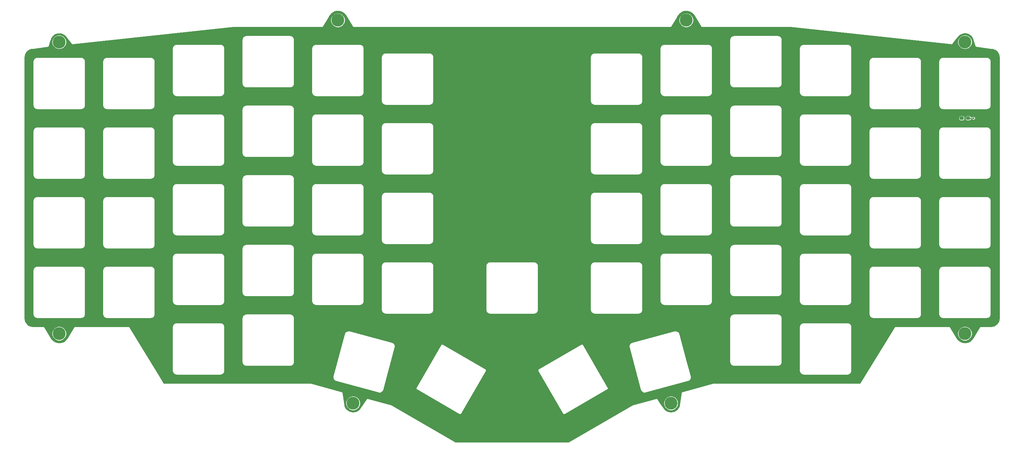
<source format=gbr>
G04 #@! TF.GenerationSoftware,KiCad,Pcbnew,(5.1.4-0)*
G04 #@! TF.CreationDate,2021-10-19T11:43:31-05:00*
G04 #@! TF.ProjectId,top_plate,746f705f-706c-4617-9465-2e6b69636164,rev?*
G04 #@! TF.SameCoordinates,Original*
G04 #@! TF.FileFunction,Copper,L2,Bot*
G04 #@! TF.FilePolarity,Positive*
%FSLAX46Y46*%
G04 Gerber Fmt 4.6, Leading zero omitted, Abs format (unit mm)*
G04 Created by KiCad (PCBNEW (5.1.4-0)) date 2021-10-19 11:43:31*
%MOMM*%
%LPD*%
G04 APERTURE LIST*
%ADD10C,0.100000*%
%ADD11C,0.950000*%
%ADD12C,3.500000*%
%ADD13C,0.500000*%
%ADD14C,0.250000*%
%ADD15C,0.254000*%
G04 APERTURE END LIST*
D10*
G36*
X320906064Y-99538854D02*
G01*
X320929119Y-99542273D01*
X320951728Y-99547937D01*
X320973672Y-99555789D01*
X320994742Y-99565754D01*
X321014733Y-99577736D01*
X321033453Y-99591620D01*
X321050723Y-99607272D01*
X321066375Y-99624542D01*
X321080259Y-99643262D01*
X321092241Y-99663253D01*
X321102206Y-99684323D01*
X321110058Y-99706267D01*
X321115722Y-99728876D01*
X321119141Y-99751931D01*
X321120285Y-99775210D01*
X321120285Y-100250210D01*
X321119141Y-100273489D01*
X321115722Y-100296544D01*
X321110058Y-100319153D01*
X321102206Y-100341097D01*
X321092241Y-100362167D01*
X321080259Y-100382158D01*
X321066375Y-100400878D01*
X321050723Y-100418148D01*
X321033453Y-100433800D01*
X321014733Y-100447684D01*
X320994742Y-100459666D01*
X320973672Y-100469631D01*
X320951728Y-100477483D01*
X320929119Y-100483147D01*
X320906064Y-100486566D01*
X320882785Y-100487710D01*
X320307785Y-100487710D01*
X320284506Y-100486566D01*
X320261451Y-100483147D01*
X320238842Y-100477483D01*
X320216898Y-100469631D01*
X320195828Y-100459666D01*
X320175837Y-100447684D01*
X320157117Y-100433800D01*
X320139847Y-100418148D01*
X320124195Y-100400878D01*
X320110311Y-100382158D01*
X320098329Y-100362167D01*
X320088364Y-100341097D01*
X320080512Y-100319153D01*
X320074848Y-100296544D01*
X320071429Y-100273489D01*
X320070285Y-100250210D01*
X320070285Y-99775210D01*
X320071429Y-99751931D01*
X320074848Y-99728876D01*
X320080512Y-99706267D01*
X320088364Y-99684323D01*
X320098329Y-99663253D01*
X320110311Y-99643262D01*
X320124195Y-99624542D01*
X320139847Y-99607272D01*
X320157117Y-99591620D01*
X320175837Y-99577736D01*
X320195828Y-99565754D01*
X320216898Y-99555789D01*
X320238842Y-99547937D01*
X320261451Y-99542273D01*
X320284506Y-99538854D01*
X320307785Y-99537710D01*
X320882785Y-99537710D01*
X320906064Y-99538854D01*
X320906064Y-99538854D01*
G37*
D11*
X320595285Y-100012710D03*
D10*
G36*
X322656064Y-99538854D02*
G01*
X322679119Y-99542273D01*
X322701728Y-99547937D01*
X322723672Y-99555789D01*
X322744742Y-99565754D01*
X322764733Y-99577736D01*
X322783453Y-99591620D01*
X322800723Y-99607272D01*
X322816375Y-99624542D01*
X322830259Y-99643262D01*
X322842241Y-99663253D01*
X322852206Y-99684323D01*
X322860058Y-99706267D01*
X322865722Y-99728876D01*
X322869141Y-99751931D01*
X322870285Y-99775210D01*
X322870285Y-100250210D01*
X322869141Y-100273489D01*
X322865722Y-100296544D01*
X322860058Y-100319153D01*
X322852206Y-100341097D01*
X322842241Y-100362167D01*
X322830259Y-100382158D01*
X322816375Y-100400878D01*
X322800723Y-100418148D01*
X322783453Y-100433800D01*
X322764733Y-100447684D01*
X322744742Y-100459666D01*
X322723672Y-100469631D01*
X322701728Y-100477483D01*
X322679119Y-100483147D01*
X322656064Y-100486566D01*
X322632785Y-100487710D01*
X322057785Y-100487710D01*
X322034506Y-100486566D01*
X322011451Y-100483147D01*
X321988842Y-100477483D01*
X321966898Y-100469631D01*
X321945828Y-100459666D01*
X321925837Y-100447684D01*
X321907117Y-100433800D01*
X321889847Y-100418148D01*
X321874195Y-100400878D01*
X321860311Y-100382158D01*
X321848329Y-100362167D01*
X321838364Y-100341097D01*
X321830512Y-100319153D01*
X321824848Y-100296544D01*
X321821429Y-100273489D01*
X321820285Y-100250210D01*
X321820285Y-99775210D01*
X321821429Y-99751931D01*
X321824848Y-99728876D01*
X321830512Y-99706267D01*
X321838364Y-99684323D01*
X321848329Y-99663253D01*
X321860311Y-99643262D01*
X321874195Y-99624542D01*
X321889847Y-99607272D01*
X321907117Y-99591620D01*
X321925837Y-99577736D01*
X321945828Y-99565754D01*
X321966898Y-99555789D01*
X321988842Y-99547937D01*
X322011451Y-99542273D01*
X322034506Y-99538854D01*
X322057785Y-99537710D01*
X322632785Y-99537710D01*
X322656064Y-99538854D01*
X322656064Y-99538854D01*
G37*
D11*
X322345285Y-100012710D03*
D12*
X73819060Y-79176797D03*
X73820040Y-158948739D03*
X150019380Y-73223743D03*
X154187295Y-177998755D03*
X245269780Y-73223743D03*
X241102993Y-177998755D03*
X321470256Y-79176797D03*
X321470100Y-158948675D03*
D13*
X323851535Y-100012710D03*
D14*
X322345285Y-100012710D02*
X323851535Y-100012710D01*
D15*
G36*
X245918243Y-70799193D02*
G01*
X246376820Y-70971241D01*
X246793240Y-71229082D01*
X247151653Y-71562898D01*
X247441342Y-71964046D01*
X247515825Y-72101802D01*
X247517266Y-72104845D01*
X249305105Y-75084577D01*
X249310388Y-75094461D01*
X249317548Y-75103185D01*
X249324260Y-75112227D01*
X249327019Y-75114725D01*
X249329383Y-75117606D01*
X249338101Y-75124761D01*
X249346454Y-75132325D01*
X249349648Y-75134238D01*
X249352528Y-75136601D01*
X249362473Y-75141917D01*
X249372142Y-75147706D01*
X249375648Y-75148959D01*
X249378934Y-75150715D01*
X249389731Y-75153990D01*
X249400339Y-75157780D01*
X249404020Y-75158324D01*
X249407586Y-75159406D01*
X249418812Y-75160512D01*
X249429958Y-75162160D01*
X249441130Y-75161606D01*
X273837029Y-75161606D01*
X317876861Y-79922649D01*
X317886460Y-79924359D01*
X317899192Y-79924103D01*
X317911901Y-79924224D01*
X317914125Y-79923804D01*
X317916395Y-79923758D01*
X317928831Y-79921024D01*
X317941322Y-79918663D01*
X317943424Y-79917816D01*
X317945638Y-79917329D01*
X317957283Y-79912229D01*
X317969092Y-79907469D01*
X317970992Y-79906225D01*
X317973064Y-79905318D01*
X317983480Y-79898052D01*
X317994144Y-79891072D01*
X317995765Y-79889482D01*
X317997621Y-79888187D01*
X318006420Y-79879028D01*
X318015517Y-79870103D01*
X318021014Y-79862043D01*
X318716437Y-78979125D01*
X319463256Y-78979125D01*
X319463256Y-79374469D01*
X319540384Y-79762217D01*
X319691676Y-80127468D01*
X319911317Y-80456185D01*
X320190868Y-80735736D01*
X320519585Y-80955377D01*
X320884836Y-81106669D01*
X321272584Y-81183797D01*
X321667928Y-81183797D01*
X322055676Y-81106669D01*
X322420927Y-80955377D01*
X322749644Y-80735736D01*
X323029195Y-80456185D01*
X323248836Y-80127468D01*
X323400128Y-79762217D01*
X323477256Y-79374469D01*
X323477256Y-78979125D01*
X323400128Y-78591377D01*
X323248836Y-78226126D01*
X323029195Y-77897409D01*
X322749644Y-77617858D01*
X322420927Y-77398217D01*
X322055676Y-77246925D01*
X321667928Y-77169797D01*
X321272584Y-77169797D01*
X320884836Y-77246925D01*
X320519585Y-77398217D01*
X320190868Y-77617858D01*
X319911317Y-77897409D01*
X319691676Y-78226126D01*
X319540384Y-78591377D01*
X319463256Y-78979125D01*
X318716437Y-78979125D01*
X319843658Y-77547993D01*
X320189612Y-77263847D01*
X320585560Y-77051564D01*
X321015196Y-76920232D01*
X321462166Y-76874850D01*
X321909435Y-76917149D01*
X322339968Y-77045516D01*
X322737369Y-77255064D01*
X323086501Y-77537812D01*
X323374064Y-77882986D01*
X323589823Y-78278758D01*
X323704514Y-78621206D01*
X323704804Y-78622482D01*
X324298550Y-80403278D01*
X324298865Y-80405328D01*
X324303266Y-80417423D01*
X324304985Y-80422579D01*
X324305833Y-80424477D01*
X324309103Y-80433465D01*
X324311920Y-80438108D01*
X324314136Y-80443071D01*
X324319670Y-80450884D01*
X324324633Y-80459064D01*
X324328301Y-80463067D01*
X324331443Y-80467503D01*
X324338402Y-80474092D01*
X324344860Y-80481141D01*
X324349233Y-80484348D01*
X324353185Y-80488090D01*
X324361298Y-80493196D01*
X324369004Y-80498847D01*
X324373924Y-80501142D01*
X324378526Y-80504038D01*
X324387473Y-80507461D01*
X324396139Y-80511503D01*
X324401411Y-80512794D01*
X324406490Y-80514737D01*
X324415925Y-80516347D01*
X324417938Y-80516840D01*
X324423308Y-80517607D01*
X324436005Y-80519774D01*
X324438080Y-80519717D01*
X328599903Y-81114263D01*
X328603237Y-81114409D01*
X329046868Y-81157908D01*
X329463238Y-81283617D01*
X329847258Y-81487804D01*
X330184307Y-81762694D01*
X330461539Y-82097811D01*
X330668406Y-82480404D01*
X330797019Y-82895882D01*
X330843234Y-83335591D01*
X330843264Y-83344232D01*
X330843289Y-154774035D01*
X330800116Y-155214340D01*
X330674407Y-155630710D01*
X330470219Y-156014731D01*
X330195330Y-156351779D01*
X329860213Y-156629011D01*
X329477620Y-156835878D01*
X329062142Y-156964491D01*
X328622433Y-157010706D01*
X328613744Y-157010736D01*
X325641209Y-157010801D01*
X325630022Y-157010246D01*
X325618862Y-157011896D01*
X325607647Y-157013001D01*
X325604085Y-157014081D01*
X325600403Y-157014626D01*
X325589784Y-157018420D01*
X325578995Y-157021693D01*
X325575713Y-157023447D01*
X325572207Y-157024700D01*
X325562532Y-157030493D01*
X325552590Y-157035807D01*
X325549714Y-157038167D01*
X325546518Y-157040081D01*
X325538153Y-157047656D01*
X325529445Y-157054803D01*
X325527085Y-157057678D01*
X325524325Y-157060178D01*
X325517599Y-157069238D01*
X325510451Y-157077948D01*
X325505181Y-157087807D01*
X323721996Y-160059783D01*
X323454158Y-160485676D01*
X323117851Y-160841747D01*
X322718782Y-161125716D01*
X322272162Y-161326762D01*
X321794999Y-161437230D01*
X321305463Y-161452914D01*
X320822206Y-161373214D01*
X320363630Y-161201165D01*
X319947208Y-160943324D01*
X319588795Y-160609508D01*
X319299109Y-160208364D01*
X319224623Y-160070605D01*
X319223181Y-160067559D01*
X318433247Y-158751003D01*
X319463100Y-158751003D01*
X319463100Y-159146347D01*
X319540228Y-159534095D01*
X319691520Y-159899346D01*
X319911161Y-160228063D01*
X320190712Y-160507614D01*
X320519429Y-160727255D01*
X320884680Y-160878547D01*
X321272428Y-160955675D01*
X321667772Y-160955675D01*
X322055520Y-160878547D01*
X322420771Y-160727255D01*
X322749488Y-160507614D01*
X323029039Y-160228063D01*
X323248680Y-159899346D01*
X323399972Y-159534095D01*
X323477100Y-159146347D01*
X323477100Y-158751003D01*
X323399972Y-158363255D01*
X323248680Y-157998004D01*
X323029039Y-157669287D01*
X322749488Y-157389736D01*
X322420771Y-157170095D01*
X322055520Y-157018803D01*
X321667772Y-156941675D01*
X321272428Y-156941675D01*
X320884680Y-157018803D01*
X320519429Y-157170095D01*
X320190712Y-157389736D01*
X319911161Y-157669287D01*
X319691520Y-157998004D01*
X319540228Y-158363255D01*
X319463100Y-158751003D01*
X318433247Y-158751003D01*
X317435342Y-157087829D01*
X317430057Y-157077942D01*
X317422902Y-157069224D01*
X317416187Y-157060178D01*
X317413424Y-157057676D01*
X317411062Y-157054798D01*
X317402350Y-157047649D01*
X317393993Y-157040081D01*
X317390797Y-157038168D01*
X317387916Y-157035803D01*
X317377967Y-157030486D01*
X317368304Y-157024700D01*
X317364798Y-157023447D01*
X317361510Y-157021690D01*
X317350719Y-157018417D01*
X317340108Y-157014626D01*
X317336422Y-157014081D01*
X317332858Y-157013000D01*
X317321641Y-157011895D01*
X317310489Y-157010246D01*
X317299312Y-157010800D01*
X302424643Y-157011161D01*
X302414302Y-157010532D01*
X302402272Y-157012174D01*
X302390220Y-157013361D01*
X302387477Y-157014193D01*
X302384635Y-157014581D01*
X302373166Y-157018534D01*
X302361568Y-157022053D01*
X302359041Y-157023404D01*
X302356328Y-157024339D01*
X302345846Y-157030457D01*
X302335162Y-157036168D01*
X302332948Y-157037985D01*
X302330469Y-157039432D01*
X302321381Y-157047478D01*
X302312018Y-157055163D01*
X302310200Y-157057378D01*
X302308052Y-157059280D01*
X302300711Y-157068941D01*
X302293023Y-157078309D01*
X302288149Y-157087428D01*
X292811555Y-172488732D01*
X252703760Y-172488732D01*
X252700528Y-172489050D01*
X252700120Y-172489040D01*
X252699438Y-172489158D01*
X252681425Y-172490932D01*
X252652773Y-172499623D01*
X252652029Y-172500021D01*
X244047412Y-174873073D01*
X244041456Y-174873982D01*
X244033009Y-174877045D01*
X244031594Y-174877435D01*
X244026055Y-174879566D01*
X244013308Y-174884188D01*
X244012026Y-174884964D01*
X244010648Y-174885494D01*
X243999281Y-174892677D01*
X243987692Y-174899691D01*
X243986594Y-174900695D01*
X243985337Y-174901489D01*
X243975565Y-174910776D01*
X243965592Y-174919893D01*
X243964709Y-174921094D01*
X243963634Y-174922116D01*
X243955886Y-174933097D01*
X243947859Y-174944017D01*
X243947225Y-174945371D01*
X243946372Y-174946581D01*
X243940913Y-174958866D01*
X243935173Y-174971138D01*
X243934817Y-174972586D01*
X243934214Y-174973943D01*
X243931247Y-174987102D01*
X243929813Y-174992932D01*
X243929602Y-174994395D01*
X243927628Y-175003151D01*
X243927475Y-175009168D01*
X243430890Y-178457944D01*
X243294233Y-178907457D01*
X243076076Y-179315861D01*
X242782746Y-179674114D01*
X242425417Y-179968570D01*
X242017702Y-180188011D01*
X241575132Y-180324080D01*
X241114553Y-180371596D01*
X240653521Y-180328747D01*
X240209593Y-180197167D01*
X239799677Y-179981865D01*
X239433824Y-179686555D01*
X239431600Y-179684349D01*
X238113665Y-177801083D01*
X239095993Y-177801083D01*
X239095993Y-178196427D01*
X239173121Y-178584175D01*
X239324413Y-178949426D01*
X239544054Y-179278143D01*
X239823605Y-179557694D01*
X240152322Y-179777335D01*
X240517573Y-179928627D01*
X240905321Y-180005755D01*
X241300665Y-180005755D01*
X241688413Y-179928627D01*
X242053664Y-179777335D01*
X242382381Y-179557694D01*
X242661932Y-179278143D01*
X242881573Y-178949426D01*
X243032865Y-178584175D01*
X243109993Y-178196427D01*
X243109993Y-177801083D01*
X243032865Y-177413335D01*
X242881573Y-177048084D01*
X242661932Y-176719367D01*
X242382381Y-176439816D01*
X242053664Y-176220175D01*
X241688413Y-176068883D01*
X241300665Y-175991755D01*
X240905321Y-175991755D01*
X240517573Y-176068883D01*
X240152322Y-176220175D01*
X239823605Y-176439816D01*
X239544054Y-176719367D01*
X239324413Y-177048084D01*
X239173121Y-177413335D01*
X239095993Y-177801083D01*
X238113665Y-177801083D01*
X237359809Y-176723860D01*
X237353867Y-176714399D01*
X237346110Y-176706190D01*
X237338757Y-176697614D01*
X237335846Y-176695329D01*
X237333303Y-176692637D01*
X237324087Y-176686095D01*
X237315208Y-176679123D01*
X237311908Y-176677449D01*
X237308887Y-176675305D01*
X237298579Y-176670690D01*
X237288505Y-176665581D01*
X237284938Y-176664582D01*
X237281560Y-176663070D01*
X237270549Y-176660554D01*
X237259671Y-176657509D01*
X237255980Y-176657226D01*
X237252371Y-176656401D01*
X237241085Y-176656082D01*
X237229819Y-176655217D01*
X237226140Y-176655660D01*
X237222441Y-176655555D01*
X237211310Y-176657444D01*
X237200092Y-176658793D01*
X237189472Y-176662266D01*
X230647466Y-178446450D01*
X230635697Y-178449185D01*
X230626226Y-178453467D01*
X230616516Y-178457171D01*
X230606299Y-178463587D01*
X213082618Y-188562390D01*
X182207268Y-188562156D01*
X164684012Y-178463601D01*
X164673771Y-178457170D01*
X164664045Y-178453460D01*
X164654590Y-178449185D01*
X164642852Y-178446457D01*
X158100821Y-176662268D01*
X158090196Y-176658793D01*
X158078965Y-176657442D01*
X158067845Y-176655555D01*
X158064154Y-176655659D01*
X158060469Y-176655216D01*
X158049190Y-176656082D01*
X158037917Y-176656401D01*
X158034308Y-176657225D01*
X158030616Y-176657509D01*
X158019741Y-176660553D01*
X158008728Y-176663069D01*
X158005350Y-176664581D01*
X158001783Y-176665580D01*
X157991702Y-176670693D01*
X157981401Y-176675305D01*
X157978383Y-176677447D01*
X157975079Y-176679123D01*
X157966191Y-176686102D01*
X157956985Y-176692637D01*
X157954445Y-176695325D01*
X157951530Y-176697614D01*
X157944168Y-176706201D01*
X157936421Y-176714399D01*
X157930488Y-176723846D01*
X155862302Y-179679185D01*
X155507829Y-179970444D01*
X155099802Y-180189308D01*
X154657035Y-180324748D01*
X154196397Y-180371611D01*
X153735422Y-180328108D01*
X153291678Y-180195896D01*
X152882072Y-179980016D01*
X152522191Y-179688682D01*
X152225753Y-179332997D01*
X152004047Y-178926508D01*
X151863384Y-178477896D01*
X151860533Y-178463956D01*
X151860028Y-178462320D01*
X151764818Y-177801083D01*
X152180295Y-177801083D01*
X152180295Y-178196427D01*
X152257423Y-178584175D01*
X152408715Y-178949426D01*
X152628356Y-179278143D01*
X152907907Y-179557694D01*
X153236624Y-179777335D01*
X153601875Y-179928627D01*
X153989623Y-180005755D01*
X154384967Y-180005755D01*
X154772715Y-179928627D01*
X155137966Y-179777335D01*
X155466683Y-179557694D01*
X155746234Y-179278143D01*
X155965875Y-178949426D01*
X156117167Y-178584175D01*
X156194295Y-178196427D01*
X156194295Y-177801083D01*
X156117167Y-177413335D01*
X155965875Y-177048084D01*
X155746234Y-176719367D01*
X155466683Y-176439816D01*
X155137966Y-176220175D01*
X154772715Y-176068883D01*
X154384967Y-175991755D01*
X153989623Y-175991755D01*
X153601875Y-176068883D01*
X153236624Y-176220175D01*
X152907907Y-176439816D01*
X152628356Y-176719367D01*
X152408715Y-177048084D01*
X152257423Y-177413335D01*
X152180295Y-177801083D01*
X151764818Y-177801083D01*
X151362813Y-175009178D01*
X151362660Y-175003150D01*
X151360683Y-174994380D01*
X151360474Y-174992932D01*
X151359055Y-174987162D01*
X151356074Y-174973942D01*
X151355468Y-174972579D01*
X151355114Y-174971138D01*
X151349403Y-174958928D01*
X151343916Y-174946580D01*
X151343058Y-174945364D01*
X151342428Y-174944017D01*
X151334436Y-174933144D01*
X151326654Y-174922115D01*
X151325576Y-174921090D01*
X151324695Y-174919892D01*
X151314760Y-174910811D01*
X151304951Y-174901488D01*
X151303687Y-174900689D01*
X151302595Y-174899691D01*
X151291080Y-174892722D01*
X151279641Y-174885493D01*
X151278253Y-174884959D01*
X151276979Y-174884188D01*
X151264300Y-174879591D01*
X151258694Y-174877434D01*
X151257263Y-174877039D01*
X151248831Y-174873982D01*
X151242886Y-174873074D01*
X142638254Y-172500019D01*
X142637512Y-172499623D01*
X142608860Y-172490932D01*
X142590852Y-172489158D01*
X142590167Y-172489040D01*
X142589757Y-172489050D01*
X142586525Y-172488732D01*
X102479116Y-172489350D01*
X101485824Y-170875249D01*
X148664497Y-170875249D01*
X148664563Y-170877370D01*
X148672055Y-171072392D01*
X148673930Y-171086082D01*
X148675604Y-171099715D01*
X148676081Y-171101783D01*
X148721310Y-171291634D01*
X148725800Y-171304674D01*
X148730098Y-171317748D01*
X148730968Y-171319684D01*
X148812212Y-171497136D01*
X148819144Y-171509046D01*
X148825905Y-171521045D01*
X148827134Y-171522775D01*
X148941298Y-171681067D01*
X148950428Y-171691422D01*
X148959374Y-171701860D01*
X148960916Y-171703319D01*
X149103651Y-171836422D01*
X149114613Y-171844803D01*
X149125422Y-171853309D01*
X149127218Y-171854440D01*
X149293088Y-171957284D01*
X149305465Y-171963374D01*
X149317724Y-171969621D01*
X149319705Y-171970381D01*
X149502393Y-172039048D01*
X149502401Y-172039050D01*
X149509324Y-172041656D01*
X161114849Y-175151347D01*
X161121832Y-175152500D01*
X161127860Y-175154160D01*
X161129954Y-175154507D01*
X161322717Y-175185038D01*
X161336509Y-175185857D01*
X161350209Y-175186863D01*
X161352330Y-175186797D01*
X161547352Y-175179305D01*
X161561042Y-175177430D01*
X161574675Y-175175756D01*
X161576743Y-175175279D01*
X161766594Y-175130050D01*
X161779634Y-175125560D01*
X161792708Y-175121262D01*
X161794644Y-175120392D01*
X161972096Y-175039148D01*
X161984006Y-175032216D01*
X161996005Y-175025455D01*
X161997735Y-175024226D01*
X162156027Y-174910062D01*
X162166382Y-174900932D01*
X162176820Y-174891986D01*
X162178279Y-174890444D01*
X162311382Y-174747709D01*
X162319763Y-174736747D01*
X162328269Y-174725938D01*
X162329400Y-174724142D01*
X162432244Y-174558272D01*
X162438334Y-174545895D01*
X162444581Y-174533636D01*
X162445341Y-174531655D01*
X162514008Y-174348967D01*
X162514010Y-174348959D01*
X162516616Y-174342036D01*
X162629948Y-173919074D01*
X171347189Y-173919074D01*
X171348307Y-173935062D01*
X171349204Y-173951098D01*
X171349599Y-173953537D01*
X171359364Y-174011267D01*
X171363569Y-174026743D01*
X171367559Y-174042284D01*
X171368420Y-174044600D01*
X171389211Y-174099334D01*
X171396343Y-174113701D01*
X171403277Y-174128173D01*
X171404572Y-174130277D01*
X171435599Y-174179931D01*
X171445381Y-174192633D01*
X171454996Y-174205486D01*
X171456675Y-174207299D01*
X171496756Y-174249980D01*
X171508796Y-174260520D01*
X171520748Y-174271282D01*
X171522748Y-174272734D01*
X171570355Y-174306817D01*
X171570361Y-174306820D01*
X171577363Y-174311838D01*
X183197157Y-181020530D01*
X183204111Y-181023681D01*
X183205705Y-181024616D01*
X183207956Y-181025637D01*
X183261444Y-181049451D01*
X183276672Y-181054517D01*
X183291814Y-181059790D01*
X183294217Y-181060353D01*
X183294222Y-181060355D01*
X183294227Y-181060356D01*
X183351315Y-181073326D01*
X183367222Y-181075336D01*
X183383118Y-181077570D01*
X183385586Y-181077656D01*
X183385587Y-181077656D01*
X183444114Y-181079291D01*
X183460102Y-181078173D01*
X183476138Y-181077276D01*
X183478577Y-181076881D01*
X183536307Y-181067116D01*
X183551783Y-181062911D01*
X183567324Y-181058921D01*
X183569640Y-181058060D01*
X183624374Y-181037269D01*
X183638741Y-181030137D01*
X183653213Y-181023203D01*
X183655317Y-181021908D01*
X183704971Y-180990881D01*
X183717673Y-180981099D01*
X183730526Y-180971484D01*
X183732339Y-180969805D01*
X183775020Y-180929724D01*
X183785560Y-180917684D01*
X183796322Y-180905732D01*
X183797774Y-180903732D01*
X183831857Y-180856125D01*
X183831860Y-180856119D01*
X183836878Y-180849117D01*
X190545570Y-169229323D01*
X190548721Y-169222369D01*
X190549656Y-169220775D01*
X190550677Y-169218524D01*
X190574491Y-169165036D01*
X190579557Y-169149808D01*
X190584830Y-169134666D01*
X190585394Y-169132260D01*
X190585395Y-169132258D01*
X190585396Y-169132253D01*
X190598366Y-169075165D01*
X190600376Y-169059258D01*
X190602610Y-169043362D01*
X190602696Y-169040893D01*
X190604307Y-168983219D01*
X204684661Y-168983219D01*
X204684730Y-168985689D01*
X204686773Y-169044203D01*
X204688895Y-169060107D01*
X204690794Y-169076036D01*
X204691340Y-169078436D01*
X204691341Y-169078444D01*
X204691343Y-169078451D01*
X204704712Y-169135448D01*
X204709876Y-169150618D01*
X204714839Y-169165892D01*
X204715844Y-169168149D01*
X204740031Y-169221469D01*
X204740034Y-169221475D01*
X204743590Y-169229322D01*
X211452281Y-180849117D01*
X211456732Y-180855329D01*
X211457640Y-180856927D01*
X211459079Y-180858936D01*
X211493493Y-180906305D01*
X211504168Y-180918328D01*
X211514628Y-180930447D01*
X211516423Y-180932132D01*
X211516427Y-180932137D01*
X211516430Y-180932139D01*
X211559390Y-180971920D01*
X211572171Y-180981622D01*
X211584809Y-180991495D01*
X211586904Y-180992805D01*
X211636772Y-181023484D01*
X211651187Y-181030514D01*
X211665511Y-181037750D01*
X211667821Y-181038627D01*
X211722698Y-181059036D01*
X211738244Y-181063143D01*
X211753661Y-181067448D01*
X211756094Y-181067860D01*
X211756098Y-181067860D01*
X211813894Y-181077221D01*
X211829898Y-181078228D01*
X211845899Y-181079459D01*
X211848369Y-181079390D01*
X211848370Y-181079390D01*
X211906883Y-181077347D01*
X211922787Y-181075225D01*
X211938716Y-181073326D01*
X211941116Y-181072780D01*
X211941124Y-181072779D01*
X211941131Y-181072777D01*
X211998128Y-181059408D01*
X212013298Y-181054244D01*
X212028572Y-181049281D01*
X212030829Y-181048276D01*
X212084149Y-181024089D01*
X212084155Y-181024086D01*
X212092002Y-181020530D01*
X223711797Y-174311839D01*
X223718009Y-174307388D01*
X223719607Y-174306480D01*
X223721616Y-174305041D01*
X223768985Y-174270627D01*
X223781008Y-174259952D01*
X223793127Y-174249492D01*
X223794812Y-174247697D01*
X223794817Y-174247693D01*
X223794821Y-174247688D01*
X223834600Y-174204730D01*
X223844302Y-174191949D01*
X223854175Y-174179311D01*
X223855485Y-174177216D01*
X223886164Y-174127348D01*
X223893194Y-174112933D01*
X223900430Y-174098609D01*
X223901307Y-174096299D01*
X223921716Y-174041422D01*
X223925823Y-174025876D01*
X223930128Y-174010459D01*
X223930540Y-174008023D01*
X223939901Y-173950226D01*
X223940908Y-173934225D01*
X223942139Y-173918221D01*
X223942070Y-173915751D01*
X223940027Y-173857237D01*
X223937905Y-173841333D01*
X223936006Y-173825404D01*
X223935460Y-173823004D01*
X223935459Y-173822996D01*
X223935457Y-173822989D01*
X223922088Y-173765992D01*
X223916927Y-173750832D01*
X223911961Y-173735548D01*
X223910956Y-173733290D01*
X223886769Y-173679971D01*
X223886767Y-173679968D01*
X223883210Y-173672117D01*
X217437060Y-162507058D01*
X229627804Y-162507058D01*
X229628718Y-162520818D01*
X229629438Y-162534563D01*
X229629770Y-162536659D01*
X229661646Y-162729204D01*
X229661649Y-162729214D01*
X229662853Y-162736510D01*
X232772543Y-174342036D01*
X232775038Y-174348664D01*
X232776613Y-174354711D01*
X232777359Y-174356697D01*
X232847301Y-174538900D01*
X232853468Y-174551214D01*
X232859465Y-174563621D01*
X232860581Y-174565421D01*
X232860584Y-174565426D01*
X232860587Y-174565430D01*
X232964583Y-174730573D01*
X232973019Y-174741449D01*
X232981317Y-174752461D01*
X232982764Y-174754013D01*
X233116860Y-174895816D01*
X233127278Y-174904872D01*
X233137528Y-174914037D01*
X233139249Y-174915278D01*
X233298334Y-175028334D01*
X233310289Y-175035180D01*
X233322147Y-175042194D01*
X233324077Y-175043077D01*
X233502092Y-175123080D01*
X233515174Y-175127482D01*
X233528144Y-175132050D01*
X233530208Y-175132542D01*
X233720371Y-175176444D01*
X233734048Y-175178220D01*
X233747668Y-175180183D01*
X233749788Y-175180265D01*
X233944858Y-175186396D01*
X233958618Y-175185482D01*
X233972363Y-175184762D01*
X233974459Y-175184430D01*
X234167004Y-175152554D01*
X234167014Y-175152551D01*
X234174310Y-175151347D01*
X245779836Y-172041657D01*
X245786464Y-172039162D01*
X245792511Y-172037587D01*
X245794497Y-172036841D01*
X245976700Y-171966899D01*
X245989014Y-171960732D01*
X246001421Y-171954735D01*
X246003221Y-171953619D01*
X246003226Y-171953616D01*
X246003230Y-171953613D01*
X246168373Y-171849617D01*
X246179249Y-171841181D01*
X246190261Y-171832883D01*
X246191813Y-171831436D01*
X246333616Y-171697340D01*
X246342672Y-171686922D01*
X246351837Y-171676672D01*
X246353078Y-171674951D01*
X246466134Y-171515866D01*
X246472980Y-171503911D01*
X246479994Y-171492053D01*
X246480877Y-171490123D01*
X246560880Y-171312108D01*
X246565282Y-171299026D01*
X246569850Y-171286056D01*
X246570342Y-171283992D01*
X246614244Y-171093829D01*
X246616020Y-171080152D01*
X246617983Y-171066532D01*
X246618065Y-171064412D01*
X246624196Y-170869342D01*
X246623282Y-170855580D01*
X246622562Y-170841837D01*
X246622230Y-170839741D01*
X246590354Y-170647196D01*
X246590352Y-170647187D01*
X246589147Y-170639889D01*
X246182905Y-169123771D01*
X276217940Y-169123771D01*
X276218634Y-169130813D01*
X276218590Y-169137068D01*
X276218797Y-169139180D01*
X276239198Y-169333277D01*
X276241967Y-169346767D01*
X276244549Y-169360304D01*
X276245163Y-169362335D01*
X276302875Y-169548773D01*
X276308200Y-169561440D01*
X276313374Y-169574247D01*
X276314370Y-169576121D01*
X276407195Y-169747797D01*
X276414894Y-169759212D01*
X276422443Y-169770747D01*
X276423784Y-169772392D01*
X276548188Y-169922769D01*
X276557983Y-169932496D01*
X276567603Y-169942320D01*
X276569238Y-169943673D01*
X276720480Y-170067023D01*
X276731960Y-170074650D01*
X276743322Y-170082430D01*
X276745188Y-170083439D01*
X276917511Y-170175064D01*
X276930254Y-170180317D01*
X276942910Y-170185741D01*
X276944937Y-170186369D01*
X277131773Y-170242778D01*
X277145333Y-170245463D01*
X277158763Y-170248318D01*
X277160873Y-170248540D01*
X277355107Y-170267585D01*
X277355118Y-170267585D01*
X277362478Y-170268310D01*
X289377402Y-170268310D01*
X289384444Y-170267616D01*
X289390698Y-170267660D01*
X289392810Y-170267453D01*
X289586907Y-170247052D01*
X289600397Y-170244283D01*
X289613934Y-170241701D01*
X289615963Y-170241088D01*
X289615969Y-170241086D01*
X289802403Y-170183375D01*
X289815070Y-170178050D01*
X289827877Y-170172876D01*
X289829751Y-170171880D01*
X290001427Y-170079055D01*
X290012842Y-170071356D01*
X290024377Y-170063807D01*
X290026022Y-170062466D01*
X290176399Y-169938062D01*
X290186126Y-169928267D01*
X290195950Y-169918647D01*
X290197303Y-169917012D01*
X290320653Y-169765770D01*
X290328280Y-169754290D01*
X290336060Y-169742928D01*
X290337069Y-169741062D01*
X290428694Y-169568739D01*
X290433947Y-169555996D01*
X290439371Y-169543340D01*
X290439999Y-169541313D01*
X290496408Y-169354477D01*
X290499093Y-169340917D01*
X290501948Y-169327487D01*
X290502170Y-169325377D01*
X290521215Y-169131143D01*
X290521215Y-169131132D01*
X290521940Y-169123772D01*
X290521940Y-157108848D01*
X290521246Y-157101806D01*
X290521290Y-157095552D01*
X290521083Y-157093440D01*
X290500682Y-156899343D01*
X290497907Y-156885822D01*
X290495330Y-156872316D01*
X290494717Y-156870284D01*
X290437005Y-156683847D01*
X290431680Y-156671180D01*
X290426506Y-156658373D01*
X290425510Y-156656499D01*
X290332685Y-156484822D01*
X290324974Y-156473390D01*
X290317437Y-156461873D01*
X290316096Y-156460228D01*
X290191692Y-156309850D01*
X290181878Y-156300105D01*
X290172277Y-156290300D01*
X290170642Y-156288947D01*
X290019400Y-156165597D01*
X290007894Y-156157953D01*
X289996558Y-156150191D01*
X289994692Y-156149181D01*
X289822370Y-156057556D01*
X289809612Y-156052298D01*
X289796970Y-156046879D01*
X289794943Y-156046251D01*
X289608107Y-155989842D01*
X289594572Y-155987162D01*
X289581117Y-155984302D01*
X289579006Y-155984080D01*
X289384773Y-155965035D01*
X289384762Y-155965035D01*
X289377402Y-155964310D01*
X277362478Y-155964310D01*
X277355436Y-155965004D01*
X277349182Y-155964960D01*
X277347070Y-155965167D01*
X277152973Y-155985568D01*
X277139452Y-155988343D01*
X277125946Y-155990920D01*
X277123914Y-155991533D01*
X276937477Y-156049245D01*
X276924810Y-156054570D01*
X276912003Y-156059744D01*
X276910129Y-156060740D01*
X276738452Y-156153565D01*
X276727020Y-156161276D01*
X276715503Y-156168813D01*
X276713858Y-156170154D01*
X276563480Y-156294558D01*
X276553735Y-156304372D01*
X276543930Y-156313973D01*
X276542577Y-156315608D01*
X276419227Y-156466850D01*
X276411583Y-156478356D01*
X276403821Y-156489692D01*
X276402811Y-156491558D01*
X276311186Y-156663880D01*
X276305928Y-156676638D01*
X276300509Y-156689280D01*
X276299881Y-156691307D01*
X276243472Y-156878143D01*
X276240792Y-156891678D01*
X276237932Y-156905133D01*
X276237710Y-156907244D01*
X276218665Y-157101477D01*
X276218665Y-157101498D01*
X276217941Y-157108848D01*
X276217940Y-169123771D01*
X246182905Y-169123771D01*
X245544848Y-166742511D01*
X257167860Y-166742511D01*
X257168554Y-166749553D01*
X257168510Y-166755808D01*
X257168717Y-166757920D01*
X257189118Y-166952017D01*
X257191887Y-166965507D01*
X257194469Y-166979044D01*
X257195083Y-166981075D01*
X257252795Y-167167513D01*
X257258120Y-167180180D01*
X257263294Y-167192987D01*
X257264290Y-167194861D01*
X257357115Y-167366537D01*
X257364814Y-167377952D01*
X257372363Y-167389487D01*
X257373704Y-167391132D01*
X257498108Y-167541509D01*
X257507903Y-167551236D01*
X257517523Y-167561060D01*
X257519158Y-167562413D01*
X257670400Y-167685763D01*
X257681880Y-167693390D01*
X257693242Y-167701170D01*
X257695108Y-167702179D01*
X257867431Y-167793804D01*
X257880174Y-167799057D01*
X257892830Y-167804481D01*
X257894857Y-167805109D01*
X258081693Y-167861518D01*
X258095253Y-167864203D01*
X258108683Y-167867058D01*
X258110793Y-167867280D01*
X258305027Y-167886325D01*
X258305038Y-167886325D01*
X258312398Y-167887050D01*
X270327322Y-167887050D01*
X270334364Y-167886356D01*
X270340618Y-167886400D01*
X270342730Y-167886193D01*
X270536827Y-167865792D01*
X270550317Y-167863023D01*
X270563854Y-167860441D01*
X270565883Y-167859828D01*
X270565889Y-167859826D01*
X270752323Y-167802115D01*
X270764990Y-167796790D01*
X270777797Y-167791616D01*
X270779671Y-167790620D01*
X270951347Y-167697795D01*
X270962762Y-167690096D01*
X270974297Y-167682547D01*
X270975942Y-167681206D01*
X271126319Y-167556802D01*
X271136046Y-167547007D01*
X271145870Y-167537387D01*
X271147223Y-167535752D01*
X271270573Y-167384510D01*
X271278200Y-167373030D01*
X271285980Y-167361668D01*
X271286989Y-167359802D01*
X271378614Y-167187479D01*
X271383867Y-167174736D01*
X271389291Y-167162080D01*
X271389919Y-167160053D01*
X271446328Y-166973217D01*
X271449013Y-166959657D01*
X271451868Y-166946227D01*
X271452090Y-166944117D01*
X271471135Y-166749883D01*
X271471135Y-166749872D01*
X271471860Y-166742512D01*
X271471860Y-154727588D01*
X271471166Y-154720546D01*
X271471210Y-154714292D01*
X271471003Y-154712180D01*
X271450602Y-154518083D01*
X271447827Y-154504562D01*
X271445250Y-154491056D01*
X271444637Y-154489024D01*
X271386925Y-154302587D01*
X271381600Y-154289920D01*
X271376426Y-154277113D01*
X271375430Y-154275239D01*
X271282605Y-154103562D01*
X271274894Y-154092130D01*
X271267357Y-154080613D01*
X271266016Y-154078968D01*
X271141612Y-153928590D01*
X271131798Y-153918845D01*
X271122197Y-153909040D01*
X271120562Y-153907687D01*
X270969320Y-153784337D01*
X270957814Y-153776693D01*
X270946478Y-153768931D01*
X270944612Y-153767921D01*
X270772290Y-153676296D01*
X270759532Y-153671038D01*
X270746890Y-153665619D01*
X270744863Y-153664991D01*
X270680574Y-153645581D01*
X295268020Y-153645581D01*
X295268714Y-153652623D01*
X295268670Y-153658878D01*
X295268877Y-153660990D01*
X295289278Y-153855087D01*
X295292047Y-153868577D01*
X295294629Y-153882114D01*
X295295243Y-153884145D01*
X295352955Y-154070583D01*
X295358280Y-154083250D01*
X295363454Y-154096057D01*
X295364450Y-154097931D01*
X295457275Y-154269607D01*
X295464974Y-154281022D01*
X295472523Y-154292557D01*
X295473864Y-154294202D01*
X295598268Y-154444579D01*
X295608063Y-154454306D01*
X295617683Y-154464130D01*
X295619318Y-154465483D01*
X295770560Y-154588833D01*
X295782040Y-154596460D01*
X295793402Y-154604240D01*
X295795268Y-154605249D01*
X295967591Y-154696874D01*
X295980334Y-154702127D01*
X295992990Y-154707551D01*
X295995017Y-154708179D01*
X296181853Y-154764588D01*
X296195413Y-154767273D01*
X296208843Y-154770128D01*
X296210953Y-154770350D01*
X296405187Y-154789395D01*
X296405198Y-154789395D01*
X296412558Y-154790120D01*
X308427482Y-154790120D01*
X308434524Y-154789426D01*
X308440778Y-154789470D01*
X308442890Y-154789263D01*
X308636987Y-154768862D01*
X308650477Y-154766093D01*
X308664014Y-154763511D01*
X308666043Y-154762898D01*
X308666049Y-154762896D01*
X308852483Y-154705185D01*
X308865150Y-154699860D01*
X308877957Y-154694686D01*
X308879831Y-154693690D01*
X309051507Y-154600865D01*
X309062922Y-154593166D01*
X309074457Y-154585617D01*
X309076102Y-154584276D01*
X309226479Y-154459872D01*
X309236206Y-154450077D01*
X309246030Y-154440457D01*
X309247383Y-154438822D01*
X309370733Y-154287580D01*
X309378360Y-154276100D01*
X309386140Y-154264738D01*
X309387149Y-154262872D01*
X309478774Y-154090549D01*
X309484027Y-154077806D01*
X309489451Y-154065150D01*
X309490079Y-154063123D01*
X309546488Y-153876287D01*
X309549173Y-153862727D01*
X309552028Y-153849297D01*
X309552250Y-153847187D01*
X309571295Y-153652953D01*
X309571295Y-153652942D01*
X309572020Y-153645582D01*
X309572020Y-153645581D01*
X314318100Y-153645581D01*
X314318794Y-153652623D01*
X314318750Y-153658878D01*
X314318957Y-153660990D01*
X314339358Y-153855087D01*
X314342127Y-153868577D01*
X314344709Y-153882114D01*
X314345323Y-153884145D01*
X314403035Y-154070583D01*
X314408360Y-154083250D01*
X314413534Y-154096057D01*
X314414530Y-154097931D01*
X314507355Y-154269607D01*
X314515054Y-154281022D01*
X314522603Y-154292557D01*
X314523944Y-154294202D01*
X314648348Y-154444579D01*
X314658143Y-154454306D01*
X314667763Y-154464130D01*
X314669398Y-154465483D01*
X314820640Y-154588833D01*
X314832120Y-154596460D01*
X314843482Y-154604240D01*
X314845348Y-154605249D01*
X315017671Y-154696874D01*
X315030414Y-154702127D01*
X315043070Y-154707551D01*
X315045097Y-154708179D01*
X315231933Y-154764588D01*
X315245493Y-154767273D01*
X315258923Y-154770128D01*
X315261033Y-154770350D01*
X315455267Y-154789395D01*
X315455278Y-154789395D01*
X315462638Y-154790120D01*
X327477562Y-154790120D01*
X327484604Y-154789426D01*
X327490858Y-154789470D01*
X327492970Y-154789263D01*
X327687067Y-154768862D01*
X327700557Y-154766093D01*
X327714094Y-154763511D01*
X327716123Y-154762898D01*
X327716129Y-154762896D01*
X327902563Y-154705185D01*
X327915230Y-154699860D01*
X327928037Y-154694686D01*
X327929911Y-154693690D01*
X328101587Y-154600865D01*
X328113002Y-154593166D01*
X328124537Y-154585617D01*
X328126182Y-154584276D01*
X328276559Y-154459872D01*
X328286286Y-154450077D01*
X328296110Y-154440457D01*
X328297463Y-154438822D01*
X328420813Y-154287580D01*
X328428440Y-154276100D01*
X328436220Y-154264738D01*
X328437229Y-154262872D01*
X328528854Y-154090549D01*
X328534107Y-154077806D01*
X328539531Y-154065150D01*
X328540159Y-154063123D01*
X328596568Y-153876287D01*
X328599253Y-153862727D01*
X328602108Y-153849297D01*
X328602330Y-153847187D01*
X328621375Y-153652953D01*
X328621375Y-153652942D01*
X328622100Y-153645582D01*
X328622100Y-141630658D01*
X328621406Y-141623616D01*
X328621450Y-141617362D01*
X328621243Y-141615250D01*
X328600842Y-141421153D01*
X328598067Y-141407632D01*
X328595490Y-141394126D01*
X328594877Y-141392094D01*
X328537165Y-141205657D01*
X328531840Y-141192990D01*
X328526666Y-141180183D01*
X328525670Y-141178309D01*
X328432845Y-141006632D01*
X328425134Y-140995200D01*
X328417597Y-140983683D01*
X328416256Y-140982038D01*
X328291852Y-140831660D01*
X328282038Y-140821915D01*
X328272437Y-140812110D01*
X328270802Y-140810757D01*
X328119560Y-140687407D01*
X328108054Y-140679763D01*
X328096718Y-140672001D01*
X328094852Y-140670991D01*
X327922530Y-140579366D01*
X327909772Y-140574108D01*
X327897130Y-140568689D01*
X327895103Y-140568061D01*
X327708267Y-140511652D01*
X327694732Y-140508972D01*
X327681277Y-140506112D01*
X327679166Y-140505890D01*
X327484933Y-140486845D01*
X327484922Y-140486845D01*
X327477562Y-140486120D01*
X315462638Y-140486120D01*
X315455596Y-140486814D01*
X315449342Y-140486770D01*
X315447230Y-140486977D01*
X315253133Y-140507378D01*
X315239612Y-140510153D01*
X315226106Y-140512730D01*
X315224074Y-140513343D01*
X315037637Y-140571055D01*
X315024970Y-140576380D01*
X315012163Y-140581554D01*
X315010289Y-140582550D01*
X314838612Y-140675375D01*
X314827180Y-140683086D01*
X314815663Y-140690623D01*
X314814018Y-140691964D01*
X314663640Y-140816368D01*
X314653895Y-140826182D01*
X314644090Y-140835783D01*
X314642737Y-140837418D01*
X314519387Y-140988660D01*
X314511743Y-141000166D01*
X314503981Y-141011502D01*
X314502971Y-141013368D01*
X314411346Y-141185690D01*
X314406088Y-141198448D01*
X314400669Y-141211090D01*
X314400041Y-141213117D01*
X314343632Y-141399953D01*
X314340952Y-141413488D01*
X314338092Y-141426943D01*
X314337870Y-141429054D01*
X314318825Y-141623287D01*
X314318825Y-141623308D01*
X314318101Y-141630658D01*
X314318100Y-153645581D01*
X309572020Y-153645581D01*
X309572020Y-141630658D01*
X309571326Y-141623616D01*
X309571370Y-141617362D01*
X309571163Y-141615250D01*
X309550762Y-141421153D01*
X309547987Y-141407632D01*
X309545410Y-141394126D01*
X309544797Y-141392094D01*
X309487085Y-141205657D01*
X309481760Y-141192990D01*
X309476586Y-141180183D01*
X309475590Y-141178309D01*
X309382765Y-141006632D01*
X309375054Y-140995200D01*
X309367517Y-140983683D01*
X309366176Y-140982038D01*
X309241772Y-140831660D01*
X309231958Y-140821915D01*
X309222357Y-140812110D01*
X309220722Y-140810757D01*
X309069480Y-140687407D01*
X309057974Y-140679763D01*
X309046638Y-140672001D01*
X309044772Y-140670991D01*
X308872450Y-140579366D01*
X308859692Y-140574108D01*
X308847050Y-140568689D01*
X308845023Y-140568061D01*
X308658187Y-140511652D01*
X308644652Y-140508972D01*
X308631197Y-140506112D01*
X308629086Y-140505890D01*
X308434853Y-140486845D01*
X308434842Y-140486845D01*
X308427482Y-140486120D01*
X296412558Y-140486120D01*
X296405516Y-140486814D01*
X296399262Y-140486770D01*
X296397150Y-140486977D01*
X296203053Y-140507378D01*
X296189532Y-140510153D01*
X296176026Y-140512730D01*
X296173994Y-140513343D01*
X295987557Y-140571055D01*
X295974890Y-140576380D01*
X295962083Y-140581554D01*
X295960209Y-140582550D01*
X295788532Y-140675375D01*
X295777100Y-140683086D01*
X295765583Y-140690623D01*
X295763938Y-140691964D01*
X295613560Y-140816368D01*
X295603815Y-140826182D01*
X295594010Y-140835783D01*
X295592657Y-140837418D01*
X295469307Y-140988660D01*
X295461663Y-141000166D01*
X295453901Y-141011502D01*
X295452891Y-141013368D01*
X295361266Y-141185690D01*
X295356008Y-141198448D01*
X295350589Y-141211090D01*
X295349961Y-141213117D01*
X295293552Y-141399953D01*
X295290872Y-141413488D01*
X295288012Y-141426943D01*
X295287790Y-141429054D01*
X295268745Y-141623287D01*
X295268745Y-141623308D01*
X295268021Y-141630658D01*
X295268020Y-153645581D01*
X270680574Y-153645581D01*
X270558027Y-153608582D01*
X270544492Y-153605902D01*
X270531037Y-153603042D01*
X270528926Y-153602820D01*
X270334693Y-153583775D01*
X270334682Y-153583775D01*
X270327322Y-153583050D01*
X258312398Y-153583050D01*
X258305356Y-153583744D01*
X258299102Y-153583700D01*
X258296990Y-153583907D01*
X258102893Y-153604308D01*
X258089372Y-153607083D01*
X258075866Y-153609660D01*
X258073834Y-153610273D01*
X257887397Y-153667985D01*
X257874730Y-153673310D01*
X257861923Y-153678484D01*
X257860049Y-153679480D01*
X257688372Y-153772305D01*
X257676940Y-153780016D01*
X257665423Y-153787553D01*
X257663778Y-153788894D01*
X257513400Y-153913298D01*
X257503655Y-153923112D01*
X257493850Y-153932713D01*
X257492497Y-153934348D01*
X257369147Y-154085590D01*
X257361503Y-154097096D01*
X257353741Y-154108432D01*
X257352731Y-154110298D01*
X257261106Y-154282620D01*
X257255848Y-154295378D01*
X257250429Y-154308020D01*
X257249801Y-154310047D01*
X257193392Y-154496883D01*
X257190712Y-154510418D01*
X257187852Y-154523873D01*
X257187630Y-154525984D01*
X257168585Y-154720217D01*
X257168585Y-154720238D01*
X257167861Y-154727588D01*
X257167860Y-166742511D01*
X245544848Y-166742511D01*
X243479456Y-159034364D01*
X243476964Y-159027744D01*
X243475387Y-159021689D01*
X243474641Y-159019702D01*
X243404699Y-158837500D01*
X243398526Y-158825173D01*
X243392535Y-158812779D01*
X243391417Y-158810975D01*
X243287417Y-158645827D01*
X243278994Y-158634968D01*
X243270683Y-158623939D01*
X243269235Y-158622387D01*
X243135140Y-158480584D01*
X243124722Y-158471528D01*
X243114472Y-158462363D01*
X243112751Y-158461122D01*
X242953666Y-158348066D01*
X242941694Y-158341210D01*
X242929852Y-158334206D01*
X242927923Y-158333323D01*
X242749908Y-158253320D01*
X242736826Y-158248918D01*
X242723856Y-158244350D01*
X242721792Y-158243858D01*
X242531629Y-158199956D01*
X242517952Y-158198180D01*
X242504332Y-158196217D01*
X242502212Y-158196135D01*
X242307142Y-158190004D01*
X242293380Y-158190918D01*
X242279637Y-158191638D01*
X242277541Y-158191970D01*
X242084996Y-158223846D01*
X242084987Y-158223848D01*
X242077689Y-158225053D01*
X230472164Y-161334744D01*
X230465544Y-161337236D01*
X230459489Y-161338813D01*
X230457502Y-161339559D01*
X230275300Y-161409501D01*
X230262973Y-161415674D01*
X230250579Y-161421665D01*
X230248775Y-161422783D01*
X230083627Y-161526783D01*
X230072768Y-161535206D01*
X230061739Y-161543517D01*
X230060187Y-161544965D01*
X229918384Y-161679060D01*
X229909328Y-161689478D01*
X229900163Y-161699728D01*
X229898922Y-161701449D01*
X229785866Y-161860534D01*
X229779010Y-161872506D01*
X229772006Y-161884348D01*
X229771123Y-161886277D01*
X229691120Y-162064292D01*
X229686718Y-162077374D01*
X229682150Y-162090344D01*
X229681658Y-162092408D01*
X229637756Y-162282571D01*
X229635980Y-162296248D01*
X229634017Y-162309868D01*
X229633935Y-162311988D01*
X229627804Y-162507058D01*
X217437060Y-162507058D01*
X217174518Y-162052323D01*
X217170072Y-162046119D01*
X217169160Y-162044513D01*
X217167722Y-162042504D01*
X217133307Y-161995136D01*
X217122663Y-161983148D01*
X217112172Y-161970993D01*
X217110371Y-161969301D01*
X217067410Y-161929520D01*
X217054653Y-161919837D01*
X217041991Y-161909944D01*
X217039895Y-161908635D01*
X216990028Y-161877956D01*
X216975586Y-161870912D01*
X216961289Y-161863690D01*
X216958984Y-161862815D01*
X216958980Y-161862813D01*
X216958977Y-161862812D01*
X216904101Y-161842404D01*
X216888565Y-161838299D01*
X216873139Y-161833992D01*
X216870706Y-161833580D01*
X216870702Y-161833580D01*
X216812906Y-161824219D01*
X216796905Y-161823212D01*
X216780901Y-161821981D01*
X216778431Y-161822050D01*
X216778430Y-161822050D01*
X216719917Y-161824093D01*
X216704013Y-161826215D01*
X216688084Y-161828114D01*
X216685684Y-161828660D01*
X216685676Y-161828661D01*
X216685669Y-161828663D01*
X216628672Y-161842032D01*
X216613512Y-161847193D01*
X216598228Y-161852159D01*
X216595970Y-161853164D01*
X216542651Y-161877351D01*
X216542648Y-161877353D01*
X216534797Y-161880910D01*
X204915003Y-168589602D01*
X204908799Y-168594048D01*
X204907193Y-168594960D01*
X204905184Y-168596398D01*
X204857816Y-168630813D01*
X204845828Y-168641457D01*
X204833673Y-168651948D01*
X204831981Y-168653749D01*
X204792200Y-168696710D01*
X204782517Y-168709467D01*
X204772624Y-168722129D01*
X204771315Y-168724225D01*
X204740636Y-168774092D01*
X204733592Y-168788534D01*
X204726370Y-168802831D01*
X204725493Y-168805141D01*
X204705084Y-168860019D01*
X204700979Y-168875555D01*
X204696672Y-168890981D01*
X204696260Y-168893417D01*
X204686899Y-168951214D01*
X204685892Y-168967218D01*
X204684661Y-168983219D01*
X190604307Y-168983219D01*
X190604331Y-168982366D01*
X190603213Y-168966378D01*
X190602316Y-168950342D01*
X190601921Y-168947903D01*
X190592156Y-168890173D01*
X190587948Y-168874687D01*
X190583961Y-168859157D01*
X190583100Y-168856841D01*
X190562309Y-168802106D01*
X190555177Y-168787739D01*
X190548243Y-168773267D01*
X190546948Y-168771163D01*
X190515921Y-168721510D01*
X190506153Y-168708826D01*
X190496524Y-168695954D01*
X190494845Y-168694142D01*
X190454765Y-168651460D01*
X190442705Y-168640903D01*
X190430772Y-168630158D01*
X190428772Y-168628706D01*
X190381636Y-168594960D01*
X190374157Y-168589601D01*
X178754362Y-161880910D01*
X178747412Y-161877761D01*
X178745815Y-161876824D01*
X178743565Y-161875803D01*
X178690076Y-161851989D01*
X178674867Y-161846930D01*
X178659706Y-161841650D01*
X178657300Y-161841086D01*
X178600205Y-161828114D01*
X178584303Y-161826105D01*
X178568402Y-161823870D01*
X178565934Y-161823784D01*
X178565933Y-161823784D01*
X178507406Y-161822149D01*
X178491418Y-161823267D01*
X178475382Y-161824164D01*
X178472943Y-161824559D01*
X178415213Y-161834324D01*
X178399727Y-161838532D01*
X178384197Y-161842519D01*
X178381881Y-161843380D01*
X178327146Y-161864171D01*
X178312779Y-161871303D01*
X178298307Y-161878237D01*
X178296203Y-161879532D01*
X178246550Y-161910559D01*
X178233866Y-161920327D01*
X178220994Y-161929956D01*
X178219182Y-161931635D01*
X178176500Y-161971715D01*
X178165943Y-161983775D01*
X178155198Y-161995708D01*
X178153746Y-161997708D01*
X178120237Y-162044513D01*
X178114641Y-162052323D01*
X171405950Y-173672118D01*
X171402801Y-173679068D01*
X171401864Y-173680665D01*
X171400843Y-173682915D01*
X171377029Y-173736404D01*
X171371970Y-173751613D01*
X171366690Y-173766774D01*
X171366126Y-173769180D01*
X171353154Y-173826275D01*
X171351145Y-173842177D01*
X171348910Y-173858078D01*
X171348824Y-173860547D01*
X171347189Y-173919074D01*
X162629948Y-173919074D01*
X165626307Y-162736511D01*
X165627460Y-162729528D01*
X165629120Y-162723500D01*
X165629467Y-162721406D01*
X165659998Y-162528643D01*
X165660817Y-162514851D01*
X165661823Y-162501151D01*
X165661757Y-162499030D01*
X165654265Y-162304008D01*
X165652390Y-162290318D01*
X165650716Y-162276685D01*
X165650239Y-162274617D01*
X165605010Y-162084765D01*
X165600516Y-162071715D01*
X165596222Y-162058652D01*
X165595352Y-162056716D01*
X165514108Y-161879264D01*
X165507176Y-161867354D01*
X165500415Y-161855355D01*
X165499186Y-161853625D01*
X165385022Y-161695333D01*
X165375892Y-161684978D01*
X165366946Y-161674540D01*
X165365404Y-161673082D01*
X165222669Y-161539978D01*
X165211707Y-161531597D01*
X165200898Y-161523091D01*
X165199102Y-161521960D01*
X165033232Y-161419116D01*
X165020819Y-161413008D01*
X165008596Y-161406780D01*
X165006615Y-161406019D01*
X164823928Y-161337352D01*
X164823926Y-161337351D01*
X164816996Y-161334743D01*
X153211470Y-158225053D01*
X153204489Y-158223901D01*
X153198460Y-158222240D01*
X153196366Y-158221893D01*
X153003603Y-158191362D01*
X152989811Y-158190543D01*
X152976111Y-158189537D01*
X152973990Y-158189603D01*
X152778968Y-158197095D01*
X152765278Y-158198970D01*
X152751645Y-158200644D01*
X152749577Y-158201121D01*
X152559725Y-158246350D01*
X152546675Y-158250844D01*
X152533612Y-158255138D01*
X152531676Y-158256008D01*
X152354224Y-158337252D01*
X152342314Y-158344184D01*
X152330315Y-158350945D01*
X152328585Y-158352174D01*
X152170293Y-158466338D01*
X152159938Y-158475468D01*
X152149500Y-158484414D01*
X152148042Y-158485956D01*
X152014938Y-158628691D01*
X152006557Y-158639653D01*
X151998051Y-158650462D01*
X151996920Y-158652258D01*
X151894076Y-158818128D01*
X151887971Y-158830535D01*
X151881740Y-158842764D01*
X151880979Y-158844745D01*
X151812312Y-159027432D01*
X151809703Y-159034364D01*
X148700013Y-170639890D01*
X148698861Y-170646871D01*
X148697200Y-170652900D01*
X148696853Y-170654994D01*
X148666322Y-170847757D01*
X148665503Y-170861549D01*
X148664497Y-170875249D01*
X101485824Y-170875249D01*
X100407991Y-169123771D01*
X104767220Y-169123771D01*
X104767914Y-169130813D01*
X104767870Y-169137068D01*
X104768077Y-169139180D01*
X104788478Y-169333277D01*
X104791247Y-169346767D01*
X104793829Y-169360304D01*
X104794443Y-169362335D01*
X104852155Y-169548773D01*
X104857480Y-169561440D01*
X104862654Y-169574247D01*
X104863650Y-169576121D01*
X104956475Y-169747797D01*
X104964174Y-169759212D01*
X104971723Y-169770747D01*
X104973064Y-169772392D01*
X105097468Y-169922769D01*
X105107263Y-169932496D01*
X105116883Y-169942320D01*
X105118518Y-169943673D01*
X105269760Y-170067023D01*
X105281240Y-170074650D01*
X105292602Y-170082430D01*
X105294468Y-170083439D01*
X105466791Y-170175064D01*
X105479534Y-170180317D01*
X105492190Y-170185741D01*
X105494217Y-170186369D01*
X105681053Y-170242778D01*
X105694613Y-170245463D01*
X105708043Y-170248318D01*
X105710153Y-170248540D01*
X105904387Y-170267585D01*
X105904398Y-170267585D01*
X105911758Y-170268310D01*
X117926682Y-170268310D01*
X117933724Y-170267616D01*
X117939978Y-170267660D01*
X117942090Y-170267453D01*
X118136187Y-170247052D01*
X118149677Y-170244283D01*
X118163214Y-170241701D01*
X118165243Y-170241088D01*
X118165249Y-170241086D01*
X118351683Y-170183375D01*
X118364350Y-170178050D01*
X118377157Y-170172876D01*
X118379031Y-170171880D01*
X118550707Y-170079055D01*
X118562122Y-170071356D01*
X118573657Y-170063807D01*
X118575302Y-170062466D01*
X118725679Y-169938062D01*
X118735406Y-169928267D01*
X118745230Y-169918647D01*
X118746583Y-169917012D01*
X118869933Y-169765770D01*
X118877560Y-169754290D01*
X118885340Y-169742928D01*
X118886349Y-169741062D01*
X118977974Y-169568739D01*
X118983227Y-169555996D01*
X118988651Y-169543340D01*
X118989279Y-169541313D01*
X119045688Y-169354477D01*
X119048373Y-169340917D01*
X119051228Y-169327487D01*
X119051450Y-169325377D01*
X119070495Y-169131143D01*
X119070495Y-169131132D01*
X119071220Y-169123772D01*
X119071220Y-166742511D01*
X123817300Y-166742511D01*
X123817994Y-166749553D01*
X123817950Y-166755808D01*
X123818157Y-166757920D01*
X123838558Y-166952017D01*
X123841327Y-166965507D01*
X123843909Y-166979044D01*
X123844523Y-166981075D01*
X123902235Y-167167513D01*
X123907560Y-167180180D01*
X123912734Y-167192987D01*
X123913730Y-167194861D01*
X124006555Y-167366537D01*
X124014254Y-167377952D01*
X124021803Y-167389487D01*
X124023144Y-167391132D01*
X124147548Y-167541509D01*
X124157343Y-167551236D01*
X124166963Y-167561060D01*
X124168598Y-167562413D01*
X124319840Y-167685763D01*
X124331320Y-167693390D01*
X124342682Y-167701170D01*
X124344548Y-167702179D01*
X124516871Y-167793804D01*
X124529614Y-167799057D01*
X124542270Y-167804481D01*
X124544297Y-167805109D01*
X124731133Y-167861518D01*
X124744693Y-167864203D01*
X124758123Y-167867058D01*
X124760233Y-167867280D01*
X124954467Y-167886325D01*
X124954478Y-167886325D01*
X124961838Y-167887050D01*
X136976762Y-167887050D01*
X136983804Y-167886356D01*
X136990058Y-167886400D01*
X136992170Y-167886193D01*
X137186267Y-167865792D01*
X137199757Y-167863023D01*
X137213294Y-167860441D01*
X137215323Y-167859828D01*
X137215329Y-167859826D01*
X137401763Y-167802115D01*
X137414430Y-167796790D01*
X137427237Y-167791616D01*
X137429111Y-167790620D01*
X137600787Y-167697795D01*
X137612202Y-167690096D01*
X137623737Y-167682547D01*
X137625382Y-167681206D01*
X137775759Y-167556802D01*
X137785486Y-167547007D01*
X137795310Y-167537387D01*
X137796663Y-167535752D01*
X137920013Y-167384510D01*
X137927640Y-167373030D01*
X137935420Y-167361668D01*
X137936429Y-167359802D01*
X138028054Y-167187479D01*
X138033307Y-167174736D01*
X138038731Y-167162080D01*
X138039359Y-167160053D01*
X138095768Y-166973217D01*
X138098453Y-166959657D01*
X138101308Y-166946227D01*
X138101530Y-166944117D01*
X138120575Y-166749883D01*
X138120575Y-166749872D01*
X138121300Y-166742512D01*
X138121300Y-154727588D01*
X138120606Y-154720546D01*
X138120650Y-154714292D01*
X138120443Y-154712180D01*
X138100042Y-154518083D01*
X138097267Y-154504562D01*
X138094690Y-154491056D01*
X138094077Y-154489024D01*
X138036365Y-154302587D01*
X138031040Y-154289920D01*
X138025866Y-154277113D01*
X138024870Y-154275239D01*
X137932045Y-154103562D01*
X137924334Y-154092130D01*
X137916797Y-154080613D01*
X137915456Y-154078968D01*
X137791052Y-153928590D01*
X137781238Y-153918845D01*
X137771637Y-153909040D01*
X137770002Y-153907687D01*
X137618760Y-153784337D01*
X137607254Y-153776693D01*
X137595918Y-153768931D01*
X137594052Y-153767921D01*
X137421730Y-153676296D01*
X137408972Y-153671038D01*
X137396330Y-153665619D01*
X137394303Y-153664991D01*
X137207467Y-153608582D01*
X137193932Y-153605902D01*
X137180477Y-153603042D01*
X137178366Y-153602820D01*
X136984133Y-153583775D01*
X136984122Y-153583775D01*
X136976762Y-153583050D01*
X124961838Y-153583050D01*
X124954796Y-153583744D01*
X124948542Y-153583700D01*
X124946430Y-153583907D01*
X124752333Y-153604308D01*
X124738812Y-153607083D01*
X124725306Y-153609660D01*
X124723274Y-153610273D01*
X124536837Y-153667985D01*
X124524170Y-153673310D01*
X124511363Y-153678484D01*
X124509489Y-153679480D01*
X124337812Y-153772305D01*
X124326380Y-153780016D01*
X124314863Y-153787553D01*
X124313218Y-153788894D01*
X124162840Y-153913298D01*
X124153095Y-153923112D01*
X124143290Y-153932713D01*
X124141937Y-153934348D01*
X124018587Y-154085590D01*
X124010943Y-154097096D01*
X124003181Y-154108432D01*
X124002171Y-154110298D01*
X123910546Y-154282620D01*
X123905288Y-154295378D01*
X123899869Y-154308020D01*
X123899241Y-154310047D01*
X123842832Y-154496883D01*
X123840152Y-154510418D01*
X123837292Y-154523873D01*
X123837070Y-154525984D01*
X123818025Y-154720217D01*
X123818025Y-154720238D01*
X123817301Y-154727588D01*
X123817300Y-166742511D01*
X119071220Y-166742511D01*
X119071220Y-157108848D01*
X119070526Y-157101806D01*
X119070570Y-157095552D01*
X119070363Y-157093440D01*
X119049962Y-156899343D01*
X119047187Y-156885822D01*
X119044610Y-156872316D01*
X119043997Y-156870284D01*
X118986285Y-156683847D01*
X118980960Y-156671180D01*
X118975786Y-156658373D01*
X118974790Y-156656499D01*
X118881965Y-156484822D01*
X118874254Y-156473390D01*
X118866717Y-156461873D01*
X118865376Y-156460228D01*
X118740972Y-156309850D01*
X118731158Y-156300105D01*
X118721557Y-156290300D01*
X118719922Y-156288947D01*
X118568680Y-156165597D01*
X118557174Y-156157953D01*
X118545838Y-156150191D01*
X118543972Y-156149181D01*
X118371650Y-156057556D01*
X118358892Y-156052298D01*
X118346250Y-156046879D01*
X118344223Y-156046251D01*
X118157387Y-155989842D01*
X118143852Y-155987162D01*
X118130397Y-155984302D01*
X118128286Y-155984080D01*
X117934053Y-155965035D01*
X117934042Y-155965035D01*
X117926682Y-155964310D01*
X105911758Y-155964310D01*
X105904716Y-155965004D01*
X105898462Y-155964960D01*
X105896350Y-155965167D01*
X105702253Y-155985568D01*
X105688732Y-155988343D01*
X105675226Y-155990920D01*
X105673194Y-155991533D01*
X105486757Y-156049245D01*
X105474090Y-156054570D01*
X105461283Y-156059744D01*
X105459409Y-156060740D01*
X105287732Y-156153565D01*
X105276300Y-156161276D01*
X105264783Y-156168813D01*
X105263138Y-156170154D01*
X105112760Y-156294558D01*
X105103015Y-156304372D01*
X105093210Y-156313973D01*
X105091857Y-156315608D01*
X104968507Y-156466850D01*
X104960863Y-156478356D01*
X104953101Y-156489692D01*
X104952091Y-156491558D01*
X104860466Y-156663880D01*
X104855208Y-156676638D01*
X104849789Y-156689280D01*
X104849161Y-156691307D01*
X104792752Y-156878143D01*
X104790072Y-156891678D01*
X104787212Y-156905133D01*
X104786990Y-156907244D01*
X104767945Y-157101477D01*
X104767945Y-157101498D01*
X104767221Y-157108848D01*
X104767220Y-169123771D01*
X100407991Y-169123771D01*
X93001014Y-157087435D01*
X92996137Y-157078309D01*
X92988430Y-157068918D01*
X92981101Y-157059274D01*
X92978961Y-157057379D01*
X92977142Y-157055163D01*
X92967758Y-157047462D01*
X92958683Y-157039427D01*
X92956211Y-157037984D01*
X92953998Y-157036168D01*
X92943309Y-157030454D01*
X92932824Y-157024335D01*
X92930114Y-157023401D01*
X92927592Y-157022053D01*
X92915990Y-157018533D01*
X92904516Y-157014579D01*
X92901679Y-157014192D01*
X92898940Y-157013361D01*
X92886877Y-157012173D01*
X92874849Y-157010532D01*
X92864520Y-157011161D01*
X77990983Y-157010800D01*
X77979806Y-157010246D01*
X77968652Y-157011895D01*
X77957438Y-157013000D01*
X77953875Y-157014081D01*
X77950187Y-157014626D01*
X77939570Y-157018419D01*
X77928786Y-157021690D01*
X77925500Y-157023446D01*
X77921991Y-157024700D01*
X77912319Y-157030491D01*
X77902380Y-157035803D01*
X77899501Y-157038166D01*
X77896302Y-157040081D01*
X77887939Y-157047654D01*
X77879234Y-157054798D01*
X77876872Y-157057676D01*
X77874109Y-157060178D01*
X77867385Y-157069235D01*
X77860239Y-157077942D01*
X77854967Y-157087804D01*
X76071780Y-160059783D01*
X75803942Y-160485676D01*
X75467635Y-160841747D01*
X75068566Y-161125716D01*
X74621946Y-161326762D01*
X74144783Y-161437230D01*
X73655247Y-161452914D01*
X73171990Y-161373214D01*
X72713414Y-161201165D01*
X72296992Y-160943324D01*
X71938579Y-160609508D01*
X71648893Y-160208364D01*
X71574407Y-160070605D01*
X71572965Y-160067559D01*
X70783070Y-158751067D01*
X71813040Y-158751067D01*
X71813040Y-159146411D01*
X71890168Y-159534159D01*
X72041460Y-159899410D01*
X72261101Y-160228127D01*
X72540652Y-160507678D01*
X72869369Y-160727319D01*
X73234620Y-160878611D01*
X73622368Y-160955739D01*
X74017712Y-160955739D01*
X74405460Y-160878611D01*
X74770711Y-160727319D01*
X75099428Y-160507678D01*
X75378979Y-160228127D01*
X75598620Y-159899410D01*
X75749912Y-159534159D01*
X75827040Y-159146411D01*
X75827040Y-158751067D01*
X75749912Y-158363319D01*
X75598620Y-157998068D01*
X75378979Y-157669351D01*
X75099428Y-157389800D01*
X74770711Y-157170159D01*
X74405460Y-157018867D01*
X74017712Y-156941739D01*
X73622368Y-156941739D01*
X73234620Y-157018867D01*
X72869369Y-157170159D01*
X72540652Y-157389800D01*
X72261101Y-157669351D01*
X72041460Y-157998068D01*
X71890168Y-158363319D01*
X71813040Y-158751067D01*
X70783070Y-158751067D01*
X69785122Y-157087822D01*
X69779833Y-157077930D01*
X69772682Y-157069219D01*
X69765971Y-157060178D01*
X69763203Y-157057671D01*
X69760835Y-157054787D01*
X69752128Y-157047643D01*
X69743777Y-157040081D01*
X69740575Y-157038164D01*
X69737688Y-157035795D01*
X69727745Y-157030482D01*
X69718088Y-157024700D01*
X69714576Y-157023445D01*
X69711280Y-157021684D01*
X69700494Y-157018414D01*
X69689892Y-157014626D01*
X69686199Y-157014080D01*
X69682627Y-157012997D01*
X69671424Y-157011895D01*
X69660273Y-157010246D01*
X69649075Y-157010801D01*
X66682711Y-157011159D01*
X66242424Y-156967988D01*
X65826054Y-156842279D01*
X65442033Y-156638091D01*
X65104985Y-156363202D01*
X64827753Y-156028085D01*
X64620886Y-155645492D01*
X64492273Y-155230014D01*
X64446058Y-154790305D01*
X64446027Y-154781378D01*
X64446019Y-154781299D01*
X64446019Y-153645581D01*
X66667060Y-153645581D01*
X66667754Y-153652623D01*
X66667710Y-153658878D01*
X66667917Y-153660990D01*
X66688318Y-153855087D01*
X66691087Y-153868577D01*
X66693669Y-153882114D01*
X66694283Y-153884145D01*
X66751995Y-154070583D01*
X66757320Y-154083250D01*
X66762494Y-154096057D01*
X66763490Y-154097931D01*
X66856315Y-154269607D01*
X66864014Y-154281022D01*
X66871563Y-154292557D01*
X66872904Y-154294202D01*
X66997308Y-154444579D01*
X67007103Y-154454306D01*
X67016723Y-154464130D01*
X67018358Y-154465483D01*
X67169600Y-154588833D01*
X67181080Y-154596460D01*
X67192442Y-154604240D01*
X67194308Y-154605249D01*
X67366631Y-154696874D01*
X67379374Y-154702127D01*
X67392030Y-154707551D01*
X67394057Y-154708179D01*
X67580893Y-154764588D01*
X67594453Y-154767273D01*
X67607883Y-154770128D01*
X67609993Y-154770350D01*
X67804227Y-154789395D01*
X67804238Y-154789395D01*
X67811598Y-154790120D01*
X79826522Y-154790120D01*
X79833564Y-154789426D01*
X79839818Y-154789470D01*
X79841930Y-154789263D01*
X80036027Y-154768862D01*
X80049517Y-154766093D01*
X80063054Y-154763511D01*
X80065083Y-154762898D01*
X80065089Y-154762896D01*
X80251523Y-154705185D01*
X80264190Y-154699860D01*
X80276997Y-154694686D01*
X80278871Y-154693690D01*
X80450547Y-154600865D01*
X80461962Y-154593166D01*
X80473497Y-154585617D01*
X80475142Y-154584276D01*
X80625519Y-154459872D01*
X80635246Y-154450077D01*
X80645070Y-154440457D01*
X80646423Y-154438822D01*
X80769773Y-154287580D01*
X80777400Y-154276100D01*
X80785180Y-154264738D01*
X80786189Y-154262872D01*
X80877814Y-154090549D01*
X80883067Y-154077806D01*
X80888491Y-154065150D01*
X80889119Y-154063123D01*
X80945528Y-153876287D01*
X80948213Y-153862727D01*
X80951068Y-153849297D01*
X80951290Y-153847187D01*
X80970335Y-153652953D01*
X80970335Y-153652942D01*
X80971060Y-153645582D01*
X80971060Y-153645581D01*
X85717140Y-153645581D01*
X85717834Y-153652623D01*
X85717790Y-153658878D01*
X85717997Y-153660990D01*
X85738398Y-153855087D01*
X85741167Y-153868577D01*
X85743749Y-153882114D01*
X85744363Y-153884145D01*
X85802075Y-154070583D01*
X85807400Y-154083250D01*
X85812574Y-154096057D01*
X85813570Y-154097931D01*
X85906395Y-154269607D01*
X85914094Y-154281022D01*
X85921643Y-154292557D01*
X85922984Y-154294202D01*
X86047388Y-154444579D01*
X86057183Y-154454306D01*
X86066803Y-154464130D01*
X86068438Y-154465483D01*
X86219680Y-154588833D01*
X86231160Y-154596460D01*
X86242522Y-154604240D01*
X86244388Y-154605249D01*
X86416711Y-154696874D01*
X86429454Y-154702127D01*
X86442110Y-154707551D01*
X86444137Y-154708179D01*
X86630973Y-154764588D01*
X86644533Y-154767273D01*
X86657963Y-154770128D01*
X86660073Y-154770350D01*
X86854307Y-154789395D01*
X86854318Y-154789395D01*
X86861678Y-154790120D01*
X98876602Y-154790120D01*
X98883644Y-154789426D01*
X98889898Y-154789470D01*
X98892010Y-154789263D01*
X99086107Y-154768862D01*
X99099597Y-154766093D01*
X99113134Y-154763511D01*
X99115163Y-154762898D01*
X99115169Y-154762896D01*
X99301603Y-154705185D01*
X99314270Y-154699860D01*
X99327077Y-154694686D01*
X99328951Y-154693690D01*
X99500627Y-154600865D01*
X99512042Y-154593166D01*
X99523577Y-154585617D01*
X99525222Y-154584276D01*
X99675599Y-154459872D01*
X99685326Y-154450077D01*
X99695150Y-154440457D01*
X99696503Y-154438822D01*
X99819853Y-154287580D01*
X99827480Y-154276100D01*
X99835260Y-154264738D01*
X99836269Y-154262872D01*
X99927894Y-154090549D01*
X99933147Y-154077806D01*
X99938571Y-154065150D01*
X99939199Y-154063123D01*
X99995608Y-153876287D01*
X99998293Y-153862727D01*
X100001148Y-153849297D01*
X100001370Y-153847187D01*
X100020415Y-153652953D01*
X100020415Y-153652942D01*
X100021140Y-153645582D01*
X100021140Y-152454951D01*
X161917460Y-152454951D01*
X161918154Y-152461993D01*
X161918110Y-152468248D01*
X161918317Y-152470360D01*
X161938718Y-152664457D01*
X161941487Y-152677947D01*
X161944069Y-152691484D01*
X161944683Y-152693515D01*
X162002395Y-152879953D01*
X162007720Y-152892620D01*
X162012894Y-152905427D01*
X162013890Y-152907301D01*
X162106715Y-153078977D01*
X162114414Y-153090392D01*
X162121963Y-153101927D01*
X162123304Y-153103572D01*
X162247708Y-153253949D01*
X162257503Y-153263676D01*
X162267123Y-153273500D01*
X162268758Y-153274853D01*
X162420000Y-153398203D01*
X162431480Y-153405830D01*
X162442842Y-153413610D01*
X162444708Y-153414619D01*
X162617031Y-153506244D01*
X162629774Y-153511497D01*
X162642430Y-153516921D01*
X162644457Y-153517549D01*
X162831293Y-153573958D01*
X162844853Y-153576643D01*
X162858283Y-153579498D01*
X162860393Y-153579720D01*
X163054627Y-153598765D01*
X163054638Y-153598765D01*
X163061998Y-153599490D01*
X175076922Y-153599490D01*
X175083964Y-153598796D01*
X175090218Y-153598840D01*
X175092330Y-153598633D01*
X175286427Y-153578232D01*
X175299917Y-153575463D01*
X175313454Y-153572881D01*
X175315483Y-153572268D01*
X175315489Y-153572266D01*
X175501923Y-153514555D01*
X175514590Y-153509230D01*
X175527397Y-153504056D01*
X175529271Y-153503060D01*
X175700947Y-153410235D01*
X175712362Y-153402536D01*
X175723897Y-153394987D01*
X175725542Y-153393646D01*
X175875919Y-153269242D01*
X175885646Y-153259447D01*
X175895470Y-153249827D01*
X175896823Y-153248192D01*
X176020173Y-153096950D01*
X176027800Y-153085470D01*
X176035580Y-153074108D01*
X176036589Y-153072242D01*
X176128214Y-152899919D01*
X176133467Y-152887176D01*
X176138891Y-152874520D01*
X176139519Y-152872493D01*
X176195928Y-152685657D01*
X176198613Y-152672097D01*
X176201468Y-152658667D01*
X176201690Y-152656557D01*
X176220735Y-152462323D01*
X176220735Y-152462312D01*
X176221460Y-152454952D01*
X176221460Y-152454546D01*
X190492580Y-152454546D01*
X190493274Y-152461588D01*
X190493230Y-152467843D01*
X190493437Y-152469955D01*
X190513838Y-152664052D01*
X190516607Y-152677542D01*
X190519189Y-152691079D01*
X190519803Y-152693110D01*
X190577515Y-152879548D01*
X190582840Y-152892215D01*
X190588014Y-152905022D01*
X190589010Y-152906896D01*
X190681835Y-153078572D01*
X190689534Y-153089987D01*
X190697083Y-153101522D01*
X190698424Y-153103167D01*
X190822828Y-153253544D01*
X190832623Y-153263271D01*
X190842243Y-153273095D01*
X190843878Y-153274448D01*
X190995120Y-153397798D01*
X191006600Y-153405425D01*
X191017962Y-153413205D01*
X191019828Y-153414214D01*
X191192151Y-153505839D01*
X191204894Y-153511092D01*
X191217550Y-153516516D01*
X191219577Y-153517144D01*
X191406413Y-153573553D01*
X191419973Y-153576238D01*
X191433403Y-153579093D01*
X191435513Y-153579315D01*
X191629747Y-153598360D01*
X191629758Y-153598360D01*
X191637118Y-153599085D01*
X203652042Y-153599085D01*
X203659084Y-153598391D01*
X203665338Y-153598435D01*
X203667450Y-153598228D01*
X203861547Y-153577827D01*
X203875037Y-153575058D01*
X203888574Y-153572476D01*
X203890603Y-153571863D01*
X203890609Y-153571861D01*
X204077043Y-153514150D01*
X204089710Y-153508825D01*
X204102517Y-153503651D01*
X204104391Y-153502655D01*
X204276067Y-153409830D01*
X204287482Y-153402131D01*
X204299017Y-153394582D01*
X204300662Y-153393241D01*
X204451039Y-153268837D01*
X204460766Y-153259042D01*
X204470590Y-153249422D01*
X204471943Y-153247787D01*
X204595293Y-153096545D01*
X204602920Y-153085065D01*
X204610700Y-153073703D01*
X204611709Y-153071837D01*
X204703334Y-152899514D01*
X204708587Y-152886771D01*
X204714011Y-152874115D01*
X204714639Y-152872088D01*
X204771048Y-152685252D01*
X204773733Y-152671692D01*
X204776588Y-152658262D01*
X204776810Y-152656152D01*
X204795855Y-152461918D01*
X204795855Y-152461907D01*
X204796540Y-152454951D01*
X219067700Y-152454951D01*
X219068394Y-152461993D01*
X219068350Y-152468248D01*
X219068557Y-152470360D01*
X219088958Y-152664457D01*
X219091727Y-152677947D01*
X219094309Y-152691484D01*
X219094923Y-152693515D01*
X219152635Y-152879953D01*
X219157960Y-152892620D01*
X219163134Y-152905427D01*
X219164130Y-152907301D01*
X219256955Y-153078977D01*
X219264654Y-153090392D01*
X219272203Y-153101927D01*
X219273544Y-153103572D01*
X219397948Y-153253949D01*
X219407743Y-153263676D01*
X219417363Y-153273500D01*
X219418998Y-153274853D01*
X219570240Y-153398203D01*
X219581720Y-153405830D01*
X219593082Y-153413610D01*
X219594948Y-153414619D01*
X219767271Y-153506244D01*
X219780014Y-153511497D01*
X219792670Y-153516921D01*
X219794697Y-153517549D01*
X219981533Y-153573958D01*
X219995093Y-153576643D01*
X220008523Y-153579498D01*
X220010633Y-153579720D01*
X220204867Y-153598765D01*
X220204878Y-153598765D01*
X220212238Y-153599490D01*
X232227162Y-153599490D01*
X232234204Y-153598796D01*
X232240458Y-153598840D01*
X232242570Y-153598633D01*
X232436667Y-153578232D01*
X232450157Y-153575463D01*
X232463694Y-153572881D01*
X232465723Y-153572268D01*
X232465729Y-153572266D01*
X232652163Y-153514555D01*
X232664830Y-153509230D01*
X232677637Y-153504056D01*
X232679511Y-153503060D01*
X232851187Y-153410235D01*
X232862602Y-153402536D01*
X232874137Y-153394987D01*
X232875782Y-153393646D01*
X233026159Y-153269242D01*
X233035886Y-153259447D01*
X233045710Y-153249827D01*
X233047063Y-153248192D01*
X233170413Y-153096950D01*
X233178040Y-153085470D01*
X233185820Y-153074108D01*
X233186829Y-153072242D01*
X233278454Y-152899919D01*
X233283707Y-152887176D01*
X233289131Y-152874520D01*
X233289759Y-152872493D01*
X233346168Y-152685657D01*
X233348853Y-152672097D01*
X233351708Y-152658667D01*
X233351930Y-152656557D01*
X233370975Y-152462323D01*
X233370975Y-152462312D01*
X233371700Y-152454952D01*
X233371700Y-150073691D01*
X238117780Y-150073691D01*
X238118474Y-150080733D01*
X238118430Y-150086988D01*
X238118637Y-150089100D01*
X238139038Y-150283197D01*
X238141807Y-150296687D01*
X238144389Y-150310224D01*
X238145003Y-150312255D01*
X238202715Y-150498693D01*
X238208040Y-150511360D01*
X238213214Y-150524167D01*
X238214210Y-150526041D01*
X238307035Y-150697717D01*
X238314734Y-150709132D01*
X238322283Y-150720667D01*
X238323624Y-150722312D01*
X238448028Y-150872689D01*
X238457823Y-150882416D01*
X238467443Y-150892240D01*
X238469078Y-150893593D01*
X238620320Y-151016943D01*
X238631800Y-151024570D01*
X238643162Y-151032350D01*
X238645028Y-151033359D01*
X238817351Y-151124984D01*
X238830094Y-151130237D01*
X238842750Y-151135661D01*
X238844777Y-151136289D01*
X239031613Y-151192698D01*
X239045173Y-151195383D01*
X239058603Y-151198238D01*
X239060713Y-151198460D01*
X239254947Y-151217505D01*
X239254958Y-151217505D01*
X239262318Y-151218230D01*
X251277242Y-151218230D01*
X251284284Y-151217536D01*
X251290538Y-151217580D01*
X251292650Y-151217373D01*
X251486747Y-151196972D01*
X251500237Y-151194203D01*
X251513774Y-151191621D01*
X251515803Y-151191008D01*
X251515809Y-151191006D01*
X251702243Y-151133295D01*
X251714910Y-151127970D01*
X251727717Y-151122796D01*
X251729591Y-151121800D01*
X251901267Y-151028975D01*
X251912682Y-151021276D01*
X251924217Y-151013727D01*
X251925862Y-151012386D01*
X252076239Y-150887982D01*
X252085966Y-150878187D01*
X252095790Y-150868567D01*
X252097143Y-150866932D01*
X252220493Y-150715690D01*
X252228120Y-150704210D01*
X252235900Y-150692848D01*
X252236909Y-150690982D01*
X252328534Y-150518659D01*
X252333787Y-150505916D01*
X252339211Y-150493260D01*
X252339839Y-150491233D01*
X252396248Y-150304397D01*
X252398933Y-150290837D01*
X252401788Y-150277407D01*
X252402010Y-150275297D01*
X252421055Y-150081063D01*
X252421055Y-150081052D01*
X252421780Y-150073692D01*
X252421780Y-150073691D01*
X276217940Y-150073691D01*
X276218634Y-150080733D01*
X276218590Y-150086988D01*
X276218797Y-150089100D01*
X276239198Y-150283197D01*
X276241967Y-150296687D01*
X276244549Y-150310224D01*
X276245163Y-150312255D01*
X276302875Y-150498693D01*
X276308200Y-150511360D01*
X276313374Y-150524167D01*
X276314370Y-150526041D01*
X276407195Y-150697717D01*
X276414894Y-150709132D01*
X276422443Y-150720667D01*
X276423784Y-150722312D01*
X276548188Y-150872689D01*
X276557983Y-150882416D01*
X276567603Y-150892240D01*
X276569238Y-150893593D01*
X276720480Y-151016943D01*
X276731960Y-151024570D01*
X276743322Y-151032350D01*
X276745188Y-151033359D01*
X276917511Y-151124984D01*
X276930254Y-151130237D01*
X276942910Y-151135661D01*
X276944937Y-151136289D01*
X277131773Y-151192698D01*
X277145333Y-151195383D01*
X277158763Y-151198238D01*
X277160873Y-151198460D01*
X277355107Y-151217505D01*
X277355118Y-151217505D01*
X277362478Y-151218230D01*
X289377402Y-151218230D01*
X289384444Y-151217536D01*
X289390698Y-151217580D01*
X289392810Y-151217373D01*
X289586907Y-151196972D01*
X289600397Y-151194203D01*
X289613934Y-151191621D01*
X289615963Y-151191008D01*
X289615969Y-151191006D01*
X289802403Y-151133295D01*
X289815070Y-151127970D01*
X289827877Y-151122796D01*
X289829751Y-151121800D01*
X290001427Y-151028975D01*
X290012842Y-151021276D01*
X290024377Y-151013727D01*
X290026022Y-151012386D01*
X290176399Y-150887982D01*
X290186126Y-150878187D01*
X290195950Y-150868567D01*
X290197303Y-150866932D01*
X290320653Y-150715690D01*
X290328280Y-150704210D01*
X290336060Y-150692848D01*
X290337069Y-150690982D01*
X290428694Y-150518659D01*
X290433947Y-150505916D01*
X290439371Y-150493260D01*
X290439999Y-150491233D01*
X290496408Y-150304397D01*
X290499093Y-150290837D01*
X290501948Y-150277407D01*
X290502170Y-150275297D01*
X290521215Y-150081063D01*
X290521215Y-150081052D01*
X290521940Y-150073692D01*
X290521940Y-138058768D01*
X290521246Y-138051726D01*
X290521290Y-138045472D01*
X290521083Y-138043360D01*
X290500682Y-137849263D01*
X290497907Y-137835742D01*
X290495330Y-137822236D01*
X290494717Y-137820204D01*
X290437005Y-137633767D01*
X290431680Y-137621100D01*
X290426506Y-137608293D01*
X290425510Y-137606419D01*
X290332685Y-137434742D01*
X290324974Y-137423310D01*
X290317437Y-137411793D01*
X290316096Y-137410148D01*
X290191692Y-137259770D01*
X290181878Y-137250025D01*
X290172277Y-137240220D01*
X290170642Y-137238867D01*
X290019400Y-137115517D01*
X290007894Y-137107873D01*
X289996558Y-137100111D01*
X289994692Y-137099101D01*
X289822370Y-137007476D01*
X289809612Y-137002218D01*
X289796970Y-136996799D01*
X289794943Y-136996171D01*
X289608107Y-136939762D01*
X289594572Y-136937082D01*
X289581117Y-136934222D01*
X289579006Y-136934000D01*
X289384773Y-136914955D01*
X289384762Y-136914955D01*
X289377402Y-136914230D01*
X277362478Y-136914230D01*
X277355436Y-136914924D01*
X277349182Y-136914880D01*
X277347070Y-136915087D01*
X277152973Y-136935488D01*
X277139452Y-136938263D01*
X277125946Y-136940840D01*
X277123914Y-136941453D01*
X276937477Y-136999165D01*
X276924810Y-137004490D01*
X276912003Y-137009664D01*
X276910129Y-137010660D01*
X276738452Y-137103485D01*
X276727020Y-137111196D01*
X276715503Y-137118733D01*
X276713858Y-137120074D01*
X276563480Y-137244478D01*
X276553735Y-137254292D01*
X276543930Y-137263893D01*
X276542577Y-137265528D01*
X276419227Y-137416770D01*
X276411583Y-137428276D01*
X276403821Y-137439612D01*
X276402811Y-137441478D01*
X276311186Y-137613800D01*
X276305928Y-137626558D01*
X276300509Y-137639200D01*
X276299881Y-137641227D01*
X276243472Y-137828063D01*
X276240792Y-137841598D01*
X276237932Y-137855053D01*
X276237710Y-137857164D01*
X276218665Y-138051397D01*
X276218665Y-138051418D01*
X276217941Y-138058768D01*
X276217940Y-150073691D01*
X252421780Y-150073691D01*
X252421780Y-147692431D01*
X257167860Y-147692431D01*
X257168554Y-147699473D01*
X257168510Y-147705728D01*
X257168717Y-147707840D01*
X257189118Y-147901937D01*
X257191887Y-147915427D01*
X257194469Y-147928964D01*
X257195083Y-147930995D01*
X257252795Y-148117433D01*
X257258120Y-148130100D01*
X257263294Y-148142907D01*
X257264290Y-148144781D01*
X257357115Y-148316457D01*
X257364814Y-148327872D01*
X257372363Y-148339407D01*
X257373704Y-148341052D01*
X257498108Y-148491429D01*
X257507903Y-148501156D01*
X257517523Y-148510980D01*
X257519158Y-148512333D01*
X257670400Y-148635683D01*
X257681880Y-148643310D01*
X257693242Y-148651090D01*
X257695108Y-148652099D01*
X257867431Y-148743724D01*
X257880174Y-148748977D01*
X257892830Y-148754401D01*
X257894857Y-148755029D01*
X258081693Y-148811438D01*
X258095253Y-148814123D01*
X258108683Y-148816978D01*
X258110793Y-148817200D01*
X258305027Y-148836245D01*
X258305038Y-148836245D01*
X258312398Y-148836970D01*
X270327322Y-148836970D01*
X270334364Y-148836276D01*
X270340618Y-148836320D01*
X270342730Y-148836113D01*
X270536827Y-148815712D01*
X270550317Y-148812943D01*
X270563854Y-148810361D01*
X270565883Y-148809748D01*
X270565889Y-148809746D01*
X270752323Y-148752035D01*
X270764990Y-148746710D01*
X270777797Y-148741536D01*
X270779671Y-148740540D01*
X270951347Y-148647715D01*
X270962762Y-148640016D01*
X270974297Y-148632467D01*
X270975942Y-148631126D01*
X271126319Y-148506722D01*
X271136046Y-148496927D01*
X271145870Y-148487307D01*
X271147223Y-148485672D01*
X271270573Y-148334430D01*
X271278200Y-148322950D01*
X271285980Y-148311588D01*
X271286989Y-148309722D01*
X271378614Y-148137399D01*
X271383867Y-148124656D01*
X271389291Y-148112000D01*
X271389919Y-148109973D01*
X271446328Y-147923137D01*
X271449013Y-147909577D01*
X271451868Y-147896147D01*
X271452090Y-147894037D01*
X271471135Y-147699803D01*
X271471135Y-147699792D01*
X271471860Y-147692432D01*
X271471860Y-135677508D01*
X271471166Y-135670466D01*
X271471210Y-135664212D01*
X271471003Y-135662100D01*
X271450602Y-135468003D01*
X271447827Y-135454482D01*
X271445250Y-135440976D01*
X271444637Y-135438944D01*
X271386925Y-135252507D01*
X271381600Y-135239840D01*
X271376426Y-135227033D01*
X271375430Y-135225159D01*
X271282605Y-135053482D01*
X271274894Y-135042050D01*
X271267357Y-135030533D01*
X271266016Y-135028888D01*
X271141612Y-134878510D01*
X271131798Y-134868765D01*
X271122197Y-134858960D01*
X271120562Y-134857607D01*
X270969320Y-134734257D01*
X270957814Y-134726613D01*
X270946478Y-134718851D01*
X270944612Y-134717841D01*
X270772290Y-134626216D01*
X270759532Y-134620958D01*
X270746890Y-134615539D01*
X270744863Y-134614911D01*
X270680574Y-134595501D01*
X295268020Y-134595501D01*
X295268714Y-134602543D01*
X295268670Y-134608798D01*
X295268877Y-134610910D01*
X295289278Y-134805007D01*
X295292047Y-134818497D01*
X295294629Y-134832034D01*
X295295243Y-134834065D01*
X295352955Y-135020503D01*
X295358280Y-135033170D01*
X295363454Y-135045977D01*
X295364450Y-135047851D01*
X295457275Y-135219527D01*
X295464974Y-135230942D01*
X295472523Y-135242477D01*
X295473864Y-135244122D01*
X295598268Y-135394499D01*
X295608063Y-135404226D01*
X295617683Y-135414050D01*
X295619318Y-135415403D01*
X295770560Y-135538753D01*
X295782040Y-135546380D01*
X295793402Y-135554160D01*
X295795268Y-135555169D01*
X295967591Y-135646794D01*
X295980334Y-135652047D01*
X295992990Y-135657471D01*
X295995017Y-135658099D01*
X296181853Y-135714508D01*
X296195413Y-135717193D01*
X296208843Y-135720048D01*
X296210953Y-135720270D01*
X296405187Y-135739315D01*
X296405198Y-135739315D01*
X296412558Y-135740040D01*
X308427482Y-135740040D01*
X308434524Y-135739346D01*
X308440778Y-135739390D01*
X308442890Y-135739183D01*
X308636987Y-135718782D01*
X308650477Y-135716013D01*
X308664014Y-135713431D01*
X308666043Y-135712818D01*
X308666049Y-135712816D01*
X308852483Y-135655105D01*
X308865150Y-135649780D01*
X308877957Y-135644606D01*
X308879831Y-135643610D01*
X309051507Y-135550785D01*
X309062922Y-135543086D01*
X309074457Y-135535537D01*
X309076102Y-135534196D01*
X309226479Y-135409792D01*
X309236206Y-135399997D01*
X309246030Y-135390377D01*
X309247383Y-135388742D01*
X309370733Y-135237500D01*
X309378360Y-135226020D01*
X309386140Y-135214658D01*
X309387149Y-135212792D01*
X309478774Y-135040469D01*
X309484027Y-135027726D01*
X309489451Y-135015070D01*
X309490079Y-135013043D01*
X309546488Y-134826207D01*
X309549173Y-134812647D01*
X309552028Y-134799217D01*
X309552250Y-134797107D01*
X309571295Y-134602873D01*
X309571295Y-134602862D01*
X309572020Y-134595502D01*
X309572020Y-134595501D01*
X314318100Y-134595501D01*
X314318794Y-134602543D01*
X314318750Y-134608798D01*
X314318957Y-134610910D01*
X314339358Y-134805007D01*
X314342127Y-134818497D01*
X314344709Y-134832034D01*
X314345323Y-134834065D01*
X314403035Y-135020503D01*
X314408360Y-135033170D01*
X314413534Y-135045977D01*
X314414530Y-135047851D01*
X314507355Y-135219527D01*
X314515054Y-135230942D01*
X314522603Y-135242477D01*
X314523944Y-135244122D01*
X314648348Y-135394499D01*
X314658143Y-135404226D01*
X314667763Y-135414050D01*
X314669398Y-135415403D01*
X314820640Y-135538753D01*
X314832120Y-135546380D01*
X314843482Y-135554160D01*
X314845348Y-135555169D01*
X315017671Y-135646794D01*
X315030414Y-135652047D01*
X315043070Y-135657471D01*
X315045097Y-135658099D01*
X315231933Y-135714508D01*
X315245493Y-135717193D01*
X315258923Y-135720048D01*
X315261033Y-135720270D01*
X315455267Y-135739315D01*
X315455278Y-135739315D01*
X315462638Y-135740040D01*
X327477562Y-135740040D01*
X327484604Y-135739346D01*
X327490858Y-135739390D01*
X327492970Y-135739183D01*
X327687067Y-135718782D01*
X327700557Y-135716013D01*
X327714094Y-135713431D01*
X327716123Y-135712818D01*
X327716129Y-135712816D01*
X327902563Y-135655105D01*
X327915230Y-135649780D01*
X327928037Y-135644606D01*
X327929911Y-135643610D01*
X328101587Y-135550785D01*
X328113002Y-135543086D01*
X328124537Y-135535537D01*
X328126182Y-135534196D01*
X328276559Y-135409792D01*
X328286286Y-135399997D01*
X328296110Y-135390377D01*
X328297463Y-135388742D01*
X328420813Y-135237500D01*
X328428440Y-135226020D01*
X328436220Y-135214658D01*
X328437229Y-135212792D01*
X328528854Y-135040469D01*
X328534107Y-135027726D01*
X328539531Y-135015070D01*
X328540159Y-135013043D01*
X328596568Y-134826207D01*
X328599253Y-134812647D01*
X328602108Y-134799217D01*
X328602330Y-134797107D01*
X328621375Y-134602873D01*
X328621375Y-134602862D01*
X328622100Y-134595502D01*
X328622100Y-122580578D01*
X328621406Y-122573536D01*
X328621450Y-122567282D01*
X328621243Y-122565170D01*
X328600842Y-122371073D01*
X328598067Y-122357552D01*
X328595490Y-122344046D01*
X328594877Y-122342014D01*
X328537165Y-122155577D01*
X328531840Y-122142910D01*
X328526666Y-122130103D01*
X328525670Y-122128229D01*
X328432845Y-121956552D01*
X328425134Y-121945120D01*
X328417597Y-121933603D01*
X328416256Y-121931958D01*
X328291852Y-121781580D01*
X328282038Y-121771835D01*
X328272437Y-121762030D01*
X328270802Y-121760677D01*
X328119560Y-121637327D01*
X328108054Y-121629683D01*
X328096718Y-121621921D01*
X328094852Y-121620911D01*
X327922530Y-121529286D01*
X327909772Y-121524028D01*
X327897130Y-121518609D01*
X327895103Y-121517981D01*
X327708267Y-121461572D01*
X327694732Y-121458892D01*
X327681277Y-121456032D01*
X327679166Y-121455810D01*
X327484933Y-121436765D01*
X327484922Y-121436765D01*
X327477562Y-121436040D01*
X315462638Y-121436040D01*
X315455596Y-121436734D01*
X315449342Y-121436690D01*
X315447230Y-121436897D01*
X315253133Y-121457298D01*
X315239612Y-121460073D01*
X315226106Y-121462650D01*
X315224074Y-121463263D01*
X315037637Y-121520975D01*
X315024970Y-121526300D01*
X315012163Y-121531474D01*
X315010289Y-121532470D01*
X314838612Y-121625295D01*
X314827180Y-121633006D01*
X314815663Y-121640543D01*
X314814018Y-121641884D01*
X314663640Y-121766288D01*
X314653895Y-121776102D01*
X314644090Y-121785703D01*
X314642737Y-121787338D01*
X314519387Y-121938580D01*
X314511743Y-121950086D01*
X314503981Y-121961422D01*
X314502971Y-121963288D01*
X314411346Y-122135610D01*
X314406088Y-122148368D01*
X314400669Y-122161010D01*
X314400041Y-122163037D01*
X314343632Y-122349873D01*
X314340952Y-122363408D01*
X314338092Y-122376863D01*
X314337870Y-122378974D01*
X314318825Y-122573207D01*
X314318825Y-122573228D01*
X314318101Y-122580578D01*
X314318100Y-134595501D01*
X309572020Y-134595501D01*
X309572020Y-122580578D01*
X309571326Y-122573536D01*
X309571370Y-122567282D01*
X309571163Y-122565170D01*
X309550762Y-122371073D01*
X309547987Y-122357552D01*
X309545410Y-122344046D01*
X309544797Y-122342014D01*
X309487085Y-122155577D01*
X309481760Y-122142910D01*
X309476586Y-122130103D01*
X309475590Y-122128229D01*
X309382765Y-121956552D01*
X309375054Y-121945120D01*
X309367517Y-121933603D01*
X309366176Y-121931958D01*
X309241772Y-121781580D01*
X309231958Y-121771835D01*
X309222357Y-121762030D01*
X309220722Y-121760677D01*
X309069480Y-121637327D01*
X309057974Y-121629683D01*
X309046638Y-121621921D01*
X309044772Y-121620911D01*
X308872450Y-121529286D01*
X308859692Y-121524028D01*
X308847050Y-121518609D01*
X308845023Y-121517981D01*
X308658187Y-121461572D01*
X308644652Y-121458892D01*
X308631197Y-121456032D01*
X308629086Y-121455810D01*
X308434853Y-121436765D01*
X308434842Y-121436765D01*
X308427482Y-121436040D01*
X296412558Y-121436040D01*
X296405516Y-121436734D01*
X296399262Y-121436690D01*
X296397150Y-121436897D01*
X296203053Y-121457298D01*
X296189532Y-121460073D01*
X296176026Y-121462650D01*
X296173994Y-121463263D01*
X295987557Y-121520975D01*
X295974890Y-121526300D01*
X295962083Y-121531474D01*
X295960209Y-121532470D01*
X295788532Y-121625295D01*
X295777100Y-121633006D01*
X295765583Y-121640543D01*
X295763938Y-121641884D01*
X295613560Y-121766288D01*
X295603815Y-121776102D01*
X295594010Y-121785703D01*
X295592657Y-121787338D01*
X295469307Y-121938580D01*
X295461663Y-121950086D01*
X295453901Y-121961422D01*
X295452891Y-121963288D01*
X295361266Y-122135610D01*
X295356008Y-122148368D01*
X295350589Y-122161010D01*
X295349961Y-122163037D01*
X295293552Y-122349873D01*
X295290872Y-122363408D01*
X295288012Y-122376863D01*
X295287790Y-122378974D01*
X295268745Y-122573207D01*
X295268745Y-122573228D01*
X295268021Y-122580578D01*
X295268020Y-134595501D01*
X270680574Y-134595501D01*
X270558027Y-134558502D01*
X270544492Y-134555822D01*
X270531037Y-134552962D01*
X270528926Y-134552740D01*
X270334693Y-134533695D01*
X270334682Y-134533695D01*
X270327322Y-134532970D01*
X258312398Y-134532970D01*
X258305356Y-134533664D01*
X258299102Y-134533620D01*
X258296990Y-134533827D01*
X258102893Y-134554228D01*
X258089372Y-134557003D01*
X258075866Y-134559580D01*
X258073834Y-134560193D01*
X257887397Y-134617905D01*
X257874730Y-134623230D01*
X257861923Y-134628404D01*
X257860049Y-134629400D01*
X257688372Y-134722225D01*
X257676940Y-134729936D01*
X257665423Y-134737473D01*
X257663778Y-134738814D01*
X257513400Y-134863218D01*
X257503655Y-134873032D01*
X257493850Y-134882633D01*
X257492497Y-134884268D01*
X257369147Y-135035510D01*
X257361503Y-135047016D01*
X257353741Y-135058352D01*
X257352731Y-135060218D01*
X257261106Y-135232540D01*
X257255848Y-135245298D01*
X257250429Y-135257940D01*
X257249801Y-135259967D01*
X257193392Y-135446803D01*
X257190712Y-135460338D01*
X257187852Y-135473793D01*
X257187630Y-135475904D01*
X257168585Y-135670137D01*
X257168585Y-135670158D01*
X257167861Y-135677508D01*
X257167860Y-147692431D01*
X252421780Y-147692431D01*
X252421780Y-138058768D01*
X252421086Y-138051726D01*
X252421130Y-138045472D01*
X252420923Y-138043360D01*
X252400522Y-137849263D01*
X252397747Y-137835742D01*
X252395170Y-137822236D01*
X252394557Y-137820204D01*
X252336845Y-137633767D01*
X252331520Y-137621100D01*
X252326346Y-137608293D01*
X252325350Y-137606419D01*
X252232525Y-137434742D01*
X252224814Y-137423310D01*
X252217277Y-137411793D01*
X252215936Y-137410148D01*
X252091532Y-137259770D01*
X252081718Y-137250025D01*
X252072117Y-137240220D01*
X252070482Y-137238867D01*
X251919240Y-137115517D01*
X251907734Y-137107873D01*
X251896398Y-137100111D01*
X251894532Y-137099101D01*
X251722210Y-137007476D01*
X251709452Y-137002218D01*
X251696810Y-136996799D01*
X251694783Y-136996171D01*
X251507947Y-136939762D01*
X251494412Y-136937082D01*
X251480957Y-136934222D01*
X251478846Y-136934000D01*
X251284613Y-136914955D01*
X251284602Y-136914955D01*
X251277242Y-136914230D01*
X239262318Y-136914230D01*
X239255276Y-136914924D01*
X239249022Y-136914880D01*
X239246910Y-136915087D01*
X239052813Y-136935488D01*
X239039292Y-136938263D01*
X239025786Y-136940840D01*
X239023754Y-136941453D01*
X238837317Y-136999165D01*
X238824650Y-137004490D01*
X238811843Y-137009664D01*
X238809969Y-137010660D01*
X238638292Y-137103485D01*
X238626860Y-137111196D01*
X238615343Y-137118733D01*
X238613698Y-137120074D01*
X238463320Y-137244478D01*
X238453575Y-137254292D01*
X238443770Y-137263893D01*
X238442417Y-137265528D01*
X238319067Y-137416770D01*
X238311423Y-137428276D01*
X238303661Y-137439612D01*
X238302651Y-137441478D01*
X238211026Y-137613800D01*
X238205768Y-137626558D01*
X238200349Y-137639200D01*
X238199721Y-137641227D01*
X238143312Y-137828063D01*
X238140632Y-137841598D01*
X238137772Y-137855053D01*
X238137550Y-137857164D01*
X238118505Y-138051397D01*
X238118505Y-138051418D01*
X238117781Y-138058768D01*
X238117780Y-150073691D01*
X233371700Y-150073691D01*
X233371700Y-140440028D01*
X233371006Y-140432986D01*
X233371050Y-140426732D01*
X233370843Y-140424620D01*
X233350442Y-140230523D01*
X233347667Y-140217002D01*
X233345090Y-140203496D01*
X233344477Y-140201464D01*
X233286765Y-140015027D01*
X233281440Y-140002360D01*
X233276266Y-139989553D01*
X233275270Y-139987679D01*
X233182445Y-139816002D01*
X233174734Y-139804570D01*
X233167197Y-139793053D01*
X233165856Y-139791408D01*
X233041452Y-139641030D01*
X233031638Y-139631285D01*
X233022037Y-139621480D01*
X233020402Y-139620127D01*
X232869160Y-139496777D01*
X232857654Y-139489133D01*
X232846318Y-139481371D01*
X232844452Y-139480361D01*
X232672130Y-139388736D01*
X232659372Y-139383478D01*
X232646730Y-139378059D01*
X232644703Y-139377431D01*
X232457867Y-139321022D01*
X232444332Y-139318342D01*
X232430877Y-139315482D01*
X232428766Y-139315260D01*
X232234533Y-139296215D01*
X232234522Y-139296215D01*
X232227162Y-139295490D01*
X220212238Y-139295490D01*
X220205196Y-139296184D01*
X220198942Y-139296140D01*
X220196830Y-139296347D01*
X220002733Y-139316748D01*
X219989212Y-139319523D01*
X219975706Y-139322100D01*
X219973674Y-139322713D01*
X219787237Y-139380425D01*
X219774570Y-139385750D01*
X219761763Y-139390924D01*
X219759889Y-139391920D01*
X219588212Y-139484745D01*
X219576780Y-139492456D01*
X219565263Y-139499993D01*
X219563618Y-139501334D01*
X219413240Y-139625738D01*
X219403495Y-139635552D01*
X219393690Y-139645153D01*
X219392337Y-139646788D01*
X219268987Y-139798030D01*
X219261343Y-139809536D01*
X219253581Y-139820872D01*
X219252571Y-139822738D01*
X219160946Y-139995060D01*
X219155688Y-140007818D01*
X219150269Y-140020460D01*
X219149641Y-140022487D01*
X219093232Y-140209323D01*
X219090552Y-140222858D01*
X219087692Y-140236313D01*
X219087470Y-140238424D01*
X219068425Y-140432657D01*
X219068425Y-140432678D01*
X219067701Y-140440028D01*
X219067700Y-152454951D01*
X204796540Y-152454951D01*
X204796580Y-152454547D01*
X204796580Y-140439623D01*
X204795886Y-140432581D01*
X204795930Y-140426327D01*
X204795723Y-140424215D01*
X204775322Y-140230118D01*
X204772547Y-140216597D01*
X204769970Y-140203091D01*
X204769357Y-140201059D01*
X204711645Y-140014622D01*
X204706320Y-140001955D01*
X204701146Y-139989148D01*
X204700150Y-139987274D01*
X204607325Y-139815597D01*
X204599614Y-139804165D01*
X204592077Y-139792648D01*
X204590736Y-139791003D01*
X204466332Y-139640625D01*
X204456518Y-139630880D01*
X204446917Y-139621075D01*
X204445282Y-139619722D01*
X204294040Y-139496372D01*
X204282534Y-139488728D01*
X204271198Y-139480966D01*
X204269332Y-139479956D01*
X204097010Y-139388331D01*
X204084252Y-139383073D01*
X204071610Y-139377654D01*
X204069583Y-139377026D01*
X203882747Y-139320617D01*
X203869212Y-139317937D01*
X203855757Y-139315077D01*
X203853646Y-139314855D01*
X203659413Y-139295810D01*
X203659402Y-139295810D01*
X203652042Y-139295085D01*
X191637118Y-139295085D01*
X191630076Y-139295779D01*
X191623822Y-139295735D01*
X191621710Y-139295942D01*
X191427613Y-139316343D01*
X191414092Y-139319118D01*
X191400586Y-139321695D01*
X191398554Y-139322308D01*
X191212117Y-139380020D01*
X191199450Y-139385345D01*
X191186643Y-139390519D01*
X191184769Y-139391515D01*
X191013092Y-139484340D01*
X191001660Y-139492051D01*
X190990143Y-139499588D01*
X190988498Y-139500929D01*
X190838120Y-139625333D01*
X190828375Y-139635147D01*
X190818570Y-139644748D01*
X190817217Y-139646383D01*
X190693867Y-139797625D01*
X190686223Y-139809131D01*
X190678461Y-139820467D01*
X190677451Y-139822333D01*
X190585826Y-139994655D01*
X190580568Y-140007413D01*
X190575149Y-140020055D01*
X190574521Y-140022082D01*
X190518112Y-140208918D01*
X190515432Y-140222453D01*
X190512572Y-140235908D01*
X190512350Y-140238019D01*
X190493305Y-140432252D01*
X190493305Y-140432273D01*
X190492581Y-140439623D01*
X190492580Y-152454546D01*
X176221460Y-152454546D01*
X176221460Y-140440028D01*
X176220766Y-140432986D01*
X176220810Y-140426732D01*
X176220603Y-140424620D01*
X176200202Y-140230523D01*
X176197427Y-140217002D01*
X176194850Y-140203496D01*
X176194237Y-140201464D01*
X176136525Y-140015027D01*
X176131200Y-140002360D01*
X176126026Y-139989553D01*
X176125030Y-139987679D01*
X176032205Y-139816002D01*
X176024494Y-139804570D01*
X176016957Y-139793053D01*
X176015616Y-139791408D01*
X175891212Y-139641030D01*
X175881398Y-139631285D01*
X175871797Y-139621480D01*
X175870162Y-139620127D01*
X175718920Y-139496777D01*
X175707414Y-139489133D01*
X175696078Y-139481371D01*
X175694212Y-139480361D01*
X175521890Y-139388736D01*
X175509132Y-139383478D01*
X175496490Y-139378059D01*
X175494463Y-139377431D01*
X175307627Y-139321022D01*
X175294092Y-139318342D01*
X175280637Y-139315482D01*
X175278526Y-139315260D01*
X175084293Y-139296215D01*
X175084282Y-139296215D01*
X175076922Y-139295490D01*
X163061998Y-139295490D01*
X163054956Y-139296184D01*
X163048702Y-139296140D01*
X163046590Y-139296347D01*
X162852493Y-139316748D01*
X162838972Y-139319523D01*
X162825466Y-139322100D01*
X162823434Y-139322713D01*
X162636997Y-139380425D01*
X162624330Y-139385750D01*
X162611523Y-139390924D01*
X162609649Y-139391920D01*
X162437972Y-139484745D01*
X162426540Y-139492456D01*
X162415023Y-139499993D01*
X162413378Y-139501334D01*
X162263000Y-139625738D01*
X162253255Y-139635552D01*
X162243450Y-139645153D01*
X162242097Y-139646788D01*
X162118747Y-139798030D01*
X162111103Y-139809536D01*
X162103341Y-139820872D01*
X162102331Y-139822738D01*
X162010706Y-139995060D01*
X162005448Y-140007818D01*
X162000029Y-140020460D01*
X161999401Y-140022487D01*
X161942992Y-140209323D01*
X161940312Y-140222858D01*
X161937452Y-140236313D01*
X161937230Y-140238424D01*
X161918185Y-140432657D01*
X161918185Y-140432678D01*
X161917461Y-140440028D01*
X161917460Y-152454951D01*
X100021140Y-152454951D01*
X100021140Y-150073691D01*
X104767220Y-150073691D01*
X104767914Y-150080733D01*
X104767870Y-150086988D01*
X104768077Y-150089100D01*
X104788478Y-150283197D01*
X104791247Y-150296687D01*
X104793829Y-150310224D01*
X104794443Y-150312255D01*
X104852155Y-150498693D01*
X104857480Y-150511360D01*
X104862654Y-150524167D01*
X104863650Y-150526041D01*
X104956475Y-150697717D01*
X104964174Y-150709132D01*
X104971723Y-150720667D01*
X104973064Y-150722312D01*
X105097468Y-150872689D01*
X105107263Y-150882416D01*
X105116883Y-150892240D01*
X105118518Y-150893593D01*
X105269760Y-151016943D01*
X105281240Y-151024570D01*
X105292602Y-151032350D01*
X105294468Y-151033359D01*
X105466791Y-151124984D01*
X105479534Y-151130237D01*
X105492190Y-151135661D01*
X105494217Y-151136289D01*
X105681053Y-151192698D01*
X105694613Y-151195383D01*
X105708043Y-151198238D01*
X105710153Y-151198460D01*
X105904387Y-151217505D01*
X105904398Y-151217505D01*
X105911758Y-151218230D01*
X117926682Y-151218230D01*
X117933724Y-151217536D01*
X117939978Y-151217580D01*
X117942090Y-151217373D01*
X118136187Y-151196972D01*
X118149677Y-151194203D01*
X118163214Y-151191621D01*
X118165243Y-151191008D01*
X118165249Y-151191006D01*
X118351683Y-151133295D01*
X118364350Y-151127970D01*
X118377157Y-151122796D01*
X118379031Y-151121800D01*
X118550707Y-151028975D01*
X118562122Y-151021276D01*
X118573657Y-151013727D01*
X118575302Y-151012386D01*
X118725679Y-150887982D01*
X118735406Y-150878187D01*
X118745230Y-150868567D01*
X118746583Y-150866932D01*
X118869933Y-150715690D01*
X118877560Y-150704210D01*
X118885340Y-150692848D01*
X118886349Y-150690982D01*
X118977974Y-150518659D01*
X118983227Y-150505916D01*
X118988651Y-150493260D01*
X118989279Y-150491233D01*
X119045688Y-150304397D01*
X119048373Y-150290837D01*
X119051228Y-150277407D01*
X119051450Y-150275297D01*
X119070495Y-150081063D01*
X119070495Y-150081052D01*
X119071220Y-150073692D01*
X119071220Y-150073691D01*
X142867380Y-150073691D01*
X142868074Y-150080733D01*
X142868030Y-150086988D01*
X142868237Y-150089100D01*
X142888638Y-150283197D01*
X142891407Y-150296687D01*
X142893989Y-150310224D01*
X142894603Y-150312255D01*
X142952315Y-150498693D01*
X142957640Y-150511360D01*
X142962814Y-150524167D01*
X142963810Y-150526041D01*
X143056635Y-150697717D01*
X143064334Y-150709132D01*
X143071883Y-150720667D01*
X143073224Y-150722312D01*
X143197628Y-150872689D01*
X143207423Y-150882416D01*
X143217043Y-150892240D01*
X143218678Y-150893593D01*
X143369920Y-151016943D01*
X143381400Y-151024570D01*
X143392762Y-151032350D01*
X143394628Y-151033359D01*
X143566951Y-151124984D01*
X143579694Y-151130237D01*
X143592350Y-151135661D01*
X143594377Y-151136289D01*
X143781213Y-151192698D01*
X143794773Y-151195383D01*
X143808203Y-151198238D01*
X143810313Y-151198460D01*
X144004547Y-151217505D01*
X144004558Y-151217505D01*
X144011918Y-151218230D01*
X156026842Y-151218230D01*
X156033884Y-151217536D01*
X156040138Y-151217580D01*
X156042250Y-151217373D01*
X156236347Y-151196972D01*
X156249837Y-151194203D01*
X156263374Y-151191621D01*
X156265403Y-151191008D01*
X156265409Y-151191006D01*
X156451843Y-151133295D01*
X156464510Y-151127970D01*
X156477317Y-151122796D01*
X156479191Y-151121800D01*
X156650867Y-151028975D01*
X156662282Y-151021276D01*
X156673817Y-151013727D01*
X156675462Y-151012386D01*
X156825839Y-150887982D01*
X156835566Y-150878187D01*
X156845390Y-150868567D01*
X156846743Y-150866932D01*
X156970093Y-150715690D01*
X156977720Y-150704210D01*
X156985500Y-150692848D01*
X156986509Y-150690982D01*
X157078134Y-150518659D01*
X157083387Y-150505916D01*
X157088811Y-150493260D01*
X157089439Y-150491233D01*
X157145848Y-150304397D01*
X157148533Y-150290837D01*
X157151388Y-150277407D01*
X157151610Y-150275297D01*
X157170655Y-150081063D01*
X157170655Y-150081052D01*
X157171380Y-150073692D01*
X157171380Y-138058768D01*
X157170686Y-138051726D01*
X157170730Y-138045472D01*
X157170523Y-138043360D01*
X157150122Y-137849263D01*
X157147347Y-137835742D01*
X157144770Y-137822236D01*
X157144157Y-137820204D01*
X157086445Y-137633767D01*
X157081120Y-137621100D01*
X157075946Y-137608293D01*
X157074950Y-137606419D01*
X156982125Y-137434742D01*
X156974414Y-137423310D01*
X156966877Y-137411793D01*
X156965536Y-137410148D01*
X156841132Y-137259770D01*
X156831318Y-137250025D01*
X156821717Y-137240220D01*
X156820082Y-137238867D01*
X156668840Y-137115517D01*
X156657334Y-137107873D01*
X156645998Y-137100111D01*
X156644132Y-137099101D01*
X156471810Y-137007476D01*
X156459052Y-137002218D01*
X156446410Y-136996799D01*
X156444383Y-136996171D01*
X156257547Y-136939762D01*
X156244012Y-136937082D01*
X156230557Y-136934222D01*
X156228446Y-136934000D01*
X156034213Y-136914955D01*
X156034202Y-136914955D01*
X156026842Y-136914230D01*
X144011918Y-136914230D01*
X144004876Y-136914924D01*
X143998622Y-136914880D01*
X143996510Y-136915087D01*
X143802413Y-136935488D01*
X143788892Y-136938263D01*
X143775386Y-136940840D01*
X143773354Y-136941453D01*
X143586917Y-136999165D01*
X143574250Y-137004490D01*
X143561443Y-137009664D01*
X143559569Y-137010660D01*
X143387892Y-137103485D01*
X143376460Y-137111196D01*
X143364943Y-137118733D01*
X143363298Y-137120074D01*
X143212920Y-137244478D01*
X143203175Y-137254292D01*
X143193370Y-137263893D01*
X143192017Y-137265528D01*
X143068667Y-137416770D01*
X143061023Y-137428276D01*
X143053261Y-137439612D01*
X143052251Y-137441478D01*
X142960626Y-137613800D01*
X142955368Y-137626558D01*
X142949949Y-137639200D01*
X142949321Y-137641227D01*
X142892912Y-137828063D01*
X142890232Y-137841598D01*
X142887372Y-137855053D01*
X142887150Y-137857164D01*
X142868105Y-138051397D01*
X142868105Y-138051418D01*
X142867381Y-138058768D01*
X142867380Y-150073691D01*
X119071220Y-150073691D01*
X119071220Y-147692431D01*
X123817300Y-147692431D01*
X123817994Y-147699473D01*
X123817950Y-147705728D01*
X123818157Y-147707840D01*
X123838558Y-147901937D01*
X123841327Y-147915427D01*
X123843909Y-147928964D01*
X123844523Y-147930995D01*
X123902235Y-148117433D01*
X123907560Y-148130100D01*
X123912734Y-148142907D01*
X123913730Y-148144781D01*
X124006555Y-148316457D01*
X124014254Y-148327872D01*
X124021803Y-148339407D01*
X124023144Y-148341052D01*
X124147548Y-148491429D01*
X124157343Y-148501156D01*
X124166963Y-148510980D01*
X124168598Y-148512333D01*
X124319840Y-148635683D01*
X124331320Y-148643310D01*
X124342682Y-148651090D01*
X124344548Y-148652099D01*
X124516871Y-148743724D01*
X124529614Y-148748977D01*
X124542270Y-148754401D01*
X124544297Y-148755029D01*
X124731133Y-148811438D01*
X124744693Y-148814123D01*
X124758123Y-148816978D01*
X124760233Y-148817200D01*
X124954467Y-148836245D01*
X124954478Y-148836245D01*
X124961838Y-148836970D01*
X136976762Y-148836970D01*
X136983804Y-148836276D01*
X136990058Y-148836320D01*
X136992170Y-148836113D01*
X137186267Y-148815712D01*
X137199757Y-148812943D01*
X137213294Y-148810361D01*
X137215323Y-148809748D01*
X137215329Y-148809746D01*
X137401763Y-148752035D01*
X137414430Y-148746710D01*
X137427237Y-148741536D01*
X137429111Y-148740540D01*
X137600787Y-148647715D01*
X137612202Y-148640016D01*
X137623737Y-148632467D01*
X137625382Y-148631126D01*
X137775759Y-148506722D01*
X137785486Y-148496927D01*
X137795310Y-148487307D01*
X137796663Y-148485672D01*
X137920013Y-148334430D01*
X137927640Y-148322950D01*
X137935420Y-148311588D01*
X137936429Y-148309722D01*
X138028054Y-148137399D01*
X138033307Y-148124656D01*
X138038731Y-148112000D01*
X138039359Y-148109973D01*
X138095768Y-147923137D01*
X138098453Y-147909577D01*
X138101308Y-147896147D01*
X138101530Y-147894037D01*
X138120575Y-147699803D01*
X138120575Y-147699792D01*
X138121300Y-147692432D01*
X138121300Y-135677508D01*
X138120606Y-135670466D01*
X138120650Y-135664212D01*
X138120443Y-135662100D01*
X138100042Y-135468003D01*
X138097267Y-135454482D01*
X138094690Y-135440976D01*
X138094077Y-135438944D01*
X138036365Y-135252507D01*
X138031040Y-135239840D01*
X138025866Y-135227033D01*
X138024870Y-135225159D01*
X137932045Y-135053482D01*
X137924334Y-135042050D01*
X137916797Y-135030533D01*
X137915456Y-135028888D01*
X137791052Y-134878510D01*
X137781238Y-134868765D01*
X137771637Y-134858960D01*
X137770002Y-134857607D01*
X137618760Y-134734257D01*
X137607254Y-134726613D01*
X137595918Y-134718851D01*
X137594052Y-134717841D01*
X137421730Y-134626216D01*
X137408972Y-134620958D01*
X137396330Y-134615539D01*
X137394303Y-134614911D01*
X137207467Y-134558502D01*
X137193932Y-134555822D01*
X137180477Y-134552962D01*
X137178366Y-134552740D01*
X136984133Y-134533695D01*
X136984122Y-134533695D01*
X136976762Y-134532970D01*
X124961838Y-134532970D01*
X124954796Y-134533664D01*
X124948542Y-134533620D01*
X124946430Y-134533827D01*
X124752333Y-134554228D01*
X124738812Y-134557003D01*
X124725306Y-134559580D01*
X124723274Y-134560193D01*
X124536837Y-134617905D01*
X124524170Y-134623230D01*
X124511363Y-134628404D01*
X124509489Y-134629400D01*
X124337812Y-134722225D01*
X124326380Y-134729936D01*
X124314863Y-134737473D01*
X124313218Y-134738814D01*
X124162840Y-134863218D01*
X124153095Y-134873032D01*
X124143290Y-134882633D01*
X124141937Y-134884268D01*
X124018587Y-135035510D01*
X124010943Y-135047016D01*
X124003181Y-135058352D01*
X124002171Y-135060218D01*
X123910546Y-135232540D01*
X123905288Y-135245298D01*
X123899869Y-135257940D01*
X123899241Y-135259967D01*
X123842832Y-135446803D01*
X123840152Y-135460338D01*
X123837292Y-135473793D01*
X123837070Y-135475904D01*
X123818025Y-135670137D01*
X123818025Y-135670158D01*
X123817301Y-135677508D01*
X123817300Y-147692431D01*
X119071220Y-147692431D01*
X119071220Y-138058768D01*
X119070526Y-138051726D01*
X119070570Y-138045472D01*
X119070363Y-138043360D01*
X119049962Y-137849263D01*
X119047187Y-137835742D01*
X119044610Y-137822236D01*
X119043997Y-137820204D01*
X118986285Y-137633767D01*
X118980960Y-137621100D01*
X118975786Y-137608293D01*
X118974790Y-137606419D01*
X118881965Y-137434742D01*
X118874254Y-137423310D01*
X118866717Y-137411793D01*
X118865376Y-137410148D01*
X118740972Y-137259770D01*
X118731158Y-137250025D01*
X118721557Y-137240220D01*
X118719922Y-137238867D01*
X118568680Y-137115517D01*
X118557174Y-137107873D01*
X118545838Y-137100111D01*
X118543972Y-137099101D01*
X118371650Y-137007476D01*
X118358892Y-137002218D01*
X118346250Y-136996799D01*
X118344223Y-136996171D01*
X118157387Y-136939762D01*
X118143852Y-136937082D01*
X118130397Y-136934222D01*
X118128286Y-136934000D01*
X117934053Y-136914955D01*
X117934042Y-136914955D01*
X117926682Y-136914230D01*
X105911758Y-136914230D01*
X105904716Y-136914924D01*
X105898462Y-136914880D01*
X105896350Y-136915087D01*
X105702253Y-136935488D01*
X105688732Y-136938263D01*
X105675226Y-136940840D01*
X105673194Y-136941453D01*
X105486757Y-136999165D01*
X105474090Y-137004490D01*
X105461283Y-137009664D01*
X105459409Y-137010660D01*
X105287732Y-137103485D01*
X105276300Y-137111196D01*
X105264783Y-137118733D01*
X105263138Y-137120074D01*
X105112760Y-137244478D01*
X105103015Y-137254292D01*
X105093210Y-137263893D01*
X105091857Y-137265528D01*
X104968507Y-137416770D01*
X104960863Y-137428276D01*
X104953101Y-137439612D01*
X104952091Y-137441478D01*
X104860466Y-137613800D01*
X104855208Y-137626558D01*
X104849789Y-137639200D01*
X104849161Y-137641227D01*
X104792752Y-137828063D01*
X104790072Y-137841598D01*
X104787212Y-137855053D01*
X104786990Y-137857164D01*
X104767945Y-138051397D01*
X104767945Y-138051418D01*
X104767221Y-138058768D01*
X104767220Y-150073691D01*
X100021140Y-150073691D01*
X100021140Y-141630658D01*
X100020446Y-141623616D01*
X100020490Y-141617362D01*
X100020283Y-141615250D01*
X99999882Y-141421153D01*
X99997107Y-141407632D01*
X99994530Y-141394126D01*
X99993917Y-141392094D01*
X99936205Y-141205657D01*
X99930880Y-141192990D01*
X99925706Y-141180183D01*
X99924710Y-141178309D01*
X99831885Y-141006632D01*
X99824174Y-140995200D01*
X99816637Y-140983683D01*
X99815296Y-140982038D01*
X99690892Y-140831660D01*
X99681078Y-140821915D01*
X99671477Y-140812110D01*
X99669842Y-140810757D01*
X99518600Y-140687407D01*
X99507094Y-140679763D01*
X99495758Y-140672001D01*
X99493892Y-140670991D01*
X99321570Y-140579366D01*
X99308812Y-140574108D01*
X99296170Y-140568689D01*
X99294143Y-140568061D01*
X99107307Y-140511652D01*
X99093772Y-140508972D01*
X99080317Y-140506112D01*
X99078206Y-140505890D01*
X98883973Y-140486845D01*
X98883962Y-140486845D01*
X98876602Y-140486120D01*
X86861678Y-140486120D01*
X86854636Y-140486814D01*
X86848382Y-140486770D01*
X86846270Y-140486977D01*
X86652173Y-140507378D01*
X86638652Y-140510153D01*
X86625146Y-140512730D01*
X86623114Y-140513343D01*
X86436677Y-140571055D01*
X86424010Y-140576380D01*
X86411203Y-140581554D01*
X86409329Y-140582550D01*
X86237652Y-140675375D01*
X86226220Y-140683086D01*
X86214703Y-140690623D01*
X86213058Y-140691964D01*
X86062680Y-140816368D01*
X86052935Y-140826182D01*
X86043130Y-140835783D01*
X86041777Y-140837418D01*
X85918427Y-140988660D01*
X85910783Y-141000166D01*
X85903021Y-141011502D01*
X85902011Y-141013368D01*
X85810386Y-141185690D01*
X85805128Y-141198448D01*
X85799709Y-141211090D01*
X85799081Y-141213117D01*
X85742672Y-141399953D01*
X85739992Y-141413488D01*
X85737132Y-141426943D01*
X85736910Y-141429054D01*
X85717865Y-141623287D01*
X85717865Y-141623308D01*
X85717141Y-141630658D01*
X85717140Y-153645581D01*
X80971060Y-153645581D01*
X80971060Y-141630658D01*
X80970366Y-141623616D01*
X80970410Y-141617362D01*
X80970203Y-141615250D01*
X80949802Y-141421153D01*
X80947027Y-141407632D01*
X80944450Y-141394126D01*
X80943837Y-141392094D01*
X80886125Y-141205657D01*
X80880800Y-141192990D01*
X80875626Y-141180183D01*
X80874630Y-141178309D01*
X80781805Y-141006632D01*
X80774094Y-140995200D01*
X80766557Y-140983683D01*
X80765216Y-140982038D01*
X80640812Y-140831660D01*
X80630998Y-140821915D01*
X80621397Y-140812110D01*
X80619762Y-140810757D01*
X80468520Y-140687407D01*
X80457014Y-140679763D01*
X80445678Y-140672001D01*
X80443812Y-140670991D01*
X80271490Y-140579366D01*
X80258732Y-140574108D01*
X80246090Y-140568689D01*
X80244063Y-140568061D01*
X80057227Y-140511652D01*
X80043692Y-140508972D01*
X80030237Y-140506112D01*
X80028126Y-140505890D01*
X79833893Y-140486845D01*
X79833882Y-140486845D01*
X79826522Y-140486120D01*
X67811598Y-140486120D01*
X67804556Y-140486814D01*
X67798302Y-140486770D01*
X67796190Y-140486977D01*
X67602093Y-140507378D01*
X67588572Y-140510153D01*
X67575066Y-140512730D01*
X67573034Y-140513343D01*
X67386597Y-140571055D01*
X67373930Y-140576380D01*
X67361123Y-140581554D01*
X67359249Y-140582550D01*
X67187572Y-140675375D01*
X67176140Y-140683086D01*
X67164623Y-140690623D01*
X67162978Y-140691964D01*
X67012600Y-140816368D01*
X67002855Y-140826182D01*
X66993050Y-140835783D01*
X66991697Y-140837418D01*
X66868347Y-140988660D01*
X66860703Y-141000166D01*
X66852941Y-141011502D01*
X66851931Y-141013368D01*
X66760306Y-141185690D01*
X66755048Y-141198448D01*
X66749629Y-141211090D01*
X66749001Y-141213117D01*
X66692592Y-141399953D01*
X66689912Y-141413488D01*
X66687052Y-141426943D01*
X66686830Y-141429054D01*
X66667785Y-141623287D01*
X66667785Y-141623308D01*
X66667061Y-141630658D01*
X66667060Y-153645581D01*
X64446019Y-153645581D01*
X64446021Y-134595501D01*
X66667060Y-134595501D01*
X66667754Y-134602543D01*
X66667710Y-134608798D01*
X66667917Y-134610910D01*
X66688318Y-134805007D01*
X66691087Y-134818497D01*
X66693669Y-134832034D01*
X66694283Y-134834065D01*
X66751995Y-135020503D01*
X66757320Y-135033170D01*
X66762494Y-135045977D01*
X66763490Y-135047851D01*
X66856315Y-135219527D01*
X66864014Y-135230942D01*
X66871563Y-135242477D01*
X66872904Y-135244122D01*
X66997308Y-135394499D01*
X67007103Y-135404226D01*
X67016723Y-135414050D01*
X67018358Y-135415403D01*
X67169600Y-135538753D01*
X67181080Y-135546380D01*
X67192442Y-135554160D01*
X67194308Y-135555169D01*
X67366631Y-135646794D01*
X67379374Y-135652047D01*
X67392030Y-135657471D01*
X67394057Y-135658099D01*
X67580893Y-135714508D01*
X67594453Y-135717193D01*
X67607883Y-135720048D01*
X67609993Y-135720270D01*
X67804227Y-135739315D01*
X67804238Y-135739315D01*
X67811598Y-135740040D01*
X79826522Y-135740040D01*
X79833564Y-135739346D01*
X79839818Y-135739390D01*
X79841930Y-135739183D01*
X80036027Y-135718782D01*
X80049517Y-135716013D01*
X80063054Y-135713431D01*
X80065083Y-135712818D01*
X80065089Y-135712816D01*
X80251523Y-135655105D01*
X80264190Y-135649780D01*
X80276997Y-135644606D01*
X80278871Y-135643610D01*
X80450547Y-135550785D01*
X80461962Y-135543086D01*
X80473497Y-135535537D01*
X80475142Y-135534196D01*
X80625519Y-135409792D01*
X80635246Y-135399997D01*
X80645070Y-135390377D01*
X80646423Y-135388742D01*
X80769773Y-135237500D01*
X80777400Y-135226020D01*
X80785180Y-135214658D01*
X80786189Y-135212792D01*
X80877814Y-135040469D01*
X80883067Y-135027726D01*
X80888491Y-135015070D01*
X80889119Y-135013043D01*
X80945528Y-134826207D01*
X80948213Y-134812647D01*
X80951068Y-134799217D01*
X80951290Y-134797107D01*
X80970335Y-134602873D01*
X80970335Y-134602862D01*
X80971060Y-134595502D01*
X80971060Y-134595501D01*
X85717140Y-134595501D01*
X85717834Y-134602543D01*
X85717790Y-134608798D01*
X85717997Y-134610910D01*
X85738398Y-134805007D01*
X85741167Y-134818497D01*
X85743749Y-134832034D01*
X85744363Y-134834065D01*
X85802075Y-135020503D01*
X85807400Y-135033170D01*
X85812574Y-135045977D01*
X85813570Y-135047851D01*
X85906395Y-135219527D01*
X85914094Y-135230942D01*
X85921643Y-135242477D01*
X85922984Y-135244122D01*
X86047388Y-135394499D01*
X86057183Y-135404226D01*
X86066803Y-135414050D01*
X86068438Y-135415403D01*
X86219680Y-135538753D01*
X86231160Y-135546380D01*
X86242522Y-135554160D01*
X86244388Y-135555169D01*
X86416711Y-135646794D01*
X86429454Y-135652047D01*
X86442110Y-135657471D01*
X86444137Y-135658099D01*
X86630973Y-135714508D01*
X86644533Y-135717193D01*
X86657963Y-135720048D01*
X86660073Y-135720270D01*
X86854307Y-135739315D01*
X86854318Y-135739315D01*
X86861678Y-135740040D01*
X98876602Y-135740040D01*
X98883644Y-135739346D01*
X98889898Y-135739390D01*
X98892010Y-135739183D01*
X99086107Y-135718782D01*
X99099597Y-135716013D01*
X99113134Y-135713431D01*
X99115163Y-135712818D01*
X99115169Y-135712816D01*
X99301603Y-135655105D01*
X99314270Y-135649780D01*
X99327077Y-135644606D01*
X99328951Y-135643610D01*
X99500627Y-135550785D01*
X99512042Y-135543086D01*
X99523577Y-135535537D01*
X99525222Y-135534196D01*
X99675599Y-135409792D01*
X99685326Y-135399997D01*
X99695150Y-135390377D01*
X99696503Y-135388742D01*
X99819853Y-135237500D01*
X99827480Y-135226020D01*
X99835260Y-135214658D01*
X99836269Y-135212792D01*
X99927894Y-135040469D01*
X99933147Y-135027726D01*
X99938571Y-135015070D01*
X99939199Y-135013043D01*
X99995608Y-134826207D01*
X99998293Y-134812647D01*
X100001148Y-134799217D01*
X100001370Y-134797107D01*
X100020415Y-134602873D01*
X100020415Y-134602862D01*
X100021140Y-134595502D01*
X100021140Y-133404871D01*
X161917460Y-133404871D01*
X161918154Y-133411913D01*
X161918110Y-133418168D01*
X161918317Y-133420280D01*
X161938718Y-133614377D01*
X161941487Y-133627867D01*
X161944069Y-133641404D01*
X161944683Y-133643435D01*
X162002395Y-133829873D01*
X162007720Y-133842540D01*
X162012894Y-133855347D01*
X162013890Y-133857221D01*
X162106715Y-134028897D01*
X162114414Y-134040312D01*
X162121963Y-134051847D01*
X162123304Y-134053492D01*
X162247708Y-134203869D01*
X162257503Y-134213596D01*
X162267123Y-134223420D01*
X162268758Y-134224773D01*
X162420000Y-134348123D01*
X162431480Y-134355750D01*
X162442842Y-134363530D01*
X162444708Y-134364539D01*
X162617031Y-134456164D01*
X162629774Y-134461417D01*
X162642430Y-134466841D01*
X162644457Y-134467469D01*
X162831293Y-134523878D01*
X162844853Y-134526563D01*
X162858283Y-134529418D01*
X162860393Y-134529640D01*
X163054627Y-134548685D01*
X163054638Y-134548685D01*
X163061998Y-134549410D01*
X175076922Y-134549410D01*
X175083964Y-134548716D01*
X175090218Y-134548760D01*
X175092330Y-134548553D01*
X175286427Y-134528152D01*
X175299917Y-134525383D01*
X175313454Y-134522801D01*
X175315483Y-134522188D01*
X175315489Y-134522186D01*
X175501923Y-134464475D01*
X175514590Y-134459150D01*
X175527397Y-134453976D01*
X175529271Y-134452980D01*
X175700947Y-134360155D01*
X175712362Y-134352456D01*
X175723897Y-134344907D01*
X175725542Y-134343566D01*
X175875919Y-134219162D01*
X175885646Y-134209367D01*
X175895470Y-134199747D01*
X175896823Y-134198112D01*
X176020173Y-134046870D01*
X176027800Y-134035390D01*
X176035580Y-134024028D01*
X176036589Y-134022162D01*
X176128214Y-133849839D01*
X176133467Y-133837096D01*
X176138891Y-133824440D01*
X176139519Y-133822413D01*
X176195928Y-133635577D01*
X176198613Y-133622017D01*
X176201468Y-133608587D01*
X176201690Y-133606477D01*
X176220735Y-133412243D01*
X176220735Y-133412232D01*
X176221460Y-133404872D01*
X176221460Y-133404871D01*
X219067700Y-133404871D01*
X219068394Y-133411913D01*
X219068350Y-133418168D01*
X219068557Y-133420280D01*
X219088958Y-133614377D01*
X219091727Y-133627867D01*
X219094309Y-133641404D01*
X219094923Y-133643435D01*
X219152635Y-133829873D01*
X219157960Y-133842540D01*
X219163134Y-133855347D01*
X219164130Y-133857221D01*
X219256955Y-134028897D01*
X219264654Y-134040312D01*
X219272203Y-134051847D01*
X219273544Y-134053492D01*
X219397948Y-134203869D01*
X219407743Y-134213596D01*
X219417363Y-134223420D01*
X219418998Y-134224773D01*
X219570240Y-134348123D01*
X219581720Y-134355750D01*
X219593082Y-134363530D01*
X219594948Y-134364539D01*
X219767271Y-134456164D01*
X219780014Y-134461417D01*
X219792670Y-134466841D01*
X219794697Y-134467469D01*
X219981533Y-134523878D01*
X219995093Y-134526563D01*
X220008523Y-134529418D01*
X220010633Y-134529640D01*
X220204867Y-134548685D01*
X220204878Y-134548685D01*
X220212238Y-134549410D01*
X232227162Y-134549410D01*
X232234204Y-134548716D01*
X232240458Y-134548760D01*
X232242570Y-134548553D01*
X232436667Y-134528152D01*
X232450157Y-134525383D01*
X232463694Y-134522801D01*
X232465723Y-134522188D01*
X232465729Y-134522186D01*
X232652163Y-134464475D01*
X232664830Y-134459150D01*
X232677637Y-134453976D01*
X232679511Y-134452980D01*
X232851187Y-134360155D01*
X232862602Y-134352456D01*
X232874137Y-134344907D01*
X232875782Y-134343566D01*
X233026159Y-134219162D01*
X233035886Y-134209367D01*
X233045710Y-134199747D01*
X233047063Y-134198112D01*
X233170413Y-134046870D01*
X233178040Y-134035390D01*
X233185820Y-134024028D01*
X233186829Y-134022162D01*
X233278454Y-133849839D01*
X233283707Y-133837096D01*
X233289131Y-133824440D01*
X233289759Y-133822413D01*
X233346168Y-133635577D01*
X233348853Y-133622017D01*
X233351708Y-133608587D01*
X233351930Y-133606477D01*
X233370975Y-133412243D01*
X233370975Y-133412232D01*
X233371700Y-133404872D01*
X233371700Y-131023611D01*
X238117780Y-131023611D01*
X238118474Y-131030653D01*
X238118430Y-131036908D01*
X238118637Y-131039020D01*
X238139038Y-131233117D01*
X238141807Y-131246607D01*
X238144389Y-131260144D01*
X238145003Y-131262175D01*
X238202715Y-131448613D01*
X238208040Y-131461280D01*
X238213214Y-131474087D01*
X238214210Y-131475961D01*
X238307035Y-131647637D01*
X238314734Y-131659052D01*
X238322283Y-131670587D01*
X238323624Y-131672232D01*
X238448028Y-131822609D01*
X238457823Y-131832336D01*
X238467443Y-131842160D01*
X238469078Y-131843513D01*
X238620320Y-131966863D01*
X238631800Y-131974490D01*
X238643162Y-131982270D01*
X238645028Y-131983279D01*
X238817351Y-132074904D01*
X238830094Y-132080157D01*
X238842750Y-132085581D01*
X238844777Y-132086209D01*
X239031613Y-132142618D01*
X239045173Y-132145303D01*
X239058603Y-132148158D01*
X239060713Y-132148380D01*
X239254947Y-132167425D01*
X239254958Y-132167425D01*
X239262318Y-132168150D01*
X251277242Y-132168150D01*
X251284284Y-132167456D01*
X251290538Y-132167500D01*
X251292650Y-132167293D01*
X251486747Y-132146892D01*
X251500237Y-132144123D01*
X251513774Y-132141541D01*
X251515803Y-132140928D01*
X251515809Y-132140926D01*
X251702243Y-132083215D01*
X251714910Y-132077890D01*
X251727717Y-132072716D01*
X251729591Y-132071720D01*
X251901267Y-131978895D01*
X251912682Y-131971196D01*
X251924217Y-131963647D01*
X251925862Y-131962306D01*
X252076239Y-131837902D01*
X252085966Y-131828107D01*
X252095790Y-131818487D01*
X252097143Y-131816852D01*
X252220493Y-131665610D01*
X252228120Y-131654130D01*
X252235900Y-131642768D01*
X252236909Y-131640902D01*
X252328534Y-131468579D01*
X252333787Y-131455836D01*
X252339211Y-131443180D01*
X252339839Y-131441153D01*
X252396248Y-131254317D01*
X252398933Y-131240757D01*
X252401788Y-131227327D01*
X252402010Y-131225217D01*
X252421055Y-131030983D01*
X252421055Y-131030972D01*
X252421780Y-131023612D01*
X252421780Y-131023611D01*
X276217940Y-131023611D01*
X276218634Y-131030653D01*
X276218590Y-131036908D01*
X276218797Y-131039020D01*
X276239198Y-131233117D01*
X276241967Y-131246607D01*
X276244549Y-131260144D01*
X276245163Y-131262175D01*
X276302875Y-131448613D01*
X276308200Y-131461280D01*
X276313374Y-131474087D01*
X276314370Y-131475961D01*
X276407195Y-131647637D01*
X276414894Y-131659052D01*
X276422443Y-131670587D01*
X276423784Y-131672232D01*
X276548188Y-131822609D01*
X276557983Y-131832336D01*
X276567603Y-131842160D01*
X276569238Y-131843513D01*
X276720480Y-131966863D01*
X276731960Y-131974490D01*
X276743322Y-131982270D01*
X276745188Y-131983279D01*
X276917511Y-132074904D01*
X276930254Y-132080157D01*
X276942910Y-132085581D01*
X276944937Y-132086209D01*
X277131773Y-132142618D01*
X277145333Y-132145303D01*
X277158763Y-132148158D01*
X277160873Y-132148380D01*
X277355107Y-132167425D01*
X277355118Y-132167425D01*
X277362478Y-132168150D01*
X289377402Y-132168150D01*
X289384444Y-132167456D01*
X289390698Y-132167500D01*
X289392810Y-132167293D01*
X289586907Y-132146892D01*
X289600397Y-132144123D01*
X289613934Y-132141541D01*
X289615963Y-132140928D01*
X289615969Y-132140926D01*
X289802403Y-132083215D01*
X289815070Y-132077890D01*
X289827877Y-132072716D01*
X289829751Y-132071720D01*
X290001427Y-131978895D01*
X290012842Y-131971196D01*
X290024377Y-131963647D01*
X290026022Y-131962306D01*
X290176399Y-131837902D01*
X290186126Y-131828107D01*
X290195950Y-131818487D01*
X290197303Y-131816852D01*
X290320653Y-131665610D01*
X290328280Y-131654130D01*
X290336060Y-131642768D01*
X290337069Y-131640902D01*
X290428694Y-131468579D01*
X290433947Y-131455836D01*
X290439371Y-131443180D01*
X290439999Y-131441153D01*
X290496408Y-131254317D01*
X290499093Y-131240757D01*
X290501948Y-131227327D01*
X290502170Y-131225217D01*
X290521215Y-131030983D01*
X290521215Y-131030972D01*
X290521940Y-131023612D01*
X290521940Y-119008688D01*
X290521246Y-119001646D01*
X290521290Y-118995392D01*
X290521083Y-118993280D01*
X290500682Y-118799183D01*
X290497907Y-118785662D01*
X290495330Y-118772156D01*
X290494717Y-118770124D01*
X290437005Y-118583687D01*
X290431680Y-118571020D01*
X290426506Y-118558213D01*
X290425510Y-118556339D01*
X290332685Y-118384662D01*
X290324974Y-118373230D01*
X290317437Y-118361713D01*
X290316096Y-118360068D01*
X290191692Y-118209690D01*
X290181878Y-118199945D01*
X290172277Y-118190140D01*
X290170642Y-118188787D01*
X290019400Y-118065437D01*
X290007894Y-118057793D01*
X289996558Y-118050031D01*
X289994692Y-118049021D01*
X289822370Y-117957396D01*
X289809612Y-117952138D01*
X289796970Y-117946719D01*
X289794943Y-117946091D01*
X289608107Y-117889682D01*
X289594572Y-117887002D01*
X289581117Y-117884142D01*
X289579006Y-117883920D01*
X289384773Y-117864875D01*
X289384762Y-117864875D01*
X289377402Y-117864150D01*
X277362478Y-117864150D01*
X277355436Y-117864844D01*
X277349182Y-117864800D01*
X277347070Y-117865007D01*
X277152973Y-117885408D01*
X277139452Y-117888183D01*
X277125946Y-117890760D01*
X277123914Y-117891373D01*
X276937477Y-117949085D01*
X276924810Y-117954410D01*
X276912003Y-117959584D01*
X276910129Y-117960580D01*
X276738452Y-118053405D01*
X276727020Y-118061116D01*
X276715503Y-118068653D01*
X276713858Y-118069994D01*
X276563480Y-118194398D01*
X276553735Y-118204212D01*
X276543930Y-118213813D01*
X276542577Y-118215448D01*
X276419227Y-118366690D01*
X276411583Y-118378196D01*
X276403821Y-118389532D01*
X276402811Y-118391398D01*
X276311186Y-118563720D01*
X276305928Y-118576478D01*
X276300509Y-118589120D01*
X276299881Y-118591147D01*
X276243472Y-118777983D01*
X276240792Y-118791518D01*
X276237932Y-118804973D01*
X276237710Y-118807084D01*
X276218665Y-119001317D01*
X276218665Y-119001338D01*
X276217941Y-119008688D01*
X276217940Y-131023611D01*
X252421780Y-131023611D01*
X252421780Y-128642351D01*
X257167860Y-128642351D01*
X257168554Y-128649393D01*
X257168510Y-128655648D01*
X257168717Y-128657760D01*
X257189118Y-128851857D01*
X257191887Y-128865347D01*
X257194469Y-128878884D01*
X257195083Y-128880915D01*
X257252795Y-129067353D01*
X257258120Y-129080020D01*
X257263294Y-129092827D01*
X257264290Y-129094701D01*
X257357115Y-129266377D01*
X257364814Y-129277792D01*
X257372363Y-129289327D01*
X257373704Y-129290972D01*
X257498108Y-129441349D01*
X257507903Y-129451076D01*
X257517523Y-129460900D01*
X257519158Y-129462253D01*
X257670400Y-129585603D01*
X257681880Y-129593230D01*
X257693242Y-129601010D01*
X257695108Y-129602019D01*
X257867431Y-129693644D01*
X257880174Y-129698897D01*
X257892830Y-129704321D01*
X257894857Y-129704949D01*
X258081693Y-129761358D01*
X258095253Y-129764043D01*
X258108683Y-129766898D01*
X258110793Y-129767120D01*
X258305027Y-129786165D01*
X258305038Y-129786165D01*
X258312398Y-129786890D01*
X270327322Y-129786890D01*
X270334364Y-129786196D01*
X270340618Y-129786240D01*
X270342730Y-129786033D01*
X270536827Y-129765632D01*
X270550317Y-129762863D01*
X270563854Y-129760281D01*
X270565883Y-129759668D01*
X270565889Y-129759666D01*
X270752323Y-129701955D01*
X270764990Y-129696630D01*
X270777797Y-129691456D01*
X270779671Y-129690460D01*
X270951347Y-129597635D01*
X270962762Y-129589936D01*
X270974297Y-129582387D01*
X270975942Y-129581046D01*
X271126319Y-129456642D01*
X271136046Y-129446847D01*
X271145870Y-129437227D01*
X271147223Y-129435592D01*
X271270573Y-129284350D01*
X271278200Y-129272870D01*
X271285980Y-129261508D01*
X271286989Y-129259642D01*
X271378614Y-129087319D01*
X271383867Y-129074576D01*
X271389291Y-129061920D01*
X271389919Y-129059893D01*
X271446328Y-128873057D01*
X271449013Y-128859497D01*
X271451868Y-128846067D01*
X271452090Y-128843957D01*
X271471135Y-128649723D01*
X271471135Y-128649712D01*
X271471860Y-128642352D01*
X271471860Y-116627428D01*
X271471166Y-116620386D01*
X271471210Y-116614132D01*
X271471003Y-116612020D01*
X271450602Y-116417923D01*
X271447827Y-116404402D01*
X271445250Y-116390896D01*
X271444637Y-116388864D01*
X271386925Y-116202427D01*
X271381600Y-116189760D01*
X271376426Y-116176953D01*
X271375430Y-116175079D01*
X271282605Y-116003402D01*
X271274894Y-115991970D01*
X271267357Y-115980453D01*
X271266016Y-115978808D01*
X271141612Y-115828430D01*
X271131798Y-115818685D01*
X271122197Y-115808880D01*
X271120562Y-115807527D01*
X270969320Y-115684177D01*
X270957814Y-115676533D01*
X270946478Y-115668771D01*
X270944612Y-115667761D01*
X270772290Y-115576136D01*
X270759532Y-115570878D01*
X270746890Y-115565459D01*
X270744863Y-115564831D01*
X270680574Y-115545421D01*
X295268020Y-115545421D01*
X295268714Y-115552463D01*
X295268670Y-115558718D01*
X295268877Y-115560830D01*
X295289278Y-115754927D01*
X295292047Y-115768417D01*
X295294629Y-115781954D01*
X295295243Y-115783985D01*
X295352955Y-115970423D01*
X295358280Y-115983090D01*
X295363454Y-115995897D01*
X295364450Y-115997771D01*
X295457275Y-116169447D01*
X295464974Y-116180862D01*
X295472523Y-116192397D01*
X295473864Y-116194042D01*
X295598268Y-116344419D01*
X295608063Y-116354146D01*
X295617683Y-116363970D01*
X295619318Y-116365323D01*
X295770560Y-116488673D01*
X295782040Y-116496300D01*
X295793402Y-116504080D01*
X295795268Y-116505089D01*
X295967591Y-116596714D01*
X295980334Y-116601967D01*
X295992990Y-116607391D01*
X295995017Y-116608019D01*
X296181853Y-116664428D01*
X296195413Y-116667113D01*
X296208843Y-116669968D01*
X296210953Y-116670190D01*
X296405187Y-116689235D01*
X296405198Y-116689235D01*
X296412558Y-116689960D01*
X308427482Y-116689960D01*
X308434524Y-116689266D01*
X308440778Y-116689310D01*
X308442890Y-116689103D01*
X308636987Y-116668702D01*
X308650477Y-116665933D01*
X308664014Y-116663351D01*
X308666043Y-116662738D01*
X308666049Y-116662736D01*
X308852483Y-116605025D01*
X308865150Y-116599700D01*
X308877957Y-116594526D01*
X308879831Y-116593530D01*
X309051507Y-116500705D01*
X309062922Y-116493006D01*
X309074457Y-116485457D01*
X309076102Y-116484116D01*
X309226479Y-116359712D01*
X309236206Y-116349917D01*
X309246030Y-116340297D01*
X309247383Y-116338662D01*
X309370733Y-116187420D01*
X309378360Y-116175940D01*
X309386140Y-116164578D01*
X309387149Y-116162712D01*
X309478774Y-115990389D01*
X309484027Y-115977646D01*
X309489451Y-115964990D01*
X309490079Y-115962963D01*
X309546488Y-115776127D01*
X309549173Y-115762567D01*
X309552028Y-115749137D01*
X309552250Y-115747027D01*
X309571295Y-115552793D01*
X309571295Y-115552782D01*
X309572020Y-115545422D01*
X309572020Y-115545421D01*
X314318100Y-115545421D01*
X314318794Y-115552463D01*
X314318750Y-115558718D01*
X314318957Y-115560830D01*
X314339358Y-115754927D01*
X314342127Y-115768417D01*
X314344709Y-115781954D01*
X314345323Y-115783985D01*
X314403035Y-115970423D01*
X314408360Y-115983090D01*
X314413534Y-115995897D01*
X314414530Y-115997771D01*
X314507355Y-116169447D01*
X314515054Y-116180862D01*
X314522603Y-116192397D01*
X314523944Y-116194042D01*
X314648348Y-116344419D01*
X314658143Y-116354146D01*
X314667763Y-116363970D01*
X314669398Y-116365323D01*
X314820640Y-116488673D01*
X314832120Y-116496300D01*
X314843482Y-116504080D01*
X314845348Y-116505089D01*
X315017671Y-116596714D01*
X315030414Y-116601967D01*
X315043070Y-116607391D01*
X315045097Y-116608019D01*
X315231933Y-116664428D01*
X315245493Y-116667113D01*
X315258923Y-116669968D01*
X315261033Y-116670190D01*
X315455267Y-116689235D01*
X315455278Y-116689235D01*
X315462638Y-116689960D01*
X327477562Y-116689960D01*
X327484604Y-116689266D01*
X327490858Y-116689310D01*
X327492970Y-116689103D01*
X327687067Y-116668702D01*
X327700557Y-116665933D01*
X327714094Y-116663351D01*
X327716123Y-116662738D01*
X327716129Y-116662736D01*
X327902563Y-116605025D01*
X327915230Y-116599700D01*
X327928037Y-116594526D01*
X327929911Y-116593530D01*
X328101587Y-116500705D01*
X328113002Y-116493006D01*
X328124537Y-116485457D01*
X328126182Y-116484116D01*
X328276559Y-116359712D01*
X328286286Y-116349917D01*
X328296110Y-116340297D01*
X328297463Y-116338662D01*
X328420813Y-116187420D01*
X328428440Y-116175940D01*
X328436220Y-116164578D01*
X328437229Y-116162712D01*
X328528854Y-115990389D01*
X328534107Y-115977646D01*
X328539531Y-115964990D01*
X328540159Y-115962963D01*
X328596568Y-115776127D01*
X328599253Y-115762567D01*
X328602108Y-115749137D01*
X328602330Y-115747027D01*
X328621375Y-115552793D01*
X328621375Y-115552782D01*
X328622100Y-115545422D01*
X328622100Y-103530498D01*
X328621406Y-103523456D01*
X328621450Y-103517202D01*
X328621243Y-103515090D01*
X328600842Y-103320993D01*
X328598067Y-103307472D01*
X328595490Y-103293966D01*
X328594877Y-103291934D01*
X328537165Y-103105497D01*
X328531840Y-103092830D01*
X328526666Y-103080023D01*
X328525670Y-103078149D01*
X328432845Y-102906472D01*
X328425134Y-102895040D01*
X328417597Y-102883523D01*
X328416256Y-102881878D01*
X328291852Y-102731500D01*
X328282038Y-102721755D01*
X328272437Y-102711950D01*
X328270802Y-102710597D01*
X328119560Y-102587247D01*
X328108054Y-102579603D01*
X328096718Y-102571841D01*
X328094852Y-102570831D01*
X327922530Y-102479206D01*
X327909772Y-102473948D01*
X327897130Y-102468529D01*
X327895103Y-102467901D01*
X327708267Y-102411492D01*
X327694732Y-102408812D01*
X327681277Y-102405952D01*
X327679166Y-102405730D01*
X327484933Y-102386685D01*
X327484922Y-102386685D01*
X327477562Y-102385960D01*
X315462638Y-102385960D01*
X315455596Y-102386654D01*
X315449342Y-102386610D01*
X315447230Y-102386817D01*
X315253133Y-102407218D01*
X315239612Y-102409993D01*
X315226106Y-102412570D01*
X315224074Y-102413183D01*
X315037637Y-102470895D01*
X315024970Y-102476220D01*
X315012163Y-102481394D01*
X315010289Y-102482390D01*
X314838612Y-102575215D01*
X314827180Y-102582926D01*
X314815663Y-102590463D01*
X314814018Y-102591804D01*
X314663640Y-102716208D01*
X314653895Y-102726022D01*
X314644090Y-102735623D01*
X314642737Y-102737258D01*
X314519387Y-102888500D01*
X314511743Y-102900006D01*
X314503981Y-102911342D01*
X314502971Y-102913208D01*
X314411346Y-103085530D01*
X314406088Y-103098288D01*
X314400669Y-103110930D01*
X314400041Y-103112957D01*
X314343632Y-103299793D01*
X314340952Y-103313328D01*
X314338092Y-103326783D01*
X314337870Y-103328894D01*
X314318825Y-103523127D01*
X314318825Y-103523148D01*
X314318101Y-103530498D01*
X314318100Y-115545421D01*
X309572020Y-115545421D01*
X309572020Y-103530498D01*
X309571326Y-103523456D01*
X309571370Y-103517202D01*
X309571163Y-103515090D01*
X309550762Y-103320993D01*
X309547987Y-103307472D01*
X309545410Y-103293966D01*
X309544797Y-103291934D01*
X309487085Y-103105497D01*
X309481760Y-103092830D01*
X309476586Y-103080023D01*
X309475590Y-103078149D01*
X309382765Y-102906472D01*
X309375054Y-102895040D01*
X309367517Y-102883523D01*
X309366176Y-102881878D01*
X309241772Y-102731500D01*
X309231958Y-102721755D01*
X309222357Y-102711950D01*
X309220722Y-102710597D01*
X309069480Y-102587247D01*
X309057974Y-102579603D01*
X309046638Y-102571841D01*
X309044772Y-102570831D01*
X308872450Y-102479206D01*
X308859692Y-102473948D01*
X308847050Y-102468529D01*
X308845023Y-102467901D01*
X308658187Y-102411492D01*
X308644652Y-102408812D01*
X308631197Y-102405952D01*
X308629086Y-102405730D01*
X308434853Y-102386685D01*
X308434842Y-102386685D01*
X308427482Y-102385960D01*
X296412558Y-102385960D01*
X296405516Y-102386654D01*
X296399262Y-102386610D01*
X296397150Y-102386817D01*
X296203053Y-102407218D01*
X296189532Y-102409993D01*
X296176026Y-102412570D01*
X296173994Y-102413183D01*
X295987557Y-102470895D01*
X295974890Y-102476220D01*
X295962083Y-102481394D01*
X295960209Y-102482390D01*
X295788532Y-102575215D01*
X295777100Y-102582926D01*
X295765583Y-102590463D01*
X295763938Y-102591804D01*
X295613560Y-102716208D01*
X295603815Y-102726022D01*
X295594010Y-102735623D01*
X295592657Y-102737258D01*
X295469307Y-102888500D01*
X295461663Y-102900006D01*
X295453901Y-102911342D01*
X295452891Y-102913208D01*
X295361266Y-103085530D01*
X295356008Y-103098288D01*
X295350589Y-103110930D01*
X295349961Y-103112957D01*
X295293552Y-103299793D01*
X295290872Y-103313328D01*
X295288012Y-103326783D01*
X295287790Y-103328894D01*
X295268745Y-103523127D01*
X295268745Y-103523148D01*
X295268021Y-103530498D01*
X295268020Y-115545421D01*
X270680574Y-115545421D01*
X270558027Y-115508422D01*
X270544492Y-115505742D01*
X270531037Y-115502882D01*
X270528926Y-115502660D01*
X270334693Y-115483615D01*
X270334682Y-115483615D01*
X270327322Y-115482890D01*
X258312398Y-115482890D01*
X258305356Y-115483584D01*
X258299102Y-115483540D01*
X258296990Y-115483747D01*
X258102893Y-115504148D01*
X258089372Y-115506923D01*
X258075866Y-115509500D01*
X258073834Y-115510113D01*
X257887397Y-115567825D01*
X257874730Y-115573150D01*
X257861923Y-115578324D01*
X257860049Y-115579320D01*
X257688372Y-115672145D01*
X257676940Y-115679856D01*
X257665423Y-115687393D01*
X257663778Y-115688734D01*
X257513400Y-115813138D01*
X257503655Y-115822952D01*
X257493850Y-115832553D01*
X257492497Y-115834188D01*
X257369147Y-115985430D01*
X257361503Y-115996936D01*
X257353741Y-116008272D01*
X257352731Y-116010138D01*
X257261106Y-116182460D01*
X257255848Y-116195218D01*
X257250429Y-116207860D01*
X257249801Y-116209887D01*
X257193392Y-116396723D01*
X257190712Y-116410258D01*
X257187852Y-116423713D01*
X257187630Y-116425824D01*
X257168585Y-116620057D01*
X257168585Y-116620078D01*
X257167861Y-116627428D01*
X257167860Y-128642351D01*
X252421780Y-128642351D01*
X252421780Y-119008688D01*
X252421086Y-119001646D01*
X252421130Y-118995392D01*
X252420923Y-118993280D01*
X252400522Y-118799183D01*
X252397747Y-118785662D01*
X252395170Y-118772156D01*
X252394557Y-118770124D01*
X252336845Y-118583687D01*
X252331520Y-118571020D01*
X252326346Y-118558213D01*
X252325350Y-118556339D01*
X252232525Y-118384662D01*
X252224814Y-118373230D01*
X252217277Y-118361713D01*
X252215936Y-118360068D01*
X252091532Y-118209690D01*
X252081718Y-118199945D01*
X252072117Y-118190140D01*
X252070482Y-118188787D01*
X251919240Y-118065437D01*
X251907734Y-118057793D01*
X251896398Y-118050031D01*
X251894532Y-118049021D01*
X251722210Y-117957396D01*
X251709452Y-117952138D01*
X251696810Y-117946719D01*
X251694783Y-117946091D01*
X251507947Y-117889682D01*
X251494412Y-117887002D01*
X251480957Y-117884142D01*
X251478846Y-117883920D01*
X251284613Y-117864875D01*
X251284602Y-117864875D01*
X251277242Y-117864150D01*
X239262318Y-117864150D01*
X239255276Y-117864844D01*
X239249022Y-117864800D01*
X239246910Y-117865007D01*
X239052813Y-117885408D01*
X239039292Y-117888183D01*
X239025786Y-117890760D01*
X239023754Y-117891373D01*
X238837317Y-117949085D01*
X238824650Y-117954410D01*
X238811843Y-117959584D01*
X238809969Y-117960580D01*
X238638292Y-118053405D01*
X238626860Y-118061116D01*
X238615343Y-118068653D01*
X238613698Y-118069994D01*
X238463320Y-118194398D01*
X238453575Y-118204212D01*
X238443770Y-118213813D01*
X238442417Y-118215448D01*
X238319067Y-118366690D01*
X238311423Y-118378196D01*
X238303661Y-118389532D01*
X238302651Y-118391398D01*
X238211026Y-118563720D01*
X238205768Y-118576478D01*
X238200349Y-118589120D01*
X238199721Y-118591147D01*
X238143312Y-118777983D01*
X238140632Y-118791518D01*
X238137772Y-118804973D01*
X238137550Y-118807084D01*
X238118505Y-119001317D01*
X238118505Y-119001338D01*
X238117781Y-119008688D01*
X238117780Y-131023611D01*
X233371700Y-131023611D01*
X233371700Y-121389948D01*
X233371006Y-121382906D01*
X233371050Y-121376652D01*
X233370843Y-121374540D01*
X233350442Y-121180443D01*
X233347667Y-121166922D01*
X233345090Y-121153416D01*
X233344477Y-121151384D01*
X233286765Y-120964947D01*
X233281440Y-120952280D01*
X233276266Y-120939473D01*
X233275270Y-120937599D01*
X233182445Y-120765922D01*
X233174734Y-120754490D01*
X233167197Y-120742973D01*
X233165856Y-120741328D01*
X233041452Y-120590950D01*
X233031638Y-120581205D01*
X233022037Y-120571400D01*
X233020402Y-120570047D01*
X232869160Y-120446697D01*
X232857654Y-120439053D01*
X232846318Y-120431291D01*
X232844452Y-120430281D01*
X232672130Y-120338656D01*
X232659372Y-120333398D01*
X232646730Y-120327979D01*
X232644703Y-120327351D01*
X232457867Y-120270942D01*
X232444332Y-120268262D01*
X232430877Y-120265402D01*
X232428766Y-120265180D01*
X232234533Y-120246135D01*
X232234522Y-120246135D01*
X232227162Y-120245410D01*
X220212238Y-120245410D01*
X220205196Y-120246104D01*
X220198942Y-120246060D01*
X220196830Y-120246267D01*
X220002733Y-120266668D01*
X219989212Y-120269443D01*
X219975706Y-120272020D01*
X219973674Y-120272633D01*
X219787237Y-120330345D01*
X219774570Y-120335670D01*
X219761763Y-120340844D01*
X219759889Y-120341840D01*
X219588212Y-120434665D01*
X219576780Y-120442376D01*
X219565263Y-120449913D01*
X219563618Y-120451254D01*
X219413240Y-120575658D01*
X219403495Y-120585472D01*
X219393690Y-120595073D01*
X219392337Y-120596708D01*
X219268987Y-120747950D01*
X219261343Y-120759456D01*
X219253581Y-120770792D01*
X219252571Y-120772658D01*
X219160946Y-120944980D01*
X219155688Y-120957738D01*
X219150269Y-120970380D01*
X219149641Y-120972407D01*
X219093232Y-121159243D01*
X219090552Y-121172778D01*
X219087692Y-121186233D01*
X219087470Y-121188344D01*
X219068425Y-121382577D01*
X219068425Y-121382598D01*
X219067701Y-121389948D01*
X219067700Y-133404871D01*
X176221460Y-133404871D01*
X176221460Y-121389948D01*
X176220766Y-121382906D01*
X176220810Y-121376652D01*
X176220603Y-121374540D01*
X176200202Y-121180443D01*
X176197427Y-121166922D01*
X176194850Y-121153416D01*
X176194237Y-121151384D01*
X176136525Y-120964947D01*
X176131200Y-120952280D01*
X176126026Y-120939473D01*
X176125030Y-120937599D01*
X176032205Y-120765922D01*
X176024494Y-120754490D01*
X176016957Y-120742973D01*
X176015616Y-120741328D01*
X175891212Y-120590950D01*
X175881398Y-120581205D01*
X175871797Y-120571400D01*
X175870162Y-120570047D01*
X175718920Y-120446697D01*
X175707414Y-120439053D01*
X175696078Y-120431291D01*
X175694212Y-120430281D01*
X175521890Y-120338656D01*
X175509132Y-120333398D01*
X175496490Y-120327979D01*
X175494463Y-120327351D01*
X175307627Y-120270942D01*
X175294092Y-120268262D01*
X175280637Y-120265402D01*
X175278526Y-120265180D01*
X175084293Y-120246135D01*
X175084282Y-120246135D01*
X175076922Y-120245410D01*
X163061998Y-120245410D01*
X163054956Y-120246104D01*
X163048702Y-120246060D01*
X163046590Y-120246267D01*
X162852493Y-120266668D01*
X162838972Y-120269443D01*
X162825466Y-120272020D01*
X162823434Y-120272633D01*
X162636997Y-120330345D01*
X162624330Y-120335670D01*
X162611523Y-120340844D01*
X162609649Y-120341840D01*
X162437972Y-120434665D01*
X162426540Y-120442376D01*
X162415023Y-120449913D01*
X162413378Y-120451254D01*
X162263000Y-120575658D01*
X162253255Y-120585472D01*
X162243450Y-120595073D01*
X162242097Y-120596708D01*
X162118747Y-120747950D01*
X162111103Y-120759456D01*
X162103341Y-120770792D01*
X162102331Y-120772658D01*
X162010706Y-120944980D01*
X162005448Y-120957738D01*
X162000029Y-120970380D01*
X161999401Y-120972407D01*
X161942992Y-121159243D01*
X161940312Y-121172778D01*
X161937452Y-121186233D01*
X161937230Y-121188344D01*
X161918185Y-121382577D01*
X161918185Y-121382598D01*
X161917461Y-121389948D01*
X161917460Y-133404871D01*
X100021140Y-133404871D01*
X100021140Y-131023611D01*
X104767220Y-131023611D01*
X104767914Y-131030653D01*
X104767870Y-131036908D01*
X104768077Y-131039020D01*
X104788478Y-131233117D01*
X104791247Y-131246607D01*
X104793829Y-131260144D01*
X104794443Y-131262175D01*
X104852155Y-131448613D01*
X104857480Y-131461280D01*
X104862654Y-131474087D01*
X104863650Y-131475961D01*
X104956475Y-131647637D01*
X104964174Y-131659052D01*
X104971723Y-131670587D01*
X104973064Y-131672232D01*
X105097468Y-131822609D01*
X105107263Y-131832336D01*
X105116883Y-131842160D01*
X105118518Y-131843513D01*
X105269760Y-131966863D01*
X105281240Y-131974490D01*
X105292602Y-131982270D01*
X105294468Y-131983279D01*
X105466791Y-132074904D01*
X105479534Y-132080157D01*
X105492190Y-132085581D01*
X105494217Y-132086209D01*
X105681053Y-132142618D01*
X105694613Y-132145303D01*
X105708043Y-132148158D01*
X105710153Y-132148380D01*
X105904387Y-132167425D01*
X105904398Y-132167425D01*
X105911758Y-132168150D01*
X117926682Y-132168150D01*
X117933724Y-132167456D01*
X117939978Y-132167500D01*
X117942090Y-132167293D01*
X118136187Y-132146892D01*
X118149677Y-132144123D01*
X118163214Y-132141541D01*
X118165243Y-132140928D01*
X118165249Y-132140926D01*
X118351683Y-132083215D01*
X118364350Y-132077890D01*
X118377157Y-132072716D01*
X118379031Y-132071720D01*
X118550707Y-131978895D01*
X118562122Y-131971196D01*
X118573657Y-131963647D01*
X118575302Y-131962306D01*
X118725679Y-131837902D01*
X118735406Y-131828107D01*
X118745230Y-131818487D01*
X118746583Y-131816852D01*
X118869933Y-131665610D01*
X118877560Y-131654130D01*
X118885340Y-131642768D01*
X118886349Y-131640902D01*
X118977974Y-131468579D01*
X118983227Y-131455836D01*
X118988651Y-131443180D01*
X118989279Y-131441153D01*
X119045688Y-131254317D01*
X119048373Y-131240757D01*
X119051228Y-131227327D01*
X119051450Y-131225217D01*
X119070495Y-131030983D01*
X119070495Y-131030972D01*
X119071220Y-131023612D01*
X119071220Y-131023611D01*
X142867380Y-131023611D01*
X142868074Y-131030653D01*
X142868030Y-131036908D01*
X142868237Y-131039020D01*
X142888638Y-131233117D01*
X142891407Y-131246607D01*
X142893989Y-131260144D01*
X142894603Y-131262175D01*
X142952315Y-131448613D01*
X142957640Y-131461280D01*
X142962814Y-131474087D01*
X142963810Y-131475961D01*
X143056635Y-131647637D01*
X143064334Y-131659052D01*
X143071883Y-131670587D01*
X143073224Y-131672232D01*
X143197628Y-131822609D01*
X143207423Y-131832336D01*
X143217043Y-131842160D01*
X143218678Y-131843513D01*
X143369920Y-131966863D01*
X143381400Y-131974490D01*
X143392762Y-131982270D01*
X143394628Y-131983279D01*
X143566951Y-132074904D01*
X143579694Y-132080157D01*
X143592350Y-132085581D01*
X143594377Y-132086209D01*
X143781213Y-132142618D01*
X143794773Y-132145303D01*
X143808203Y-132148158D01*
X143810313Y-132148380D01*
X144004547Y-132167425D01*
X144004558Y-132167425D01*
X144011918Y-132168150D01*
X156026842Y-132168150D01*
X156033884Y-132167456D01*
X156040138Y-132167500D01*
X156042250Y-132167293D01*
X156236347Y-132146892D01*
X156249837Y-132144123D01*
X156263374Y-132141541D01*
X156265403Y-132140928D01*
X156265409Y-132140926D01*
X156451843Y-132083215D01*
X156464510Y-132077890D01*
X156477317Y-132072716D01*
X156479191Y-132071720D01*
X156650867Y-131978895D01*
X156662282Y-131971196D01*
X156673817Y-131963647D01*
X156675462Y-131962306D01*
X156825839Y-131837902D01*
X156835566Y-131828107D01*
X156845390Y-131818487D01*
X156846743Y-131816852D01*
X156970093Y-131665610D01*
X156977720Y-131654130D01*
X156985500Y-131642768D01*
X156986509Y-131640902D01*
X157078134Y-131468579D01*
X157083387Y-131455836D01*
X157088811Y-131443180D01*
X157089439Y-131441153D01*
X157145848Y-131254317D01*
X157148533Y-131240757D01*
X157151388Y-131227327D01*
X157151610Y-131225217D01*
X157170655Y-131030983D01*
X157170655Y-131030972D01*
X157171380Y-131023612D01*
X157171380Y-119008688D01*
X157170686Y-119001646D01*
X157170730Y-118995392D01*
X157170523Y-118993280D01*
X157150122Y-118799183D01*
X157147347Y-118785662D01*
X157144770Y-118772156D01*
X157144157Y-118770124D01*
X157086445Y-118583687D01*
X157081120Y-118571020D01*
X157075946Y-118558213D01*
X157074950Y-118556339D01*
X156982125Y-118384662D01*
X156974414Y-118373230D01*
X156966877Y-118361713D01*
X156965536Y-118360068D01*
X156841132Y-118209690D01*
X156831318Y-118199945D01*
X156821717Y-118190140D01*
X156820082Y-118188787D01*
X156668840Y-118065437D01*
X156657334Y-118057793D01*
X156645998Y-118050031D01*
X156644132Y-118049021D01*
X156471810Y-117957396D01*
X156459052Y-117952138D01*
X156446410Y-117946719D01*
X156444383Y-117946091D01*
X156257547Y-117889682D01*
X156244012Y-117887002D01*
X156230557Y-117884142D01*
X156228446Y-117883920D01*
X156034213Y-117864875D01*
X156034202Y-117864875D01*
X156026842Y-117864150D01*
X144011918Y-117864150D01*
X144004876Y-117864844D01*
X143998622Y-117864800D01*
X143996510Y-117865007D01*
X143802413Y-117885408D01*
X143788892Y-117888183D01*
X143775386Y-117890760D01*
X143773354Y-117891373D01*
X143586917Y-117949085D01*
X143574250Y-117954410D01*
X143561443Y-117959584D01*
X143559569Y-117960580D01*
X143387892Y-118053405D01*
X143376460Y-118061116D01*
X143364943Y-118068653D01*
X143363298Y-118069994D01*
X143212920Y-118194398D01*
X143203175Y-118204212D01*
X143193370Y-118213813D01*
X143192017Y-118215448D01*
X143068667Y-118366690D01*
X143061023Y-118378196D01*
X143053261Y-118389532D01*
X143052251Y-118391398D01*
X142960626Y-118563720D01*
X142955368Y-118576478D01*
X142949949Y-118589120D01*
X142949321Y-118591147D01*
X142892912Y-118777983D01*
X142890232Y-118791518D01*
X142887372Y-118804973D01*
X142887150Y-118807084D01*
X142868105Y-119001317D01*
X142868105Y-119001338D01*
X142867381Y-119008688D01*
X142867380Y-131023611D01*
X119071220Y-131023611D01*
X119071220Y-128642351D01*
X123817300Y-128642351D01*
X123817994Y-128649393D01*
X123817950Y-128655648D01*
X123818157Y-128657760D01*
X123838558Y-128851857D01*
X123841327Y-128865347D01*
X123843909Y-128878884D01*
X123844523Y-128880915D01*
X123902235Y-129067353D01*
X123907560Y-129080020D01*
X123912734Y-129092827D01*
X123913730Y-129094701D01*
X124006555Y-129266377D01*
X124014254Y-129277792D01*
X124021803Y-129289327D01*
X124023144Y-129290972D01*
X124147548Y-129441349D01*
X124157343Y-129451076D01*
X124166963Y-129460900D01*
X124168598Y-129462253D01*
X124319840Y-129585603D01*
X124331320Y-129593230D01*
X124342682Y-129601010D01*
X124344548Y-129602019D01*
X124516871Y-129693644D01*
X124529614Y-129698897D01*
X124542270Y-129704321D01*
X124544297Y-129704949D01*
X124731133Y-129761358D01*
X124744693Y-129764043D01*
X124758123Y-129766898D01*
X124760233Y-129767120D01*
X124954467Y-129786165D01*
X124954478Y-129786165D01*
X124961838Y-129786890D01*
X136976762Y-129786890D01*
X136983804Y-129786196D01*
X136990058Y-129786240D01*
X136992170Y-129786033D01*
X137186267Y-129765632D01*
X137199757Y-129762863D01*
X137213294Y-129760281D01*
X137215323Y-129759668D01*
X137215329Y-129759666D01*
X137401763Y-129701955D01*
X137414430Y-129696630D01*
X137427237Y-129691456D01*
X137429111Y-129690460D01*
X137600787Y-129597635D01*
X137612202Y-129589936D01*
X137623737Y-129582387D01*
X137625382Y-129581046D01*
X137775759Y-129456642D01*
X137785486Y-129446847D01*
X137795310Y-129437227D01*
X137796663Y-129435592D01*
X137920013Y-129284350D01*
X137927640Y-129272870D01*
X137935420Y-129261508D01*
X137936429Y-129259642D01*
X138028054Y-129087319D01*
X138033307Y-129074576D01*
X138038731Y-129061920D01*
X138039359Y-129059893D01*
X138095768Y-128873057D01*
X138098453Y-128859497D01*
X138101308Y-128846067D01*
X138101530Y-128843957D01*
X138120575Y-128649723D01*
X138120575Y-128649712D01*
X138121300Y-128642352D01*
X138121300Y-116627428D01*
X138120606Y-116620386D01*
X138120650Y-116614132D01*
X138120443Y-116612020D01*
X138100042Y-116417923D01*
X138097267Y-116404402D01*
X138094690Y-116390896D01*
X138094077Y-116388864D01*
X138036365Y-116202427D01*
X138031040Y-116189760D01*
X138025866Y-116176953D01*
X138024870Y-116175079D01*
X137932045Y-116003402D01*
X137924334Y-115991970D01*
X137916797Y-115980453D01*
X137915456Y-115978808D01*
X137791052Y-115828430D01*
X137781238Y-115818685D01*
X137771637Y-115808880D01*
X137770002Y-115807527D01*
X137618760Y-115684177D01*
X137607254Y-115676533D01*
X137595918Y-115668771D01*
X137594052Y-115667761D01*
X137421730Y-115576136D01*
X137408972Y-115570878D01*
X137396330Y-115565459D01*
X137394303Y-115564831D01*
X137207467Y-115508422D01*
X137193932Y-115505742D01*
X137180477Y-115502882D01*
X137178366Y-115502660D01*
X136984133Y-115483615D01*
X136984122Y-115483615D01*
X136976762Y-115482890D01*
X124961838Y-115482890D01*
X124954796Y-115483584D01*
X124948542Y-115483540D01*
X124946430Y-115483747D01*
X124752333Y-115504148D01*
X124738812Y-115506923D01*
X124725306Y-115509500D01*
X124723274Y-115510113D01*
X124536837Y-115567825D01*
X124524170Y-115573150D01*
X124511363Y-115578324D01*
X124509489Y-115579320D01*
X124337812Y-115672145D01*
X124326380Y-115679856D01*
X124314863Y-115687393D01*
X124313218Y-115688734D01*
X124162840Y-115813138D01*
X124153095Y-115822952D01*
X124143290Y-115832553D01*
X124141937Y-115834188D01*
X124018587Y-115985430D01*
X124010943Y-115996936D01*
X124003181Y-116008272D01*
X124002171Y-116010138D01*
X123910546Y-116182460D01*
X123905288Y-116195218D01*
X123899869Y-116207860D01*
X123899241Y-116209887D01*
X123842832Y-116396723D01*
X123840152Y-116410258D01*
X123837292Y-116423713D01*
X123837070Y-116425824D01*
X123818025Y-116620057D01*
X123818025Y-116620078D01*
X123817301Y-116627428D01*
X123817300Y-128642351D01*
X119071220Y-128642351D01*
X119071220Y-119008688D01*
X119070526Y-119001646D01*
X119070570Y-118995392D01*
X119070363Y-118993280D01*
X119049962Y-118799183D01*
X119047187Y-118785662D01*
X119044610Y-118772156D01*
X119043997Y-118770124D01*
X118986285Y-118583687D01*
X118980960Y-118571020D01*
X118975786Y-118558213D01*
X118974790Y-118556339D01*
X118881965Y-118384662D01*
X118874254Y-118373230D01*
X118866717Y-118361713D01*
X118865376Y-118360068D01*
X118740972Y-118209690D01*
X118731158Y-118199945D01*
X118721557Y-118190140D01*
X118719922Y-118188787D01*
X118568680Y-118065437D01*
X118557174Y-118057793D01*
X118545838Y-118050031D01*
X118543972Y-118049021D01*
X118371650Y-117957396D01*
X118358892Y-117952138D01*
X118346250Y-117946719D01*
X118344223Y-117946091D01*
X118157387Y-117889682D01*
X118143852Y-117887002D01*
X118130397Y-117884142D01*
X118128286Y-117883920D01*
X117934053Y-117864875D01*
X117934042Y-117864875D01*
X117926682Y-117864150D01*
X105911758Y-117864150D01*
X105904716Y-117864844D01*
X105898462Y-117864800D01*
X105896350Y-117865007D01*
X105702253Y-117885408D01*
X105688732Y-117888183D01*
X105675226Y-117890760D01*
X105673194Y-117891373D01*
X105486757Y-117949085D01*
X105474090Y-117954410D01*
X105461283Y-117959584D01*
X105459409Y-117960580D01*
X105287732Y-118053405D01*
X105276300Y-118061116D01*
X105264783Y-118068653D01*
X105263138Y-118069994D01*
X105112760Y-118194398D01*
X105103015Y-118204212D01*
X105093210Y-118213813D01*
X105091857Y-118215448D01*
X104968507Y-118366690D01*
X104960863Y-118378196D01*
X104953101Y-118389532D01*
X104952091Y-118391398D01*
X104860466Y-118563720D01*
X104855208Y-118576478D01*
X104849789Y-118589120D01*
X104849161Y-118591147D01*
X104792752Y-118777983D01*
X104790072Y-118791518D01*
X104787212Y-118804973D01*
X104786990Y-118807084D01*
X104767945Y-119001317D01*
X104767945Y-119001338D01*
X104767221Y-119008688D01*
X104767220Y-131023611D01*
X100021140Y-131023611D01*
X100021140Y-122580578D01*
X100020446Y-122573536D01*
X100020490Y-122567282D01*
X100020283Y-122565170D01*
X99999882Y-122371073D01*
X99997107Y-122357552D01*
X99994530Y-122344046D01*
X99993917Y-122342014D01*
X99936205Y-122155577D01*
X99930880Y-122142910D01*
X99925706Y-122130103D01*
X99924710Y-122128229D01*
X99831885Y-121956552D01*
X99824174Y-121945120D01*
X99816637Y-121933603D01*
X99815296Y-121931958D01*
X99690892Y-121781580D01*
X99681078Y-121771835D01*
X99671477Y-121762030D01*
X99669842Y-121760677D01*
X99518600Y-121637327D01*
X99507094Y-121629683D01*
X99495758Y-121621921D01*
X99493892Y-121620911D01*
X99321570Y-121529286D01*
X99308812Y-121524028D01*
X99296170Y-121518609D01*
X99294143Y-121517981D01*
X99107307Y-121461572D01*
X99093772Y-121458892D01*
X99080317Y-121456032D01*
X99078206Y-121455810D01*
X98883973Y-121436765D01*
X98883962Y-121436765D01*
X98876602Y-121436040D01*
X86861678Y-121436040D01*
X86854636Y-121436734D01*
X86848382Y-121436690D01*
X86846270Y-121436897D01*
X86652173Y-121457298D01*
X86638652Y-121460073D01*
X86625146Y-121462650D01*
X86623114Y-121463263D01*
X86436677Y-121520975D01*
X86424010Y-121526300D01*
X86411203Y-121531474D01*
X86409329Y-121532470D01*
X86237652Y-121625295D01*
X86226220Y-121633006D01*
X86214703Y-121640543D01*
X86213058Y-121641884D01*
X86062680Y-121766288D01*
X86052935Y-121776102D01*
X86043130Y-121785703D01*
X86041777Y-121787338D01*
X85918427Y-121938580D01*
X85910783Y-121950086D01*
X85903021Y-121961422D01*
X85902011Y-121963288D01*
X85810386Y-122135610D01*
X85805128Y-122148368D01*
X85799709Y-122161010D01*
X85799081Y-122163037D01*
X85742672Y-122349873D01*
X85739992Y-122363408D01*
X85737132Y-122376863D01*
X85736910Y-122378974D01*
X85717865Y-122573207D01*
X85717865Y-122573228D01*
X85717141Y-122580578D01*
X85717140Y-134595501D01*
X80971060Y-134595501D01*
X80971060Y-122580578D01*
X80970366Y-122573536D01*
X80970410Y-122567282D01*
X80970203Y-122565170D01*
X80949802Y-122371073D01*
X80947027Y-122357552D01*
X80944450Y-122344046D01*
X80943837Y-122342014D01*
X80886125Y-122155577D01*
X80880800Y-122142910D01*
X80875626Y-122130103D01*
X80874630Y-122128229D01*
X80781805Y-121956552D01*
X80774094Y-121945120D01*
X80766557Y-121933603D01*
X80765216Y-121931958D01*
X80640812Y-121781580D01*
X80630998Y-121771835D01*
X80621397Y-121762030D01*
X80619762Y-121760677D01*
X80468520Y-121637327D01*
X80457014Y-121629683D01*
X80445678Y-121621921D01*
X80443812Y-121620911D01*
X80271490Y-121529286D01*
X80258732Y-121524028D01*
X80246090Y-121518609D01*
X80244063Y-121517981D01*
X80057227Y-121461572D01*
X80043692Y-121458892D01*
X80030237Y-121456032D01*
X80028126Y-121455810D01*
X79833893Y-121436765D01*
X79833882Y-121436765D01*
X79826522Y-121436040D01*
X67811598Y-121436040D01*
X67804556Y-121436734D01*
X67798302Y-121436690D01*
X67796190Y-121436897D01*
X67602093Y-121457298D01*
X67588572Y-121460073D01*
X67575066Y-121462650D01*
X67573034Y-121463263D01*
X67386597Y-121520975D01*
X67373930Y-121526300D01*
X67361123Y-121531474D01*
X67359249Y-121532470D01*
X67187572Y-121625295D01*
X67176140Y-121633006D01*
X67164623Y-121640543D01*
X67162978Y-121641884D01*
X67012600Y-121766288D01*
X67002855Y-121776102D01*
X66993050Y-121785703D01*
X66991697Y-121787338D01*
X66868347Y-121938580D01*
X66860703Y-121950086D01*
X66852941Y-121961422D01*
X66851931Y-121963288D01*
X66760306Y-122135610D01*
X66755048Y-122148368D01*
X66749629Y-122161010D01*
X66749001Y-122163037D01*
X66692592Y-122349873D01*
X66689912Y-122363408D01*
X66687052Y-122376863D01*
X66686830Y-122378974D01*
X66667785Y-122573207D01*
X66667785Y-122573228D01*
X66667061Y-122580578D01*
X66667060Y-134595501D01*
X64446021Y-134595501D01*
X64446023Y-115545421D01*
X66667060Y-115545421D01*
X66667754Y-115552463D01*
X66667710Y-115558718D01*
X66667917Y-115560830D01*
X66688318Y-115754927D01*
X66691087Y-115768417D01*
X66693669Y-115781954D01*
X66694283Y-115783985D01*
X66751995Y-115970423D01*
X66757320Y-115983090D01*
X66762494Y-115995897D01*
X66763490Y-115997771D01*
X66856315Y-116169447D01*
X66864014Y-116180862D01*
X66871563Y-116192397D01*
X66872904Y-116194042D01*
X66997308Y-116344419D01*
X67007103Y-116354146D01*
X67016723Y-116363970D01*
X67018358Y-116365323D01*
X67169600Y-116488673D01*
X67181080Y-116496300D01*
X67192442Y-116504080D01*
X67194308Y-116505089D01*
X67366631Y-116596714D01*
X67379374Y-116601967D01*
X67392030Y-116607391D01*
X67394057Y-116608019D01*
X67580893Y-116664428D01*
X67594453Y-116667113D01*
X67607883Y-116669968D01*
X67609993Y-116670190D01*
X67804227Y-116689235D01*
X67804238Y-116689235D01*
X67811598Y-116689960D01*
X79826522Y-116689960D01*
X79833564Y-116689266D01*
X79839818Y-116689310D01*
X79841930Y-116689103D01*
X80036027Y-116668702D01*
X80049517Y-116665933D01*
X80063054Y-116663351D01*
X80065083Y-116662738D01*
X80065089Y-116662736D01*
X80251523Y-116605025D01*
X80264190Y-116599700D01*
X80276997Y-116594526D01*
X80278871Y-116593530D01*
X80450547Y-116500705D01*
X80461962Y-116493006D01*
X80473497Y-116485457D01*
X80475142Y-116484116D01*
X80625519Y-116359712D01*
X80635246Y-116349917D01*
X80645070Y-116340297D01*
X80646423Y-116338662D01*
X80769773Y-116187420D01*
X80777400Y-116175940D01*
X80785180Y-116164578D01*
X80786189Y-116162712D01*
X80877814Y-115990389D01*
X80883067Y-115977646D01*
X80888491Y-115964990D01*
X80889119Y-115962963D01*
X80945528Y-115776127D01*
X80948213Y-115762567D01*
X80951068Y-115749137D01*
X80951290Y-115747027D01*
X80970335Y-115552793D01*
X80970335Y-115552782D01*
X80971060Y-115545422D01*
X80971060Y-115545421D01*
X85717140Y-115545421D01*
X85717834Y-115552463D01*
X85717790Y-115558718D01*
X85717997Y-115560830D01*
X85738398Y-115754927D01*
X85741167Y-115768417D01*
X85743749Y-115781954D01*
X85744363Y-115783985D01*
X85802075Y-115970423D01*
X85807400Y-115983090D01*
X85812574Y-115995897D01*
X85813570Y-115997771D01*
X85906395Y-116169447D01*
X85914094Y-116180862D01*
X85921643Y-116192397D01*
X85922984Y-116194042D01*
X86047388Y-116344419D01*
X86057183Y-116354146D01*
X86066803Y-116363970D01*
X86068438Y-116365323D01*
X86219680Y-116488673D01*
X86231160Y-116496300D01*
X86242522Y-116504080D01*
X86244388Y-116505089D01*
X86416711Y-116596714D01*
X86429454Y-116601967D01*
X86442110Y-116607391D01*
X86444137Y-116608019D01*
X86630973Y-116664428D01*
X86644533Y-116667113D01*
X86657963Y-116669968D01*
X86660073Y-116670190D01*
X86854307Y-116689235D01*
X86854318Y-116689235D01*
X86861678Y-116689960D01*
X98876602Y-116689960D01*
X98883644Y-116689266D01*
X98889898Y-116689310D01*
X98892010Y-116689103D01*
X99086107Y-116668702D01*
X99099597Y-116665933D01*
X99113134Y-116663351D01*
X99115163Y-116662738D01*
X99115169Y-116662736D01*
X99301603Y-116605025D01*
X99314270Y-116599700D01*
X99327077Y-116594526D01*
X99328951Y-116593530D01*
X99500627Y-116500705D01*
X99512042Y-116493006D01*
X99523577Y-116485457D01*
X99525222Y-116484116D01*
X99675599Y-116359712D01*
X99685326Y-116349917D01*
X99695150Y-116340297D01*
X99696503Y-116338662D01*
X99819853Y-116187420D01*
X99827480Y-116175940D01*
X99835260Y-116164578D01*
X99836269Y-116162712D01*
X99927894Y-115990389D01*
X99933147Y-115977646D01*
X99938571Y-115964990D01*
X99939199Y-115962963D01*
X99995608Y-115776127D01*
X99998293Y-115762567D01*
X100001148Y-115749137D01*
X100001370Y-115747027D01*
X100020415Y-115552793D01*
X100020415Y-115552782D01*
X100021140Y-115545422D01*
X100021140Y-114354791D01*
X161917460Y-114354791D01*
X161918154Y-114361833D01*
X161918110Y-114368088D01*
X161918317Y-114370200D01*
X161938718Y-114564297D01*
X161941487Y-114577787D01*
X161944069Y-114591324D01*
X161944683Y-114593355D01*
X162002395Y-114779793D01*
X162007720Y-114792460D01*
X162012894Y-114805267D01*
X162013890Y-114807141D01*
X162106715Y-114978817D01*
X162114414Y-114990232D01*
X162121963Y-115001767D01*
X162123304Y-115003412D01*
X162247708Y-115153789D01*
X162257503Y-115163516D01*
X162267123Y-115173340D01*
X162268758Y-115174693D01*
X162420000Y-115298043D01*
X162431480Y-115305670D01*
X162442842Y-115313450D01*
X162444708Y-115314459D01*
X162617031Y-115406084D01*
X162629774Y-115411337D01*
X162642430Y-115416761D01*
X162644457Y-115417389D01*
X162831293Y-115473798D01*
X162844853Y-115476483D01*
X162858283Y-115479338D01*
X162860393Y-115479560D01*
X163054627Y-115498605D01*
X163054638Y-115498605D01*
X163061998Y-115499330D01*
X175076922Y-115499330D01*
X175083964Y-115498636D01*
X175090218Y-115498680D01*
X175092330Y-115498473D01*
X175286427Y-115478072D01*
X175299917Y-115475303D01*
X175313454Y-115472721D01*
X175315483Y-115472108D01*
X175315489Y-115472106D01*
X175501923Y-115414395D01*
X175514590Y-115409070D01*
X175527397Y-115403896D01*
X175529271Y-115402900D01*
X175700947Y-115310075D01*
X175712362Y-115302376D01*
X175723897Y-115294827D01*
X175725542Y-115293486D01*
X175875919Y-115169082D01*
X175885646Y-115159287D01*
X175895470Y-115149667D01*
X175896823Y-115148032D01*
X176020173Y-114996790D01*
X176027800Y-114985310D01*
X176035580Y-114973948D01*
X176036589Y-114972082D01*
X176128214Y-114799759D01*
X176133467Y-114787016D01*
X176138891Y-114774360D01*
X176139519Y-114772333D01*
X176195928Y-114585497D01*
X176198613Y-114571937D01*
X176201468Y-114558507D01*
X176201690Y-114556397D01*
X176220735Y-114362163D01*
X176220735Y-114362152D01*
X176221460Y-114354792D01*
X176221460Y-114354791D01*
X219067700Y-114354791D01*
X219068394Y-114361833D01*
X219068350Y-114368088D01*
X219068557Y-114370200D01*
X219088958Y-114564297D01*
X219091727Y-114577787D01*
X219094309Y-114591324D01*
X219094923Y-114593355D01*
X219152635Y-114779793D01*
X219157960Y-114792460D01*
X219163134Y-114805267D01*
X219164130Y-114807141D01*
X219256955Y-114978817D01*
X219264654Y-114990232D01*
X219272203Y-115001767D01*
X219273544Y-115003412D01*
X219397948Y-115153789D01*
X219407743Y-115163516D01*
X219417363Y-115173340D01*
X219418998Y-115174693D01*
X219570240Y-115298043D01*
X219581720Y-115305670D01*
X219593082Y-115313450D01*
X219594948Y-115314459D01*
X219767271Y-115406084D01*
X219780014Y-115411337D01*
X219792670Y-115416761D01*
X219794697Y-115417389D01*
X219981533Y-115473798D01*
X219995093Y-115476483D01*
X220008523Y-115479338D01*
X220010633Y-115479560D01*
X220204867Y-115498605D01*
X220204878Y-115498605D01*
X220212238Y-115499330D01*
X232227162Y-115499330D01*
X232234204Y-115498636D01*
X232240458Y-115498680D01*
X232242570Y-115498473D01*
X232436667Y-115478072D01*
X232450157Y-115475303D01*
X232463694Y-115472721D01*
X232465723Y-115472108D01*
X232465729Y-115472106D01*
X232652163Y-115414395D01*
X232664830Y-115409070D01*
X232677637Y-115403896D01*
X232679511Y-115402900D01*
X232851187Y-115310075D01*
X232862602Y-115302376D01*
X232874137Y-115294827D01*
X232875782Y-115293486D01*
X233026159Y-115169082D01*
X233035886Y-115159287D01*
X233045710Y-115149667D01*
X233047063Y-115148032D01*
X233170413Y-114996790D01*
X233178040Y-114985310D01*
X233185820Y-114973948D01*
X233186829Y-114972082D01*
X233278454Y-114799759D01*
X233283707Y-114787016D01*
X233289131Y-114774360D01*
X233289759Y-114772333D01*
X233346168Y-114585497D01*
X233348853Y-114571937D01*
X233351708Y-114558507D01*
X233351930Y-114556397D01*
X233370975Y-114362163D01*
X233370975Y-114362152D01*
X233371700Y-114354792D01*
X233371700Y-111973531D01*
X238117780Y-111973531D01*
X238118474Y-111980573D01*
X238118430Y-111986828D01*
X238118637Y-111988940D01*
X238139038Y-112183037D01*
X238141807Y-112196527D01*
X238144389Y-112210064D01*
X238145003Y-112212095D01*
X238202715Y-112398533D01*
X238208040Y-112411200D01*
X238213214Y-112424007D01*
X238214210Y-112425881D01*
X238307035Y-112597557D01*
X238314734Y-112608972D01*
X238322283Y-112620507D01*
X238323624Y-112622152D01*
X238448028Y-112772529D01*
X238457823Y-112782256D01*
X238467443Y-112792080D01*
X238469078Y-112793433D01*
X238620320Y-112916783D01*
X238631800Y-112924410D01*
X238643162Y-112932190D01*
X238645028Y-112933199D01*
X238817351Y-113024824D01*
X238830094Y-113030077D01*
X238842750Y-113035501D01*
X238844777Y-113036129D01*
X239031613Y-113092538D01*
X239045173Y-113095223D01*
X239058603Y-113098078D01*
X239060713Y-113098300D01*
X239254947Y-113117345D01*
X239254958Y-113117345D01*
X239262318Y-113118070D01*
X251277242Y-113118070D01*
X251284284Y-113117376D01*
X251290538Y-113117420D01*
X251292650Y-113117213D01*
X251486747Y-113096812D01*
X251500237Y-113094043D01*
X251513774Y-113091461D01*
X251515803Y-113090848D01*
X251515809Y-113090846D01*
X251702243Y-113033135D01*
X251714910Y-113027810D01*
X251727717Y-113022636D01*
X251729591Y-113021640D01*
X251901267Y-112928815D01*
X251912682Y-112921116D01*
X251924217Y-112913567D01*
X251925862Y-112912226D01*
X252076239Y-112787822D01*
X252085966Y-112778027D01*
X252095790Y-112768407D01*
X252097143Y-112766772D01*
X252220493Y-112615530D01*
X252228120Y-112604050D01*
X252235900Y-112592688D01*
X252236909Y-112590822D01*
X252328534Y-112418499D01*
X252333787Y-112405756D01*
X252339211Y-112393100D01*
X252339839Y-112391073D01*
X252396248Y-112204237D01*
X252398933Y-112190677D01*
X252401788Y-112177247D01*
X252402010Y-112175137D01*
X252421055Y-111980903D01*
X252421055Y-111980892D01*
X252421780Y-111973532D01*
X252421780Y-111973531D01*
X276217940Y-111973531D01*
X276218634Y-111980573D01*
X276218590Y-111986828D01*
X276218797Y-111988940D01*
X276239198Y-112183037D01*
X276241967Y-112196527D01*
X276244549Y-112210064D01*
X276245163Y-112212095D01*
X276302875Y-112398533D01*
X276308200Y-112411200D01*
X276313374Y-112424007D01*
X276314370Y-112425881D01*
X276407195Y-112597557D01*
X276414894Y-112608972D01*
X276422443Y-112620507D01*
X276423784Y-112622152D01*
X276548188Y-112772529D01*
X276557983Y-112782256D01*
X276567603Y-112792080D01*
X276569238Y-112793433D01*
X276720480Y-112916783D01*
X276731960Y-112924410D01*
X276743322Y-112932190D01*
X276745188Y-112933199D01*
X276917511Y-113024824D01*
X276930254Y-113030077D01*
X276942910Y-113035501D01*
X276944937Y-113036129D01*
X277131773Y-113092538D01*
X277145333Y-113095223D01*
X277158763Y-113098078D01*
X277160873Y-113098300D01*
X277355107Y-113117345D01*
X277355118Y-113117345D01*
X277362478Y-113118070D01*
X289377402Y-113118070D01*
X289384444Y-113117376D01*
X289390698Y-113117420D01*
X289392810Y-113117213D01*
X289586907Y-113096812D01*
X289600397Y-113094043D01*
X289613934Y-113091461D01*
X289615963Y-113090848D01*
X289615969Y-113090846D01*
X289802403Y-113033135D01*
X289815070Y-113027810D01*
X289827877Y-113022636D01*
X289829751Y-113021640D01*
X290001427Y-112928815D01*
X290012842Y-112921116D01*
X290024377Y-112913567D01*
X290026022Y-112912226D01*
X290176399Y-112787822D01*
X290186126Y-112778027D01*
X290195950Y-112768407D01*
X290197303Y-112766772D01*
X290320653Y-112615530D01*
X290328280Y-112604050D01*
X290336060Y-112592688D01*
X290337069Y-112590822D01*
X290428694Y-112418499D01*
X290433947Y-112405756D01*
X290439371Y-112393100D01*
X290439999Y-112391073D01*
X290496408Y-112204237D01*
X290499093Y-112190677D01*
X290501948Y-112177247D01*
X290502170Y-112175137D01*
X290521215Y-111980903D01*
X290521215Y-111980892D01*
X290521940Y-111973532D01*
X290521940Y-99958608D01*
X290521246Y-99951566D01*
X290521290Y-99945312D01*
X290521083Y-99943200D01*
X290503427Y-99775210D01*
X319812042Y-99775210D01*
X319812042Y-100250210D01*
X319821568Y-100346925D01*
X319849778Y-100439923D01*
X319895590Y-100525630D01*
X319957242Y-100600753D01*
X320032365Y-100662405D01*
X320118072Y-100708217D01*
X320211070Y-100736427D01*
X320307785Y-100745953D01*
X320882785Y-100745953D01*
X320979500Y-100736427D01*
X321072498Y-100708217D01*
X321158205Y-100662405D01*
X321233328Y-100600753D01*
X321294980Y-100525630D01*
X321340792Y-100439923D01*
X321369002Y-100346925D01*
X321378528Y-100250210D01*
X321378528Y-99775210D01*
X321562042Y-99775210D01*
X321562042Y-100250210D01*
X321571568Y-100346925D01*
X321599778Y-100439923D01*
X321645590Y-100525630D01*
X321707242Y-100600753D01*
X321782365Y-100662405D01*
X321868072Y-100708217D01*
X321961070Y-100736427D01*
X322057785Y-100745953D01*
X322632785Y-100745953D01*
X322729500Y-100736427D01*
X322822498Y-100708217D01*
X322908205Y-100662405D01*
X322983328Y-100600753D01*
X323044980Y-100525630D01*
X323090792Y-100439923D01*
X323104507Y-100394710D01*
X323516529Y-100394710D01*
X323528341Y-100406522D01*
X323611381Y-100462007D01*
X323703649Y-100500226D01*
X323801600Y-100519710D01*
X323901470Y-100519710D01*
X323999421Y-100500226D01*
X324091689Y-100462007D01*
X324174729Y-100406522D01*
X324245347Y-100335904D01*
X324300832Y-100252864D01*
X324339051Y-100160596D01*
X324358535Y-100062645D01*
X324358535Y-99962775D01*
X324339051Y-99864824D01*
X324300832Y-99772556D01*
X324245347Y-99689516D01*
X324174729Y-99618898D01*
X324091689Y-99563413D01*
X323999421Y-99525194D01*
X323901470Y-99505710D01*
X323801600Y-99505710D01*
X323703649Y-99525194D01*
X323611381Y-99563413D01*
X323528341Y-99618898D01*
X323516529Y-99630710D01*
X323104507Y-99630710D01*
X323090792Y-99585497D01*
X323044980Y-99499790D01*
X322983328Y-99424667D01*
X322908205Y-99363015D01*
X322822498Y-99317203D01*
X322729500Y-99288993D01*
X322632785Y-99279467D01*
X322057785Y-99279467D01*
X321961070Y-99288993D01*
X321868072Y-99317203D01*
X321782365Y-99363015D01*
X321707242Y-99424667D01*
X321645590Y-99499790D01*
X321599778Y-99585497D01*
X321571568Y-99678495D01*
X321562042Y-99775210D01*
X321378528Y-99775210D01*
X321369002Y-99678495D01*
X321340792Y-99585497D01*
X321294980Y-99499790D01*
X321233328Y-99424667D01*
X321158205Y-99363015D01*
X321072498Y-99317203D01*
X320979500Y-99288993D01*
X320882785Y-99279467D01*
X320307785Y-99279467D01*
X320211070Y-99288993D01*
X320118072Y-99317203D01*
X320032365Y-99363015D01*
X319957242Y-99424667D01*
X319895590Y-99499790D01*
X319849778Y-99585497D01*
X319821568Y-99678495D01*
X319812042Y-99775210D01*
X290503427Y-99775210D01*
X290500682Y-99749103D01*
X290497907Y-99735582D01*
X290495330Y-99722076D01*
X290494717Y-99720044D01*
X290437005Y-99533607D01*
X290431680Y-99520940D01*
X290426506Y-99508133D01*
X290425510Y-99506259D01*
X290332685Y-99334582D01*
X290324974Y-99323150D01*
X290317437Y-99311633D01*
X290316096Y-99309988D01*
X290191692Y-99159610D01*
X290181878Y-99149865D01*
X290172277Y-99140060D01*
X290170642Y-99138707D01*
X290019400Y-99015357D01*
X290007894Y-99007713D01*
X289996558Y-98999951D01*
X289994692Y-98998941D01*
X289822370Y-98907316D01*
X289809612Y-98902058D01*
X289796970Y-98896639D01*
X289794943Y-98896011D01*
X289608107Y-98839602D01*
X289594572Y-98836922D01*
X289581117Y-98834062D01*
X289579006Y-98833840D01*
X289384773Y-98814795D01*
X289384762Y-98814795D01*
X289377402Y-98814070D01*
X277362478Y-98814070D01*
X277355436Y-98814764D01*
X277349182Y-98814720D01*
X277347070Y-98814927D01*
X277152973Y-98835328D01*
X277139452Y-98838103D01*
X277125946Y-98840680D01*
X277123914Y-98841293D01*
X276937477Y-98899005D01*
X276924810Y-98904330D01*
X276912003Y-98909504D01*
X276910129Y-98910500D01*
X276738452Y-99003325D01*
X276727020Y-99011036D01*
X276715503Y-99018573D01*
X276713858Y-99019914D01*
X276563480Y-99144318D01*
X276553735Y-99154132D01*
X276543930Y-99163733D01*
X276542577Y-99165368D01*
X276419227Y-99316610D01*
X276411583Y-99328116D01*
X276403821Y-99339452D01*
X276402811Y-99341318D01*
X276311186Y-99513640D01*
X276305928Y-99526398D01*
X276300509Y-99539040D01*
X276299881Y-99541067D01*
X276243472Y-99727903D01*
X276240792Y-99741438D01*
X276237932Y-99754893D01*
X276237710Y-99757004D01*
X276218665Y-99951237D01*
X276218665Y-99951258D01*
X276217941Y-99958608D01*
X276217940Y-111973531D01*
X252421780Y-111973531D01*
X252421780Y-109592271D01*
X257167860Y-109592271D01*
X257168554Y-109599313D01*
X257168510Y-109605568D01*
X257168717Y-109607680D01*
X257189118Y-109801777D01*
X257191887Y-109815267D01*
X257194469Y-109828804D01*
X257195083Y-109830835D01*
X257252795Y-110017273D01*
X257258120Y-110029940D01*
X257263294Y-110042747D01*
X257264290Y-110044621D01*
X257357115Y-110216297D01*
X257364814Y-110227712D01*
X257372363Y-110239247D01*
X257373704Y-110240892D01*
X257498108Y-110391269D01*
X257507903Y-110400996D01*
X257517523Y-110410820D01*
X257519158Y-110412173D01*
X257670400Y-110535523D01*
X257681880Y-110543150D01*
X257693242Y-110550930D01*
X257695108Y-110551939D01*
X257867431Y-110643564D01*
X257880174Y-110648817D01*
X257892830Y-110654241D01*
X257894857Y-110654869D01*
X258081693Y-110711278D01*
X258095253Y-110713963D01*
X258108683Y-110716818D01*
X258110793Y-110717040D01*
X258305027Y-110736085D01*
X258305038Y-110736085D01*
X258312398Y-110736810D01*
X270327322Y-110736810D01*
X270334364Y-110736116D01*
X270340618Y-110736160D01*
X270342730Y-110735953D01*
X270536827Y-110715552D01*
X270550317Y-110712783D01*
X270563854Y-110710201D01*
X270565883Y-110709588D01*
X270565889Y-110709586D01*
X270752323Y-110651875D01*
X270764990Y-110646550D01*
X270777797Y-110641376D01*
X270779671Y-110640380D01*
X270951347Y-110547555D01*
X270962762Y-110539856D01*
X270974297Y-110532307D01*
X270975942Y-110530966D01*
X271126319Y-110406562D01*
X271136046Y-110396767D01*
X271145870Y-110387147D01*
X271147223Y-110385512D01*
X271270573Y-110234270D01*
X271278200Y-110222790D01*
X271285980Y-110211428D01*
X271286989Y-110209562D01*
X271378614Y-110037239D01*
X271383867Y-110024496D01*
X271389291Y-110011840D01*
X271389919Y-110009813D01*
X271446328Y-109822977D01*
X271449013Y-109809417D01*
X271451868Y-109795987D01*
X271452090Y-109793877D01*
X271471135Y-109599643D01*
X271471135Y-109599632D01*
X271471860Y-109592272D01*
X271471860Y-97577348D01*
X271471166Y-97570306D01*
X271471210Y-97564052D01*
X271471003Y-97561940D01*
X271450602Y-97367843D01*
X271447827Y-97354322D01*
X271445250Y-97340816D01*
X271444637Y-97338784D01*
X271386925Y-97152347D01*
X271381600Y-97139680D01*
X271376426Y-97126873D01*
X271375430Y-97124999D01*
X271282605Y-96953322D01*
X271274894Y-96941890D01*
X271267357Y-96930373D01*
X271266016Y-96928728D01*
X271141612Y-96778350D01*
X271131798Y-96768605D01*
X271122197Y-96758800D01*
X271120562Y-96757447D01*
X270969320Y-96634097D01*
X270957814Y-96626453D01*
X270946478Y-96618691D01*
X270944612Y-96617681D01*
X270772290Y-96526056D01*
X270759532Y-96520798D01*
X270746890Y-96515379D01*
X270744863Y-96514751D01*
X270680574Y-96495341D01*
X295268020Y-96495341D01*
X295268714Y-96502383D01*
X295268670Y-96508638D01*
X295268877Y-96510750D01*
X295289278Y-96704847D01*
X295292047Y-96718337D01*
X295294629Y-96731874D01*
X295295243Y-96733905D01*
X295352955Y-96920343D01*
X295358280Y-96933010D01*
X295363454Y-96945817D01*
X295364450Y-96947691D01*
X295457275Y-97119367D01*
X295464974Y-97130782D01*
X295472523Y-97142317D01*
X295473864Y-97143962D01*
X295598268Y-97294339D01*
X295608063Y-97304066D01*
X295617683Y-97313890D01*
X295619318Y-97315243D01*
X295770560Y-97438593D01*
X295782040Y-97446220D01*
X295793402Y-97454000D01*
X295795268Y-97455009D01*
X295967591Y-97546634D01*
X295980334Y-97551887D01*
X295992990Y-97557311D01*
X295995017Y-97557939D01*
X296181853Y-97614348D01*
X296195413Y-97617033D01*
X296208843Y-97619888D01*
X296210953Y-97620110D01*
X296405187Y-97639155D01*
X296405198Y-97639155D01*
X296412558Y-97639880D01*
X308427482Y-97639880D01*
X308434524Y-97639186D01*
X308440778Y-97639230D01*
X308442890Y-97639023D01*
X308636987Y-97618622D01*
X308650477Y-97615853D01*
X308664014Y-97613271D01*
X308666043Y-97612658D01*
X308666049Y-97612656D01*
X308852483Y-97554945D01*
X308865150Y-97549620D01*
X308877957Y-97544446D01*
X308879831Y-97543450D01*
X309051507Y-97450625D01*
X309062922Y-97442926D01*
X309074457Y-97435377D01*
X309076102Y-97434036D01*
X309226479Y-97309632D01*
X309236206Y-97299837D01*
X309246030Y-97290217D01*
X309247383Y-97288582D01*
X309370733Y-97137340D01*
X309378360Y-97125860D01*
X309386140Y-97114498D01*
X309387149Y-97112632D01*
X309478774Y-96940309D01*
X309484027Y-96927566D01*
X309489451Y-96914910D01*
X309490079Y-96912883D01*
X309546488Y-96726047D01*
X309549173Y-96712487D01*
X309552028Y-96699057D01*
X309552250Y-96696947D01*
X309571295Y-96502713D01*
X309571295Y-96502702D01*
X309572020Y-96495342D01*
X309572020Y-96495341D01*
X314318100Y-96495341D01*
X314318794Y-96502383D01*
X314318750Y-96508638D01*
X314318957Y-96510750D01*
X314339358Y-96704847D01*
X314342127Y-96718337D01*
X314344709Y-96731874D01*
X314345323Y-96733905D01*
X314403035Y-96920343D01*
X314408360Y-96933010D01*
X314413534Y-96945817D01*
X314414530Y-96947691D01*
X314507355Y-97119367D01*
X314515054Y-97130782D01*
X314522603Y-97142317D01*
X314523944Y-97143962D01*
X314648348Y-97294339D01*
X314658143Y-97304066D01*
X314667763Y-97313890D01*
X314669398Y-97315243D01*
X314820640Y-97438593D01*
X314832120Y-97446220D01*
X314843482Y-97454000D01*
X314845348Y-97455009D01*
X315017671Y-97546634D01*
X315030414Y-97551887D01*
X315043070Y-97557311D01*
X315045097Y-97557939D01*
X315231933Y-97614348D01*
X315245493Y-97617033D01*
X315258923Y-97619888D01*
X315261033Y-97620110D01*
X315455267Y-97639155D01*
X315455278Y-97639155D01*
X315462638Y-97639880D01*
X327477562Y-97639880D01*
X327484604Y-97639186D01*
X327490858Y-97639230D01*
X327492970Y-97639023D01*
X327687067Y-97618622D01*
X327700557Y-97615853D01*
X327714094Y-97613271D01*
X327716123Y-97612658D01*
X327716129Y-97612656D01*
X327902563Y-97554945D01*
X327915230Y-97549620D01*
X327928037Y-97544446D01*
X327929911Y-97543450D01*
X328101587Y-97450625D01*
X328113002Y-97442926D01*
X328124537Y-97435377D01*
X328126182Y-97434036D01*
X328276559Y-97309632D01*
X328286286Y-97299837D01*
X328296110Y-97290217D01*
X328297463Y-97288582D01*
X328420813Y-97137340D01*
X328428440Y-97125860D01*
X328436220Y-97114498D01*
X328437229Y-97112632D01*
X328528854Y-96940309D01*
X328534107Y-96927566D01*
X328539531Y-96914910D01*
X328540159Y-96912883D01*
X328596568Y-96726047D01*
X328599253Y-96712487D01*
X328602108Y-96699057D01*
X328602330Y-96696947D01*
X328621375Y-96502713D01*
X328621375Y-96502702D01*
X328622100Y-96495342D01*
X328622100Y-84480418D01*
X328621406Y-84473376D01*
X328621450Y-84467122D01*
X328621243Y-84465010D01*
X328600842Y-84270913D01*
X328598067Y-84257392D01*
X328595490Y-84243886D01*
X328594877Y-84241854D01*
X328537165Y-84055417D01*
X328531840Y-84042750D01*
X328526666Y-84029943D01*
X328525670Y-84028069D01*
X328432845Y-83856392D01*
X328425134Y-83844960D01*
X328417597Y-83833443D01*
X328416256Y-83831798D01*
X328291852Y-83681420D01*
X328282038Y-83671675D01*
X328272437Y-83661870D01*
X328270802Y-83660517D01*
X328119560Y-83537167D01*
X328108054Y-83529523D01*
X328096718Y-83521761D01*
X328094852Y-83520751D01*
X327922530Y-83429126D01*
X327909772Y-83423868D01*
X327897130Y-83418449D01*
X327895103Y-83417821D01*
X327708267Y-83361412D01*
X327694732Y-83358732D01*
X327681277Y-83355872D01*
X327679166Y-83355650D01*
X327484933Y-83336605D01*
X327484922Y-83336605D01*
X327477562Y-83335880D01*
X315462638Y-83335880D01*
X315455596Y-83336574D01*
X315449342Y-83336530D01*
X315447230Y-83336737D01*
X315253133Y-83357138D01*
X315239612Y-83359913D01*
X315226106Y-83362490D01*
X315224074Y-83363103D01*
X315037637Y-83420815D01*
X315024970Y-83426140D01*
X315012163Y-83431314D01*
X315010289Y-83432310D01*
X314838612Y-83525135D01*
X314827180Y-83532846D01*
X314815663Y-83540383D01*
X314814018Y-83541724D01*
X314663640Y-83666128D01*
X314653895Y-83675942D01*
X314644090Y-83685543D01*
X314642737Y-83687178D01*
X314519387Y-83838420D01*
X314511743Y-83849926D01*
X314503981Y-83861262D01*
X314502971Y-83863128D01*
X314411346Y-84035450D01*
X314406088Y-84048208D01*
X314400669Y-84060850D01*
X314400041Y-84062877D01*
X314343632Y-84249713D01*
X314340952Y-84263248D01*
X314338092Y-84276703D01*
X314337870Y-84278814D01*
X314318825Y-84473047D01*
X314318825Y-84473068D01*
X314318101Y-84480418D01*
X314318100Y-96495341D01*
X309572020Y-96495341D01*
X309572020Y-84480418D01*
X309571326Y-84473376D01*
X309571370Y-84467122D01*
X309571163Y-84465010D01*
X309550762Y-84270913D01*
X309547987Y-84257392D01*
X309545410Y-84243886D01*
X309544797Y-84241854D01*
X309487085Y-84055417D01*
X309481760Y-84042750D01*
X309476586Y-84029943D01*
X309475590Y-84028069D01*
X309382765Y-83856392D01*
X309375054Y-83844960D01*
X309367517Y-83833443D01*
X309366176Y-83831798D01*
X309241772Y-83681420D01*
X309231958Y-83671675D01*
X309222357Y-83661870D01*
X309220722Y-83660517D01*
X309069480Y-83537167D01*
X309057974Y-83529523D01*
X309046638Y-83521761D01*
X309044772Y-83520751D01*
X308872450Y-83429126D01*
X308859692Y-83423868D01*
X308847050Y-83418449D01*
X308845023Y-83417821D01*
X308658187Y-83361412D01*
X308644652Y-83358732D01*
X308631197Y-83355872D01*
X308629086Y-83355650D01*
X308434853Y-83336605D01*
X308434842Y-83336605D01*
X308427482Y-83335880D01*
X296412558Y-83335880D01*
X296405516Y-83336574D01*
X296399262Y-83336530D01*
X296397150Y-83336737D01*
X296203053Y-83357138D01*
X296189532Y-83359913D01*
X296176026Y-83362490D01*
X296173994Y-83363103D01*
X295987557Y-83420815D01*
X295974890Y-83426140D01*
X295962083Y-83431314D01*
X295960209Y-83432310D01*
X295788532Y-83525135D01*
X295777100Y-83532846D01*
X295765583Y-83540383D01*
X295763938Y-83541724D01*
X295613560Y-83666128D01*
X295603815Y-83675942D01*
X295594010Y-83685543D01*
X295592657Y-83687178D01*
X295469307Y-83838420D01*
X295461663Y-83849926D01*
X295453901Y-83861262D01*
X295452891Y-83863128D01*
X295361266Y-84035450D01*
X295356008Y-84048208D01*
X295350589Y-84060850D01*
X295349961Y-84062877D01*
X295293552Y-84249713D01*
X295290872Y-84263248D01*
X295288012Y-84276703D01*
X295287790Y-84278814D01*
X295268745Y-84473047D01*
X295268745Y-84473068D01*
X295268021Y-84480418D01*
X295268020Y-96495341D01*
X270680574Y-96495341D01*
X270558027Y-96458342D01*
X270544492Y-96455662D01*
X270531037Y-96452802D01*
X270528926Y-96452580D01*
X270334693Y-96433535D01*
X270334682Y-96433535D01*
X270327322Y-96432810D01*
X258312398Y-96432810D01*
X258305356Y-96433504D01*
X258299102Y-96433460D01*
X258296990Y-96433667D01*
X258102893Y-96454068D01*
X258089372Y-96456843D01*
X258075866Y-96459420D01*
X258073834Y-96460033D01*
X257887397Y-96517745D01*
X257874730Y-96523070D01*
X257861923Y-96528244D01*
X257860049Y-96529240D01*
X257688372Y-96622065D01*
X257676940Y-96629776D01*
X257665423Y-96637313D01*
X257663778Y-96638654D01*
X257513400Y-96763058D01*
X257503655Y-96772872D01*
X257493850Y-96782473D01*
X257492497Y-96784108D01*
X257369147Y-96935350D01*
X257361503Y-96946856D01*
X257353741Y-96958192D01*
X257352731Y-96960058D01*
X257261106Y-97132380D01*
X257255848Y-97145138D01*
X257250429Y-97157780D01*
X257249801Y-97159807D01*
X257193392Y-97346643D01*
X257190712Y-97360178D01*
X257187852Y-97373633D01*
X257187630Y-97375744D01*
X257168585Y-97569977D01*
X257168585Y-97569998D01*
X257167861Y-97577348D01*
X257167860Y-109592271D01*
X252421780Y-109592271D01*
X252421780Y-99958608D01*
X252421086Y-99951566D01*
X252421130Y-99945312D01*
X252420923Y-99943200D01*
X252400522Y-99749103D01*
X252397747Y-99735582D01*
X252395170Y-99722076D01*
X252394557Y-99720044D01*
X252336845Y-99533607D01*
X252331520Y-99520940D01*
X252326346Y-99508133D01*
X252325350Y-99506259D01*
X252232525Y-99334582D01*
X252224814Y-99323150D01*
X252217277Y-99311633D01*
X252215936Y-99309988D01*
X252091532Y-99159610D01*
X252081718Y-99149865D01*
X252072117Y-99140060D01*
X252070482Y-99138707D01*
X251919240Y-99015357D01*
X251907734Y-99007713D01*
X251896398Y-98999951D01*
X251894532Y-98998941D01*
X251722210Y-98907316D01*
X251709452Y-98902058D01*
X251696810Y-98896639D01*
X251694783Y-98896011D01*
X251507947Y-98839602D01*
X251494412Y-98836922D01*
X251480957Y-98834062D01*
X251478846Y-98833840D01*
X251284613Y-98814795D01*
X251284602Y-98814795D01*
X251277242Y-98814070D01*
X239262318Y-98814070D01*
X239255276Y-98814764D01*
X239249022Y-98814720D01*
X239246910Y-98814927D01*
X239052813Y-98835328D01*
X239039292Y-98838103D01*
X239025786Y-98840680D01*
X239023754Y-98841293D01*
X238837317Y-98899005D01*
X238824650Y-98904330D01*
X238811843Y-98909504D01*
X238809969Y-98910500D01*
X238638292Y-99003325D01*
X238626860Y-99011036D01*
X238615343Y-99018573D01*
X238613698Y-99019914D01*
X238463320Y-99144318D01*
X238453575Y-99154132D01*
X238443770Y-99163733D01*
X238442417Y-99165368D01*
X238319067Y-99316610D01*
X238311423Y-99328116D01*
X238303661Y-99339452D01*
X238302651Y-99341318D01*
X238211026Y-99513640D01*
X238205768Y-99526398D01*
X238200349Y-99539040D01*
X238199721Y-99541067D01*
X238143312Y-99727903D01*
X238140632Y-99741438D01*
X238137772Y-99754893D01*
X238137550Y-99757004D01*
X238118505Y-99951237D01*
X238118505Y-99951258D01*
X238117781Y-99958608D01*
X238117780Y-111973531D01*
X233371700Y-111973531D01*
X233371700Y-102339868D01*
X233371006Y-102332826D01*
X233371050Y-102326572D01*
X233370843Y-102324460D01*
X233350442Y-102130363D01*
X233347667Y-102116842D01*
X233345090Y-102103336D01*
X233344477Y-102101304D01*
X233286765Y-101914867D01*
X233281440Y-101902200D01*
X233276266Y-101889393D01*
X233275270Y-101887519D01*
X233182445Y-101715842D01*
X233174734Y-101704410D01*
X233167197Y-101692893D01*
X233165856Y-101691248D01*
X233041452Y-101540870D01*
X233031638Y-101531125D01*
X233022037Y-101521320D01*
X233020402Y-101519967D01*
X232869160Y-101396617D01*
X232857654Y-101388973D01*
X232846318Y-101381211D01*
X232844452Y-101380201D01*
X232672130Y-101288576D01*
X232659372Y-101283318D01*
X232646730Y-101277899D01*
X232644703Y-101277271D01*
X232457867Y-101220862D01*
X232444332Y-101218182D01*
X232430877Y-101215322D01*
X232428766Y-101215100D01*
X232234533Y-101196055D01*
X232234522Y-101196055D01*
X232227162Y-101195330D01*
X220212238Y-101195330D01*
X220205196Y-101196024D01*
X220198942Y-101195980D01*
X220196830Y-101196187D01*
X220002733Y-101216588D01*
X219989212Y-101219363D01*
X219975706Y-101221940D01*
X219973674Y-101222553D01*
X219787237Y-101280265D01*
X219774570Y-101285590D01*
X219761763Y-101290764D01*
X219759889Y-101291760D01*
X219588212Y-101384585D01*
X219576780Y-101392296D01*
X219565263Y-101399833D01*
X219563618Y-101401174D01*
X219413240Y-101525578D01*
X219403495Y-101535392D01*
X219393690Y-101544993D01*
X219392337Y-101546628D01*
X219268987Y-101697870D01*
X219261343Y-101709376D01*
X219253581Y-101720712D01*
X219252571Y-101722578D01*
X219160946Y-101894900D01*
X219155688Y-101907658D01*
X219150269Y-101920300D01*
X219149641Y-101922327D01*
X219093232Y-102109163D01*
X219090552Y-102122698D01*
X219087692Y-102136153D01*
X219087470Y-102138264D01*
X219068425Y-102332497D01*
X219068425Y-102332518D01*
X219067701Y-102339868D01*
X219067700Y-114354791D01*
X176221460Y-114354791D01*
X176221460Y-102339868D01*
X176220766Y-102332826D01*
X176220810Y-102326572D01*
X176220603Y-102324460D01*
X176200202Y-102130363D01*
X176197427Y-102116842D01*
X176194850Y-102103336D01*
X176194237Y-102101304D01*
X176136525Y-101914867D01*
X176131200Y-101902200D01*
X176126026Y-101889393D01*
X176125030Y-101887519D01*
X176032205Y-101715842D01*
X176024494Y-101704410D01*
X176016957Y-101692893D01*
X176015616Y-101691248D01*
X175891212Y-101540870D01*
X175881398Y-101531125D01*
X175871797Y-101521320D01*
X175870162Y-101519967D01*
X175718920Y-101396617D01*
X175707414Y-101388973D01*
X175696078Y-101381211D01*
X175694212Y-101380201D01*
X175521890Y-101288576D01*
X175509132Y-101283318D01*
X175496490Y-101277899D01*
X175494463Y-101277271D01*
X175307627Y-101220862D01*
X175294092Y-101218182D01*
X175280637Y-101215322D01*
X175278526Y-101215100D01*
X175084293Y-101196055D01*
X175084282Y-101196055D01*
X175076922Y-101195330D01*
X163061998Y-101195330D01*
X163054956Y-101196024D01*
X163048702Y-101195980D01*
X163046590Y-101196187D01*
X162852493Y-101216588D01*
X162838972Y-101219363D01*
X162825466Y-101221940D01*
X162823434Y-101222553D01*
X162636997Y-101280265D01*
X162624330Y-101285590D01*
X162611523Y-101290764D01*
X162609649Y-101291760D01*
X162437972Y-101384585D01*
X162426540Y-101392296D01*
X162415023Y-101399833D01*
X162413378Y-101401174D01*
X162263000Y-101525578D01*
X162253255Y-101535392D01*
X162243450Y-101544993D01*
X162242097Y-101546628D01*
X162118747Y-101697870D01*
X162111103Y-101709376D01*
X162103341Y-101720712D01*
X162102331Y-101722578D01*
X162010706Y-101894900D01*
X162005448Y-101907658D01*
X162000029Y-101920300D01*
X161999401Y-101922327D01*
X161942992Y-102109163D01*
X161940312Y-102122698D01*
X161937452Y-102136153D01*
X161937230Y-102138264D01*
X161918185Y-102332497D01*
X161918185Y-102332518D01*
X161917461Y-102339868D01*
X161917460Y-114354791D01*
X100021140Y-114354791D01*
X100021140Y-111973531D01*
X104767220Y-111973531D01*
X104767914Y-111980573D01*
X104767870Y-111986828D01*
X104768077Y-111988940D01*
X104788478Y-112183037D01*
X104791247Y-112196527D01*
X104793829Y-112210064D01*
X104794443Y-112212095D01*
X104852155Y-112398533D01*
X104857480Y-112411200D01*
X104862654Y-112424007D01*
X104863650Y-112425881D01*
X104956475Y-112597557D01*
X104964174Y-112608972D01*
X104971723Y-112620507D01*
X104973064Y-112622152D01*
X105097468Y-112772529D01*
X105107263Y-112782256D01*
X105116883Y-112792080D01*
X105118518Y-112793433D01*
X105269760Y-112916783D01*
X105281240Y-112924410D01*
X105292602Y-112932190D01*
X105294468Y-112933199D01*
X105466791Y-113024824D01*
X105479534Y-113030077D01*
X105492190Y-113035501D01*
X105494217Y-113036129D01*
X105681053Y-113092538D01*
X105694613Y-113095223D01*
X105708043Y-113098078D01*
X105710153Y-113098300D01*
X105904387Y-113117345D01*
X105904398Y-113117345D01*
X105911758Y-113118070D01*
X117926682Y-113118070D01*
X117933724Y-113117376D01*
X117939978Y-113117420D01*
X117942090Y-113117213D01*
X118136187Y-113096812D01*
X118149677Y-113094043D01*
X118163214Y-113091461D01*
X118165243Y-113090848D01*
X118165249Y-113090846D01*
X118351683Y-113033135D01*
X118364350Y-113027810D01*
X118377157Y-113022636D01*
X118379031Y-113021640D01*
X118550707Y-112928815D01*
X118562122Y-112921116D01*
X118573657Y-112913567D01*
X118575302Y-112912226D01*
X118725679Y-112787822D01*
X118735406Y-112778027D01*
X118745230Y-112768407D01*
X118746583Y-112766772D01*
X118869933Y-112615530D01*
X118877560Y-112604050D01*
X118885340Y-112592688D01*
X118886349Y-112590822D01*
X118977974Y-112418499D01*
X118983227Y-112405756D01*
X118988651Y-112393100D01*
X118989279Y-112391073D01*
X119045688Y-112204237D01*
X119048373Y-112190677D01*
X119051228Y-112177247D01*
X119051450Y-112175137D01*
X119070495Y-111980903D01*
X119070495Y-111980892D01*
X119071220Y-111973532D01*
X119071220Y-111973531D01*
X142867380Y-111973531D01*
X142868074Y-111980573D01*
X142868030Y-111986828D01*
X142868237Y-111988940D01*
X142888638Y-112183037D01*
X142891407Y-112196527D01*
X142893989Y-112210064D01*
X142894603Y-112212095D01*
X142952315Y-112398533D01*
X142957640Y-112411200D01*
X142962814Y-112424007D01*
X142963810Y-112425881D01*
X143056635Y-112597557D01*
X143064334Y-112608972D01*
X143071883Y-112620507D01*
X143073224Y-112622152D01*
X143197628Y-112772529D01*
X143207423Y-112782256D01*
X143217043Y-112792080D01*
X143218678Y-112793433D01*
X143369920Y-112916783D01*
X143381400Y-112924410D01*
X143392762Y-112932190D01*
X143394628Y-112933199D01*
X143566951Y-113024824D01*
X143579694Y-113030077D01*
X143592350Y-113035501D01*
X143594377Y-113036129D01*
X143781213Y-113092538D01*
X143794773Y-113095223D01*
X143808203Y-113098078D01*
X143810313Y-113098300D01*
X144004547Y-113117345D01*
X144004558Y-113117345D01*
X144011918Y-113118070D01*
X156026842Y-113118070D01*
X156033884Y-113117376D01*
X156040138Y-113117420D01*
X156042250Y-113117213D01*
X156236347Y-113096812D01*
X156249837Y-113094043D01*
X156263374Y-113091461D01*
X156265403Y-113090848D01*
X156265409Y-113090846D01*
X156451843Y-113033135D01*
X156464510Y-113027810D01*
X156477317Y-113022636D01*
X156479191Y-113021640D01*
X156650867Y-112928815D01*
X156662282Y-112921116D01*
X156673817Y-112913567D01*
X156675462Y-112912226D01*
X156825839Y-112787822D01*
X156835566Y-112778027D01*
X156845390Y-112768407D01*
X156846743Y-112766772D01*
X156970093Y-112615530D01*
X156977720Y-112604050D01*
X156985500Y-112592688D01*
X156986509Y-112590822D01*
X157078134Y-112418499D01*
X157083387Y-112405756D01*
X157088811Y-112393100D01*
X157089439Y-112391073D01*
X157145848Y-112204237D01*
X157148533Y-112190677D01*
X157151388Y-112177247D01*
X157151610Y-112175137D01*
X157170655Y-111980903D01*
X157170655Y-111980892D01*
X157171380Y-111973532D01*
X157171380Y-99958608D01*
X157170686Y-99951566D01*
X157170730Y-99945312D01*
X157170523Y-99943200D01*
X157150122Y-99749103D01*
X157147347Y-99735582D01*
X157144770Y-99722076D01*
X157144157Y-99720044D01*
X157086445Y-99533607D01*
X157081120Y-99520940D01*
X157075946Y-99508133D01*
X157074950Y-99506259D01*
X156982125Y-99334582D01*
X156974414Y-99323150D01*
X156966877Y-99311633D01*
X156965536Y-99309988D01*
X156841132Y-99159610D01*
X156831318Y-99149865D01*
X156821717Y-99140060D01*
X156820082Y-99138707D01*
X156668840Y-99015357D01*
X156657334Y-99007713D01*
X156645998Y-98999951D01*
X156644132Y-98998941D01*
X156471810Y-98907316D01*
X156459052Y-98902058D01*
X156446410Y-98896639D01*
X156444383Y-98896011D01*
X156257547Y-98839602D01*
X156244012Y-98836922D01*
X156230557Y-98834062D01*
X156228446Y-98833840D01*
X156034213Y-98814795D01*
X156034202Y-98814795D01*
X156026842Y-98814070D01*
X144011918Y-98814070D01*
X144004876Y-98814764D01*
X143998622Y-98814720D01*
X143996510Y-98814927D01*
X143802413Y-98835328D01*
X143788892Y-98838103D01*
X143775386Y-98840680D01*
X143773354Y-98841293D01*
X143586917Y-98899005D01*
X143574250Y-98904330D01*
X143561443Y-98909504D01*
X143559569Y-98910500D01*
X143387892Y-99003325D01*
X143376460Y-99011036D01*
X143364943Y-99018573D01*
X143363298Y-99019914D01*
X143212920Y-99144318D01*
X143203175Y-99154132D01*
X143193370Y-99163733D01*
X143192017Y-99165368D01*
X143068667Y-99316610D01*
X143061023Y-99328116D01*
X143053261Y-99339452D01*
X143052251Y-99341318D01*
X142960626Y-99513640D01*
X142955368Y-99526398D01*
X142949949Y-99539040D01*
X142949321Y-99541067D01*
X142892912Y-99727903D01*
X142890232Y-99741438D01*
X142887372Y-99754893D01*
X142887150Y-99757004D01*
X142868105Y-99951237D01*
X142868105Y-99951258D01*
X142867381Y-99958608D01*
X142867380Y-111973531D01*
X119071220Y-111973531D01*
X119071220Y-109592271D01*
X123817300Y-109592271D01*
X123817994Y-109599313D01*
X123817950Y-109605568D01*
X123818157Y-109607680D01*
X123838558Y-109801777D01*
X123841327Y-109815267D01*
X123843909Y-109828804D01*
X123844523Y-109830835D01*
X123902235Y-110017273D01*
X123907560Y-110029940D01*
X123912734Y-110042747D01*
X123913730Y-110044621D01*
X124006555Y-110216297D01*
X124014254Y-110227712D01*
X124021803Y-110239247D01*
X124023144Y-110240892D01*
X124147548Y-110391269D01*
X124157343Y-110400996D01*
X124166963Y-110410820D01*
X124168598Y-110412173D01*
X124319840Y-110535523D01*
X124331320Y-110543150D01*
X124342682Y-110550930D01*
X124344548Y-110551939D01*
X124516871Y-110643564D01*
X124529614Y-110648817D01*
X124542270Y-110654241D01*
X124544297Y-110654869D01*
X124731133Y-110711278D01*
X124744693Y-110713963D01*
X124758123Y-110716818D01*
X124760233Y-110717040D01*
X124954467Y-110736085D01*
X124954478Y-110736085D01*
X124961838Y-110736810D01*
X136976762Y-110736810D01*
X136983804Y-110736116D01*
X136990058Y-110736160D01*
X136992170Y-110735953D01*
X137186267Y-110715552D01*
X137199757Y-110712783D01*
X137213294Y-110710201D01*
X137215323Y-110709588D01*
X137215329Y-110709586D01*
X137401763Y-110651875D01*
X137414430Y-110646550D01*
X137427237Y-110641376D01*
X137429111Y-110640380D01*
X137600787Y-110547555D01*
X137612202Y-110539856D01*
X137623737Y-110532307D01*
X137625382Y-110530966D01*
X137775759Y-110406562D01*
X137785486Y-110396767D01*
X137795310Y-110387147D01*
X137796663Y-110385512D01*
X137920013Y-110234270D01*
X137927640Y-110222790D01*
X137935420Y-110211428D01*
X137936429Y-110209562D01*
X138028054Y-110037239D01*
X138033307Y-110024496D01*
X138038731Y-110011840D01*
X138039359Y-110009813D01*
X138095768Y-109822977D01*
X138098453Y-109809417D01*
X138101308Y-109795987D01*
X138101530Y-109793877D01*
X138120575Y-109599643D01*
X138120575Y-109599632D01*
X138121300Y-109592272D01*
X138121300Y-97577348D01*
X138120606Y-97570306D01*
X138120650Y-97564052D01*
X138120443Y-97561940D01*
X138100042Y-97367843D01*
X138097267Y-97354322D01*
X138094690Y-97340816D01*
X138094077Y-97338784D01*
X138036365Y-97152347D01*
X138031040Y-97139680D01*
X138025866Y-97126873D01*
X138024870Y-97124999D01*
X137932045Y-96953322D01*
X137924334Y-96941890D01*
X137916797Y-96930373D01*
X137915456Y-96928728D01*
X137791052Y-96778350D01*
X137781238Y-96768605D01*
X137771637Y-96758800D01*
X137770002Y-96757447D01*
X137618760Y-96634097D01*
X137607254Y-96626453D01*
X137595918Y-96618691D01*
X137594052Y-96617681D01*
X137421730Y-96526056D01*
X137408972Y-96520798D01*
X137396330Y-96515379D01*
X137394303Y-96514751D01*
X137207467Y-96458342D01*
X137193932Y-96455662D01*
X137180477Y-96452802D01*
X137178366Y-96452580D01*
X136984133Y-96433535D01*
X136984122Y-96433535D01*
X136976762Y-96432810D01*
X124961838Y-96432810D01*
X124954796Y-96433504D01*
X124948542Y-96433460D01*
X124946430Y-96433667D01*
X124752333Y-96454068D01*
X124738812Y-96456843D01*
X124725306Y-96459420D01*
X124723274Y-96460033D01*
X124536837Y-96517745D01*
X124524170Y-96523070D01*
X124511363Y-96528244D01*
X124509489Y-96529240D01*
X124337812Y-96622065D01*
X124326380Y-96629776D01*
X124314863Y-96637313D01*
X124313218Y-96638654D01*
X124162840Y-96763058D01*
X124153095Y-96772872D01*
X124143290Y-96782473D01*
X124141937Y-96784108D01*
X124018587Y-96935350D01*
X124010943Y-96946856D01*
X124003181Y-96958192D01*
X124002171Y-96960058D01*
X123910546Y-97132380D01*
X123905288Y-97145138D01*
X123899869Y-97157780D01*
X123899241Y-97159807D01*
X123842832Y-97346643D01*
X123840152Y-97360178D01*
X123837292Y-97373633D01*
X123837070Y-97375744D01*
X123818025Y-97569977D01*
X123818025Y-97569998D01*
X123817301Y-97577348D01*
X123817300Y-109592271D01*
X119071220Y-109592271D01*
X119071220Y-99958608D01*
X119070526Y-99951566D01*
X119070570Y-99945312D01*
X119070363Y-99943200D01*
X119049962Y-99749103D01*
X119047187Y-99735582D01*
X119044610Y-99722076D01*
X119043997Y-99720044D01*
X118986285Y-99533607D01*
X118980960Y-99520940D01*
X118975786Y-99508133D01*
X118974790Y-99506259D01*
X118881965Y-99334582D01*
X118874254Y-99323150D01*
X118866717Y-99311633D01*
X118865376Y-99309988D01*
X118740972Y-99159610D01*
X118731158Y-99149865D01*
X118721557Y-99140060D01*
X118719922Y-99138707D01*
X118568680Y-99015357D01*
X118557174Y-99007713D01*
X118545838Y-98999951D01*
X118543972Y-98998941D01*
X118371650Y-98907316D01*
X118358892Y-98902058D01*
X118346250Y-98896639D01*
X118344223Y-98896011D01*
X118157387Y-98839602D01*
X118143852Y-98836922D01*
X118130397Y-98834062D01*
X118128286Y-98833840D01*
X117934053Y-98814795D01*
X117934042Y-98814795D01*
X117926682Y-98814070D01*
X105911758Y-98814070D01*
X105904716Y-98814764D01*
X105898462Y-98814720D01*
X105896350Y-98814927D01*
X105702253Y-98835328D01*
X105688732Y-98838103D01*
X105675226Y-98840680D01*
X105673194Y-98841293D01*
X105486757Y-98899005D01*
X105474090Y-98904330D01*
X105461283Y-98909504D01*
X105459409Y-98910500D01*
X105287732Y-99003325D01*
X105276300Y-99011036D01*
X105264783Y-99018573D01*
X105263138Y-99019914D01*
X105112760Y-99144318D01*
X105103015Y-99154132D01*
X105093210Y-99163733D01*
X105091857Y-99165368D01*
X104968507Y-99316610D01*
X104960863Y-99328116D01*
X104953101Y-99339452D01*
X104952091Y-99341318D01*
X104860466Y-99513640D01*
X104855208Y-99526398D01*
X104849789Y-99539040D01*
X104849161Y-99541067D01*
X104792752Y-99727903D01*
X104790072Y-99741438D01*
X104787212Y-99754893D01*
X104786990Y-99757004D01*
X104767945Y-99951237D01*
X104767945Y-99951258D01*
X104767221Y-99958608D01*
X104767220Y-111973531D01*
X100021140Y-111973531D01*
X100021140Y-103530498D01*
X100020446Y-103523456D01*
X100020490Y-103517202D01*
X100020283Y-103515090D01*
X99999882Y-103320993D01*
X99997107Y-103307472D01*
X99994530Y-103293966D01*
X99993917Y-103291934D01*
X99936205Y-103105497D01*
X99930880Y-103092830D01*
X99925706Y-103080023D01*
X99924710Y-103078149D01*
X99831885Y-102906472D01*
X99824174Y-102895040D01*
X99816637Y-102883523D01*
X99815296Y-102881878D01*
X99690892Y-102731500D01*
X99681078Y-102721755D01*
X99671477Y-102711950D01*
X99669842Y-102710597D01*
X99518600Y-102587247D01*
X99507094Y-102579603D01*
X99495758Y-102571841D01*
X99493892Y-102570831D01*
X99321570Y-102479206D01*
X99308812Y-102473948D01*
X99296170Y-102468529D01*
X99294143Y-102467901D01*
X99107307Y-102411492D01*
X99093772Y-102408812D01*
X99080317Y-102405952D01*
X99078206Y-102405730D01*
X98883973Y-102386685D01*
X98883962Y-102386685D01*
X98876602Y-102385960D01*
X86861678Y-102385960D01*
X86854636Y-102386654D01*
X86848382Y-102386610D01*
X86846270Y-102386817D01*
X86652173Y-102407218D01*
X86638652Y-102409993D01*
X86625146Y-102412570D01*
X86623114Y-102413183D01*
X86436677Y-102470895D01*
X86424010Y-102476220D01*
X86411203Y-102481394D01*
X86409329Y-102482390D01*
X86237652Y-102575215D01*
X86226220Y-102582926D01*
X86214703Y-102590463D01*
X86213058Y-102591804D01*
X86062680Y-102716208D01*
X86052935Y-102726022D01*
X86043130Y-102735623D01*
X86041777Y-102737258D01*
X85918427Y-102888500D01*
X85910783Y-102900006D01*
X85903021Y-102911342D01*
X85902011Y-102913208D01*
X85810386Y-103085530D01*
X85805128Y-103098288D01*
X85799709Y-103110930D01*
X85799081Y-103112957D01*
X85742672Y-103299793D01*
X85739992Y-103313328D01*
X85737132Y-103326783D01*
X85736910Y-103328894D01*
X85717865Y-103523127D01*
X85717865Y-103523148D01*
X85717141Y-103530498D01*
X85717140Y-115545421D01*
X80971060Y-115545421D01*
X80971060Y-103530498D01*
X80970366Y-103523456D01*
X80970410Y-103517202D01*
X80970203Y-103515090D01*
X80949802Y-103320993D01*
X80947027Y-103307472D01*
X80944450Y-103293966D01*
X80943837Y-103291934D01*
X80886125Y-103105497D01*
X80880800Y-103092830D01*
X80875626Y-103080023D01*
X80874630Y-103078149D01*
X80781805Y-102906472D01*
X80774094Y-102895040D01*
X80766557Y-102883523D01*
X80765216Y-102881878D01*
X80640812Y-102731500D01*
X80630998Y-102721755D01*
X80621397Y-102711950D01*
X80619762Y-102710597D01*
X80468520Y-102587247D01*
X80457014Y-102579603D01*
X80445678Y-102571841D01*
X80443812Y-102570831D01*
X80271490Y-102479206D01*
X80258732Y-102473948D01*
X80246090Y-102468529D01*
X80244063Y-102467901D01*
X80057227Y-102411492D01*
X80043692Y-102408812D01*
X80030237Y-102405952D01*
X80028126Y-102405730D01*
X79833893Y-102386685D01*
X79833882Y-102386685D01*
X79826522Y-102385960D01*
X67811598Y-102385960D01*
X67804556Y-102386654D01*
X67798302Y-102386610D01*
X67796190Y-102386817D01*
X67602093Y-102407218D01*
X67588572Y-102409993D01*
X67575066Y-102412570D01*
X67573034Y-102413183D01*
X67386597Y-102470895D01*
X67373930Y-102476220D01*
X67361123Y-102481394D01*
X67359249Y-102482390D01*
X67187572Y-102575215D01*
X67176140Y-102582926D01*
X67164623Y-102590463D01*
X67162978Y-102591804D01*
X67012600Y-102716208D01*
X67002855Y-102726022D01*
X66993050Y-102735623D01*
X66991697Y-102737258D01*
X66868347Y-102888500D01*
X66860703Y-102900006D01*
X66852941Y-102911342D01*
X66851931Y-102913208D01*
X66760306Y-103085530D01*
X66755048Y-103098288D01*
X66749629Y-103110930D01*
X66749001Y-103112957D01*
X66692592Y-103299793D01*
X66689912Y-103313328D01*
X66687052Y-103326783D01*
X66686830Y-103328894D01*
X66667785Y-103523127D01*
X66667785Y-103523148D01*
X66667061Y-103530498D01*
X66667060Y-115545421D01*
X64446023Y-115545421D01*
X64446025Y-96495341D01*
X66667060Y-96495341D01*
X66667754Y-96502383D01*
X66667710Y-96508638D01*
X66667917Y-96510750D01*
X66688318Y-96704847D01*
X66691087Y-96718337D01*
X66693669Y-96731874D01*
X66694283Y-96733905D01*
X66751995Y-96920343D01*
X66757320Y-96933010D01*
X66762494Y-96945817D01*
X66763490Y-96947691D01*
X66856315Y-97119367D01*
X66864014Y-97130782D01*
X66871563Y-97142317D01*
X66872904Y-97143962D01*
X66997308Y-97294339D01*
X67007103Y-97304066D01*
X67016723Y-97313890D01*
X67018358Y-97315243D01*
X67169600Y-97438593D01*
X67181080Y-97446220D01*
X67192442Y-97454000D01*
X67194308Y-97455009D01*
X67366631Y-97546634D01*
X67379374Y-97551887D01*
X67392030Y-97557311D01*
X67394057Y-97557939D01*
X67580893Y-97614348D01*
X67594453Y-97617033D01*
X67607883Y-97619888D01*
X67609993Y-97620110D01*
X67804227Y-97639155D01*
X67804238Y-97639155D01*
X67811598Y-97639880D01*
X79826522Y-97639880D01*
X79833564Y-97639186D01*
X79839818Y-97639230D01*
X79841930Y-97639023D01*
X80036027Y-97618622D01*
X80049517Y-97615853D01*
X80063054Y-97613271D01*
X80065083Y-97612658D01*
X80065089Y-97612656D01*
X80251523Y-97554945D01*
X80264190Y-97549620D01*
X80276997Y-97544446D01*
X80278871Y-97543450D01*
X80450547Y-97450625D01*
X80461962Y-97442926D01*
X80473497Y-97435377D01*
X80475142Y-97434036D01*
X80625519Y-97309632D01*
X80635246Y-97299837D01*
X80645070Y-97290217D01*
X80646423Y-97288582D01*
X80769773Y-97137340D01*
X80777400Y-97125860D01*
X80785180Y-97114498D01*
X80786189Y-97112632D01*
X80877814Y-96940309D01*
X80883067Y-96927566D01*
X80888491Y-96914910D01*
X80889119Y-96912883D01*
X80945528Y-96726047D01*
X80948213Y-96712487D01*
X80951068Y-96699057D01*
X80951290Y-96696947D01*
X80970335Y-96502713D01*
X80970335Y-96502702D01*
X80971060Y-96495342D01*
X80971060Y-96495341D01*
X85717140Y-96495341D01*
X85717834Y-96502383D01*
X85717790Y-96508638D01*
X85717997Y-96510750D01*
X85738398Y-96704847D01*
X85741167Y-96718337D01*
X85743749Y-96731874D01*
X85744363Y-96733905D01*
X85802075Y-96920343D01*
X85807400Y-96933010D01*
X85812574Y-96945817D01*
X85813570Y-96947691D01*
X85906395Y-97119367D01*
X85914094Y-97130782D01*
X85921643Y-97142317D01*
X859229
... [275639 chars truncated]
</source>
